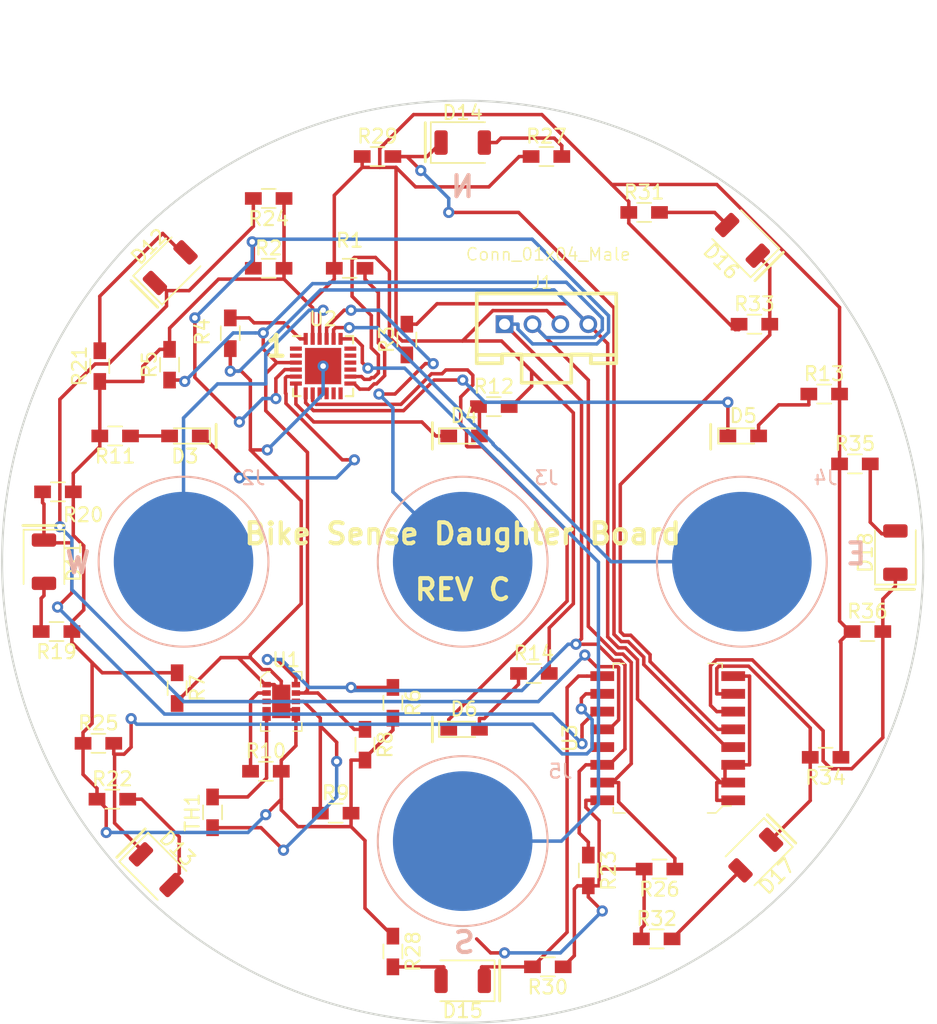
<source format=kicad_pcb>
(kicad_pcb (version 20171130) (host pcbnew "(5.0.2)-1")

  (general
    (thickness 1.6)
    (drawings 21)
    (tracks 587)
    (zones 0)
    (modules 53)
    (nets 51)
  )

  (page A4)
  (title_block
    (title Bikesense)
    (date 2019-01-02)
    (rev "REV B")
    (company "David Dressner")
  )

  (layers
    (0 F.Cu signal)
    (31 B.Cu signal)
    (32 B.Adhes user)
    (33 F.Adhes user)
    (34 B.Paste user)
    (35 F.Paste user)
    (36 B.SilkS user)
    (37 F.SilkS user)
    (38 B.Mask user)
    (39 F.Mask user)
    (40 Dwgs.User user)
    (41 Cmts.User user)
    (42 Eco1.User user)
    (43 Eco2.User user)
    (44 Edge.Cuts user)
    (45 Margin user)
    (46 B.CrtYd user)
    (47 F.CrtYd user)
    (48 B.Fab user)
    (49 F.Fab user)
  )

  (setup
    (last_trace_width 0.25)
    (trace_clearance 0.2)
    (zone_clearance 0.508)
    (zone_45_only no)
    (trace_min 0.2)
    (segment_width 0.2)
    (edge_width 0.15)
    (via_size 0.8)
    (via_drill 0.4)
    (via_min_size 0.4)
    (via_min_drill 0.3)
    (uvia_size 0.3)
    (uvia_drill 0.1)
    (uvias_allowed no)
    (uvia_min_size 0.2)
    (uvia_min_drill 0.1)
    (pcb_text_width 0.3)
    (pcb_text_size 1.5 1.5)
    (mod_edge_width 0.15)
    (mod_text_size 1 1)
    (mod_text_width 0.15)
    (pad_size 2.6 2.6)
    (pad_drill 0)
    (pad_to_mask_clearance 0)
    (solder_mask_min_width 0.25)
    (aux_axis_origin 0 0)
    (visible_elements 7FFFFFFF)
    (pcbplotparams
      (layerselection 0x010fc_ffffffff)
      (usegerberextensions false)
      (usegerberattributes false)
      (usegerberadvancedattributes false)
      (creategerberjobfile false)
      (excludeedgelayer true)
      (linewidth 0.100000)
      (plotframeref false)
      (viasonmask false)
      (mode 1)
      (useauxorigin false)
      (hpglpennumber 1)
      (hpglpenspeed 20)
      (hpglpendiameter 15.000000)
      (psnegative false)
      (psa4output false)
      (plotreference true)
      (plotvalue true)
      (plotinvisibletext false)
      (padsonsilk false)
      (subtractmaskfromsilk false)
      (outputformat 1)
      (mirror false)
      (drillshape 0)
      (scaleselection 1)
      (outputdirectory "Gerbers/"))
  )

  (net 0 "")
  (net 1 "Net-(D3-Pad1)")
  (net 2 "Net-(D3-Pad2)")
  (net 3 "Net-(D4-Pad2)")
  (net 4 "Net-(D4-Pad1)")
  (net 5 "Net-(D5-Pad2)")
  (net 6 "Net-(D5-Pad1)")
  (net 7 "Net-(D6-Pad1)")
  (net 8 "Net-(D6-Pad2)")
  (net 9 "Net-(D11-Pad2)")
  (net 10 /West)
  (net 11 /NorthWest)
  (net 12 "Net-(D12-Pad2)")
  (net 13 "Net-(D13-Pad2)")
  (net 14 /SouthWest)
  (net 15 "Net-(D14-Pad2)")
  (net 16 /North)
  (net 17 /South)
  (net 18 "Net-(D15-Pad2)")
  (net 19 "Net-(D16-Pad2)")
  (net 20 /NorthEast)
  (net 21 /SouthEast)
  (net 22 "Net-(D17-Pad2)")
  (net 23 /East)
  (net 24 "Net-(D18-Pad2)")
  (net 25 /SCL)
  (net 26 /SDA)
  (net 27 +3V3)
  (net 28 GND)
  (net 29 "Net-(J2-Pad1)")
  (net 30 "Net-(J3-Pad1)")
  (net 31 "Net-(J4-Pad1)")
  (net 32 "Net-(J5-Pad1)")
  (net 33 "Net-(R1-Pad1)")
  (net 34 "Net-(R3-Pad1)")
  (net 35 "Net-(R4-Pad2)")
  (net 36 "Net-(U1-Pad3)")
  (net 37 "Net-(U2-Pad2)")
  (net 38 "Net-(U2-Pad1)")
  (net 39 "Net-(U3-Pad13)")
  (net 40 "Net-(U2-Pad18)")
  (net 41 "Net-(U2-Pad17)")
  (net 42 "Net-(U2-Pad16)")
  (net 43 "Net-(U2-Pad15)")
  (net 44 "Net-(U2-Pad12)")
  (net 45 "Net-(U2-Pad11)")
  (net 46 "Net-(U2-Pad10)")
  (net 47 "Net-(U2-Pad9)")
  (net 48 "Net-(R9-Pad1)")
  (net 49 "Net-(R10-Pad1)")
  (net 50 "Net-(TH1-Pad2)")

  (net_class Default "This is the default net class."
    (clearance 0.2)
    (trace_width 0.25)
    (via_dia 0.8)
    (via_drill 0.4)
    (uvia_dia 0.3)
    (uvia_drill 0.1)
    (add_net +3V3)
    (add_net /East)
    (add_net /North)
    (add_net /NorthEast)
    (add_net /NorthWest)
    (add_net /SCL)
    (add_net /SDA)
    (add_net /South)
    (add_net /SouthEast)
    (add_net /SouthWest)
    (add_net /West)
    (add_net GND)
    (add_net "Net-(D11-Pad2)")
    (add_net "Net-(D12-Pad2)")
    (add_net "Net-(D13-Pad2)")
    (add_net "Net-(D14-Pad2)")
    (add_net "Net-(D15-Pad2)")
    (add_net "Net-(D16-Pad2)")
    (add_net "Net-(D17-Pad2)")
    (add_net "Net-(D18-Pad2)")
    (add_net "Net-(D3-Pad1)")
    (add_net "Net-(D3-Pad2)")
    (add_net "Net-(D4-Pad1)")
    (add_net "Net-(D4-Pad2)")
    (add_net "Net-(D5-Pad1)")
    (add_net "Net-(D5-Pad2)")
    (add_net "Net-(D6-Pad1)")
    (add_net "Net-(D6-Pad2)")
    (add_net "Net-(J2-Pad1)")
    (add_net "Net-(J3-Pad1)")
    (add_net "Net-(J4-Pad1)")
    (add_net "Net-(J5-Pad1)")
    (add_net "Net-(R1-Pad1)")
    (add_net "Net-(R10-Pad1)")
    (add_net "Net-(R3-Pad1)")
    (add_net "Net-(R4-Pad2)")
    (add_net "Net-(R9-Pad1)")
    (add_net "Net-(TH1-Pad2)")
    (add_net "Net-(U1-Pad3)")
    (add_net "Net-(U2-Pad1)")
    (add_net "Net-(U2-Pad10)")
    (add_net "Net-(U2-Pad11)")
    (add_net "Net-(U2-Pad12)")
    (add_net "Net-(U2-Pad15)")
    (add_net "Net-(U2-Pad16)")
    (add_net "Net-(U2-Pad17)")
    (add_net "Net-(U2-Pad18)")
    (add_net "Net-(U2-Pad2)")
    (add_net "Net-(U2-Pad9)")
    (add_net "Net-(U3-Pad13)")
  )

  (module capSensingStuff:SensePad (layer B.Cu) (tedit 5BECA459) (tstamp 5BF04CCE)
    (at 150 120)
    (path /5BE361B6)
    (fp_text reference J5 (at 7 -5) (layer B.SilkS)
      (effects (font (size 1 1) (thickness 0.15)) (justify mirror))
    )
    (fp_text value PAD (at 0 -6) (layer B.Fab)
      (effects (font (size 1 1) (thickness 0.15)) (justify mirror))
    )
    (fp_circle (center 0 0) (end 6 1) (layer B.SilkS) (width 0.15))
    (pad 1 smd circle (at 0 0) (size 10 10) (layers B.Cu B.Paste B.Mask)
      (net 32 "Net-(J5-Pad1)"))
  )

  (module LEDs:LED_0603_HandSoldering (layer F.Cu) (tedit 595FC9C0) (tstamp 5BF04B59)
    (at 130.1 91 180)
    (descr "LED SMD 0603, hand soldering")
    (tags "LED 0603")
    (path /5BE39981)
    (attr smd)
    (fp_text reference D3 (at 0 -1.45 180) (layer F.SilkS)
      (effects (font (size 1 1) (thickness 0.15)))
    )
    (fp_text value LED_Small (at 0 1.55 180) (layer F.Fab)
      (effects (font (size 1 1) (thickness 0.15)))
    )
    (fp_line (start -1.8 -0.55) (end -1.8 0.55) (layer F.SilkS) (width 0.12))
    (fp_line (start -0.2 -0.2) (end -0.2 0.2) (layer F.Fab) (width 0.1))
    (fp_line (start -0.15 0) (end 0.15 -0.2) (layer F.Fab) (width 0.1))
    (fp_line (start 0.15 0.2) (end -0.15 0) (layer F.Fab) (width 0.1))
    (fp_line (start 0.15 -0.2) (end 0.15 0.2) (layer F.Fab) (width 0.1))
    (fp_line (start 0.8 0.4) (end -0.8 0.4) (layer F.Fab) (width 0.1))
    (fp_line (start 0.8 -0.4) (end 0.8 0.4) (layer F.Fab) (width 0.1))
    (fp_line (start -0.8 -0.4) (end 0.8 -0.4) (layer F.Fab) (width 0.1))
    (fp_line (start -1.8 0.55) (end 0.8 0.55) (layer F.SilkS) (width 0.12))
    (fp_line (start -1.8 -0.55) (end 0.8 -0.55) (layer F.SilkS) (width 0.12))
    (fp_line (start -1.96 -0.7) (end 1.95 -0.7) (layer F.CrtYd) (width 0.05))
    (fp_line (start -1.96 -0.7) (end -1.96 0.7) (layer F.CrtYd) (width 0.05))
    (fp_line (start 1.95 0.7) (end 1.95 -0.7) (layer F.CrtYd) (width 0.05))
    (fp_line (start 1.95 0.7) (end -1.96 0.7) (layer F.CrtYd) (width 0.05))
    (fp_line (start -0.8 -0.4) (end -0.8 0.4) (layer F.Fab) (width 0.1))
    (pad 1 smd rect (at -1.1 0 180) (size 1.2 0.9) (layers F.Cu F.Paste F.Mask)
      (net 1 "Net-(D3-Pad1)"))
    (pad 2 smd rect (at 1.1 0 180) (size 1.2 0.9) (layers F.Cu F.Paste F.Mask)
      (net 2 "Net-(D3-Pad2)"))
    (model ${KISYS3DMOD}/LEDs.3dshapes/LED_0603.wrl
      (at (xyz 0 0 0))
      (scale (xyz 1 1 1))
      (rotate (xyz 0 0 180))
    )
  )

  (module LEDs:LED_0603_HandSoldering (layer F.Cu) (tedit 595FC9C0) (tstamp 5BF04B6E)
    (at 150.1 91)
    (descr "LED SMD 0603, hand soldering")
    (tags "LED 0603")
    (path /5BE39929)
    (attr smd)
    (fp_text reference D4 (at 0 -1.45) (layer F.SilkS)
      (effects (font (size 1 1) (thickness 0.15)))
    )
    (fp_text value LED_Small (at 0 1.55) (layer F.Fab)
      (effects (font (size 1 1) (thickness 0.15)))
    )
    (fp_line (start -0.8 -0.4) (end -0.8 0.4) (layer F.Fab) (width 0.1))
    (fp_line (start 1.95 0.7) (end -1.96 0.7) (layer F.CrtYd) (width 0.05))
    (fp_line (start 1.95 0.7) (end 1.95 -0.7) (layer F.CrtYd) (width 0.05))
    (fp_line (start -1.96 -0.7) (end -1.96 0.7) (layer F.CrtYd) (width 0.05))
    (fp_line (start -1.96 -0.7) (end 1.95 -0.7) (layer F.CrtYd) (width 0.05))
    (fp_line (start -1.8 -0.55) (end 0.8 -0.55) (layer F.SilkS) (width 0.12))
    (fp_line (start -1.8 0.55) (end 0.8 0.55) (layer F.SilkS) (width 0.12))
    (fp_line (start -0.8 -0.4) (end 0.8 -0.4) (layer F.Fab) (width 0.1))
    (fp_line (start 0.8 -0.4) (end 0.8 0.4) (layer F.Fab) (width 0.1))
    (fp_line (start 0.8 0.4) (end -0.8 0.4) (layer F.Fab) (width 0.1))
    (fp_line (start 0.15 -0.2) (end 0.15 0.2) (layer F.Fab) (width 0.1))
    (fp_line (start 0.15 0.2) (end -0.15 0) (layer F.Fab) (width 0.1))
    (fp_line (start -0.15 0) (end 0.15 -0.2) (layer F.Fab) (width 0.1))
    (fp_line (start -0.2 -0.2) (end -0.2 0.2) (layer F.Fab) (width 0.1))
    (fp_line (start -1.8 -0.55) (end -1.8 0.55) (layer F.SilkS) (width 0.12))
    (pad 2 smd rect (at 1.1 0) (size 1.2 0.9) (layers F.Cu F.Paste F.Mask)
      (net 3 "Net-(D4-Pad2)"))
    (pad 1 smd rect (at -1.1 0) (size 1.2 0.9) (layers F.Cu F.Paste F.Mask)
      (net 4 "Net-(D4-Pad1)"))
    (model ${KISYS3DMOD}/LEDs.3dshapes/LED_0603.wrl
      (at (xyz 0 0 0))
      (scale (xyz 1 1 1))
      (rotate (xyz 0 0 180))
    )
  )

  (module LEDs:LED_0603_HandSoldering (layer F.Cu) (tedit 595FC9C0) (tstamp 5BF04B83)
    (at 170.1 91)
    (descr "LED SMD 0603, hand soldering")
    (tags "LED 0603")
    (path /5BE398DF)
    (attr smd)
    (fp_text reference D5 (at 0 -1.45) (layer F.SilkS)
      (effects (font (size 1 1) (thickness 0.15)))
    )
    (fp_text value LED_Small (at 0 1.55) (layer F.Fab)
      (effects (font (size 1 1) (thickness 0.15)))
    )
    (fp_line (start -0.8 -0.4) (end -0.8 0.4) (layer F.Fab) (width 0.1))
    (fp_line (start 1.95 0.7) (end -1.96 0.7) (layer F.CrtYd) (width 0.05))
    (fp_line (start 1.95 0.7) (end 1.95 -0.7) (layer F.CrtYd) (width 0.05))
    (fp_line (start -1.96 -0.7) (end -1.96 0.7) (layer F.CrtYd) (width 0.05))
    (fp_line (start -1.96 -0.7) (end 1.95 -0.7) (layer F.CrtYd) (width 0.05))
    (fp_line (start -1.8 -0.55) (end 0.8 -0.55) (layer F.SilkS) (width 0.12))
    (fp_line (start -1.8 0.55) (end 0.8 0.55) (layer F.SilkS) (width 0.12))
    (fp_line (start -0.8 -0.4) (end 0.8 -0.4) (layer F.Fab) (width 0.1))
    (fp_line (start 0.8 -0.4) (end 0.8 0.4) (layer F.Fab) (width 0.1))
    (fp_line (start 0.8 0.4) (end -0.8 0.4) (layer F.Fab) (width 0.1))
    (fp_line (start 0.15 -0.2) (end 0.15 0.2) (layer F.Fab) (width 0.1))
    (fp_line (start 0.15 0.2) (end -0.15 0) (layer F.Fab) (width 0.1))
    (fp_line (start -0.15 0) (end 0.15 -0.2) (layer F.Fab) (width 0.1))
    (fp_line (start -0.2 -0.2) (end -0.2 0.2) (layer F.Fab) (width 0.1))
    (fp_line (start -1.8 -0.55) (end -1.8 0.55) (layer F.SilkS) (width 0.12))
    (pad 2 smd rect (at 1.1 0) (size 1.2 0.9) (layers F.Cu F.Paste F.Mask)
      (net 5 "Net-(D5-Pad2)"))
    (pad 1 smd rect (at -1.1 0) (size 1.2 0.9) (layers F.Cu F.Paste F.Mask)
      (net 6 "Net-(D5-Pad1)"))
    (model ${KISYS3DMOD}/LEDs.3dshapes/LED_0603.wrl
      (at (xyz 0 0 0))
      (scale (xyz 1 1 1))
      (rotate (xyz 0 0 180))
    )
  )

  (module LEDs:LED_0603_HandSoldering (layer F.Cu) (tedit 595FC9C0) (tstamp 5BF04B98)
    (at 150.1 112)
    (descr "LED SMD 0603, hand soldering")
    (tags "LED 0603")
    (path /5BE39893)
    (attr smd)
    (fp_text reference D6 (at 0 -1.45) (layer F.SilkS)
      (effects (font (size 1 1) (thickness 0.15)))
    )
    (fp_text value LED_Small (at 0 1.55) (layer F.Fab)
      (effects (font (size 1 1) (thickness 0.15)))
    )
    (fp_line (start -1.8 -0.55) (end -1.8 0.55) (layer F.SilkS) (width 0.12))
    (fp_line (start -0.2 -0.2) (end -0.2 0.2) (layer F.Fab) (width 0.1))
    (fp_line (start -0.15 0) (end 0.15 -0.2) (layer F.Fab) (width 0.1))
    (fp_line (start 0.15 0.2) (end -0.15 0) (layer F.Fab) (width 0.1))
    (fp_line (start 0.15 -0.2) (end 0.15 0.2) (layer F.Fab) (width 0.1))
    (fp_line (start 0.8 0.4) (end -0.8 0.4) (layer F.Fab) (width 0.1))
    (fp_line (start 0.8 -0.4) (end 0.8 0.4) (layer F.Fab) (width 0.1))
    (fp_line (start -0.8 -0.4) (end 0.8 -0.4) (layer F.Fab) (width 0.1))
    (fp_line (start -1.8 0.55) (end 0.8 0.55) (layer F.SilkS) (width 0.12))
    (fp_line (start -1.8 -0.55) (end 0.8 -0.55) (layer F.SilkS) (width 0.12))
    (fp_line (start -1.96 -0.7) (end 1.95 -0.7) (layer F.CrtYd) (width 0.05))
    (fp_line (start -1.96 -0.7) (end -1.96 0.7) (layer F.CrtYd) (width 0.05))
    (fp_line (start 1.95 0.7) (end 1.95 -0.7) (layer F.CrtYd) (width 0.05))
    (fp_line (start 1.95 0.7) (end -1.96 0.7) (layer F.CrtYd) (width 0.05))
    (fp_line (start -0.8 -0.4) (end -0.8 0.4) (layer F.Fab) (width 0.1))
    (pad 1 smd rect (at -1.1 0) (size 1.2 0.9) (layers F.Cu F.Paste F.Mask)
      (net 7 "Net-(D6-Pad1)"))
    (pad 2 smd rect (at 1.1 0) (size 1.2 0.9) (layers F.Cu F.Paste F.Mask)
      (net 8 "Net-(D6-Pad2)"))
    (model ${KISYS3DMOD}/LEDs.3dshapes/LED_0603.wrl
      (at (xyz 0 0 0))
      (scale (xyz 1 1 1))
      (rotate (xyz 0 0 180))
    )
  )

  (module SeeedOPL-Connector-2016:HW4-2.0 (layer F.Cu) (tedit 5BECAB9A) (tstamp 5BF04CB6)
    (at 156 83)
    (path /5BE338ED)
    (attr virtual)
    (fp_text reference J1 (at -0.3175 -2.9845) (layer F.SilkS)
      (effects (font (size 0.889 0.889) (thickness 0.1016)))
    )
    (fp_text value Conn_01x04_Male (at 0.127 -5) (layer F.SilkS)
      (effects (font (size 0.889 0.889) (thickness 0.1016)))
    )
    (fp_line (start -4.99872 -0.99822) (end -4.99872 0.99822) (layer F.SilkS) (width 0.127))
    (fp_line (start 4.99872 -1.4986) (end 4.99872 1.4986) (layer F.SilkS) (width 0.254))
    (fp_line (start -4.99872 -2.19964) (end -4.99872 2.19964) (layer F.SilkS) (width 0.254))
    (fp_line (start -4.99872 2.19964) (end -3.19786 2.19964) (layer F.SilkS) (width 0.254))
    (fp_line (start 3.19786 2.19964) (end 4.99872 2.19964) (layer F.SilkS) (width 0.254))
    (fp_line (start 4.99872 2.19964) (end 4.99872 -2.19964) (layer F.SilkS) (width 0.254))
    (fp_line (start -4.99872 -2.19964) (end 4.99872 -2.19964) (layer F.SilkS) (width 0.254))
    (fp_line (start -4.99872 2.19964) (end -4.99872 2.79908) (layer F.SilkS) (width 0.254))
    (fp_line (start -4.99872 2.79908) (end -3.19786 2.79908) (layer F.SilkS) (width 0.254))
    (fp_line (start -3.19786 2.79908) (end -3.19786 2.19964) (layer F.SilkS) (width 0.254))
    (fp_line (start -3.19786 2.19964) (end 3.19786 2.19964) (layer F.SilkS) (width 0.254))
    (fp_line (start 3.19786 2.19964) (end 3.19786 2.79908) (layer F.SilkS) (width 0.254))
    (fp_line (start 3.19786 2.79908) (end 4.99872 2.79908) (layer F.SilkS) (width 0.254))
    (fp_line (start 4.99872 2.79908) (end 4.99872 2.19964) (layer F.SilkS) (width 0.254))
    (fp_line (start -4.99872 -2.19964) (end 4.99872 -2.19964) (layer F.SilkS) (width 0.254))
    (fp_line (start 4.99872 -2.19964) (end 4.99872 2.79908) (layer F.SilkS) (width 0.254))
    (fp_line (start -4.99872 2.79908) (end -4.99872 -2.19964) (layer F.SilkS) (width 0.254))
    (fp_line (start -4.953 2.794) (end -3.175 2.794) (layer F.SilkS) (width 0.254))
    (fp_line (start -3.175 2.794) (end -3.175 2.159) (layer F.SilkS) (width 0.254))
    (fp_line (start -3.175 2.159) (end -1.778 2.159) (layer F.SilkS) (width 0.254))
    (fp_line (start -1.778 2.159) (end -1.778 4.191) (layer F.SilkS) (width 0.254))
    (fp_line (start -1.778 4.191) (end 1.778 4.191) (layer F.SilkS) (width 0.254))
    (fp_line (start 1.778 4.191) (end 1.778 2.159) (layer F.SilkS) (width 0.254))
    (fp_line (start 1.778 2.159) (end 3.175 2.159) (layer F.SilkS) (width 0.254))
    (fp_line (start 3.175 2.159) (end 3.175 2.794) (layer F.SilkS) (width 0.254))
    (fp_line (start 3.175 2.794) (end 4.953 2.794) (layer F.SilkS) (width 0.254))
    (pad 1 thru_hole rect (at -2.99974 0) (size 1.27 1.27) (drill 0.79756) (layers *.Cu *.Paste *.Mask)
      (net 25 /SCL))
    (pad 2 thru_hole circle (at -0.99822 0) (size 1.27 1.27) (drill 0.79756) (layers *.Cu *.Paste *.Mask)
      (net 26 /SDA))
    (pad 3 thru_hole circle (at 0.99822 0) (size 1.27 1.27) (drill 0.79756) (layers *.Cu *.Paste *.Mask)
      (net 27 +3V3))
    (pad 4 thru_hole circle (at 2.99974 0) (size 1.27 1.27) (drill 0.79756) (layers *.Cu *.Paste *.Mask)
      (net 28 GND))
  )

  (module capSensingStuff:SensePad (layer B.Cu) (tedit 5BECA459) (tstamp 5BF04CBC)
    (at 130 100)
    (path /5BE35CD2)
    (fp_text reference J2 (at 5 -6) (layer B.SilkS)
      (effects (font (size 1 1) (thickness 0.15)) (justify mirror))
    )
    (fp_text value PAD (at 0 -6) (layer B.Fab)
      (effects (font (size 1 1) (thickness 0.15)) (justify mirror))
    )
    (fp_circle (center 0 0) (end 6 1) (layer B.SilkS) (width 0.15))
    (pad 1 smd circle (at 0 0) (size 10 10) (layers B.Cu B.Paste B.Mask)
      (net 29 "Net-(J2-Pad1)"))
  )

  (module capSensingStuff:SensePad (layer B.Cu) (tedit 5BECA459) (tstamp 5BF04CC2)
    (at 150 100)
    (path /5BE36156)
    (fp_text reference J3 (at 6 -6) (layer B.SilkS)
      (effects (font (size 1 1) (thickness 0.15)) (justify mirror))
    )
    (fp_text value PAD (at 0 -6) (layer B.Fab)
      (effects (font (size 1 1) (thickness 0.15)) (justify mirror))
    )
    (fp_circle (center 0 0) (end 6 1) (layer B.SilkS) (width 0.15))
    (pad 1 smd circle (at 0 0) (size 10 10) (layers B.Cu B.Paste B.Mask)
      (net 30 "Net-(J3-Pad1)"))
  )

  (module capSensingStuff:SensePad (layer B.Cu) (tedit 5BECA459) (tstamp 5BF04CC8)
    (at 170 100)
    (path /5BE36186)
    (fp_text reference J4 (at 6 -6) (layer B.SilkS)
      (effects (font (size 1 1) (thickness 0.15)) (justify mirror))
    )
    (fp_text value PAD (at 0 -6) (layer B.Fab)
      (effects (font (size 1 1) (thickness 0.15)) (justify mirror))
    )
    (fp_circle (center 0 0) (end 6 1) (layer B.SilkS) (width 0.15))
    (pad 1 smd circle (at 0 0) (size 10 10) (layers B.Cu B.Paste B.Mask)
      (net 31 "Net-(J4-Pad1)"))
  )

  (module Resistors_SMD:R_0603_HandSoldering (layer F.Cu) (tedit 58E0A804) (tstamp 5BF04D1F)
    (at 141.9 79 180)
    (descr "Resistor SMD 0603, hand soldering")
    (tags "resistor 0603")
    (path /5BE348F8)
    (attr smd)
    (fp_text reference R1 (at 0 2 180) (layer F.SilkS)
      (effects (font (size 1 1) (thickness 0.15)))
    )
    (fp_text value 10K (at 0 1.55 180) (layer F.Fab)
      (effects (font (size 1 1) (thickness 0.15)))
    )
    (fp_text user %R (at 0 0 180) (layer F.Fab)
      (effects (font (size 0.4 0.4) (thickness 0.075)))
    )
    (fp_line (start -0.8 0.4) (end -0.8 -0.4) (layer F.Fab) (width 0.1))
    (fp_line (start 0.8 0.4) (end -0.8 0.4) (layer F.Fab) (width 0.1))
    (fp_line (start 0.8 -0.4) (end 0.8 0.4) (layer F.Fab) (width 0.1))
    (fp_line (start -0.8 -0.4) (end 0.8 -0.4) (layer F.Fab) (width 0.1))
    (fp_line (start 0.5 0.68) (end -0.5 0.68) (layer F.SilkS) (width 0.12))
    (fp_line (start -0.5 -0.68) (end 0.5 -0.68) (layer F.SilkS) (width 0.12))
    (fp_line (start -1.96 -0.7) (end 1.95 -0.7) (layer F.CrtYd) (width 0.05))
    (fp_line (start -1.96 -0.7) (end -1.96 0.7) (layer F.CrtYd) (width 0.05))
    (fp_line (start 1.95 0.7) (end 1.95 -0.7) (layer F.CrtYd) (width 0.05))
    (fp_line (start 1.95 0.7) (end -1.96 0.7) (layer F.CrtYd) (width 0.05))
    (pad 1 smd rect (at -1.1 0 180) (size 1.2 0.9) (layers F.Cu F.Paste F.Mask)
      (net 33 "Net-(R1-Pad1)"))
    (pad 2 smd rect (at 1.1 0 180) (size 1.2 0.9) (layers F.Cu F.Paste F.Mask)
      (net 27 +3V3))
    (model ${KISYS3DMOD}/Resistors_SMD.3dshapes/R_0603.wrl
      (at (xyz 0 0 0))
      (scale (xyz 1 1 1))
      (rotate (xyz 0 0 0))
    )
  )

  (module Resistors_SMD:R_0603_HandSoldering (layer F.Cu) (tedit 58E0A804) (tstamp 5BF04D30)
    (at 136.1 79)
    (descr "Resistor SMD 0603, hand soldering")
    (tags "resistor 0603")
    (path /5BE347D7)
    (attr smd)
    (fp_text reference R2 (at 0 -1.45) (layer F.SilkS)
      (effects (font (size 1 1) (thickness 0.15)))
    )
    (fp_text value 10K (at 0 1.55) (layer F.Fab)
      (effects (font (size 1 1) (thickness 0.15)))
    )
    (fp_text user %R (at 0 0) (layer F.Fab)
      (effects (font (size 0.4 0.4) (thickness 0.075)))
    )
    (fp_line (start -0.8 0.4) (end -0.8 -0.4) (layer F.Fab) (width 0.1))
    (fp_line (start 0.8 0.4) (end -0.8 0.4) (layer F.Fab) (width 0.1))
    (fp_line (start 0.8 -0.4) (end 0.8 0.4) (layer F.Fab) (width 0.1))
    (fp_line (start -0.8 -0.4) (end 0.8 -0.4) (layer F.Fab) (width 0.1))
    (fp_line (start 0.5 0.68) (end -0.5 0.68) (layer F.SilkS) (width 0.12))
    (fp_line (start -0.5 -0.68) (end 0.5 -0.68) (layer F.SilkS) (width 0.12))
    (fp_line (start -1.96 -0.7) (end 1.95 -0.7) (layer F.CrtYd) (width 0.05))
    (fp_line (start -1.96 -0.7) (end -1.96 0.7) (layer F.CrtYd) (width 0.05))
    (fp_line (start 1.95 0.7) (end 1.95 -0.7) (layer F.CrtYd) (width 0.05))
    (fp_line (start 1.95 0.7) (end -1.96 0.7) (layer F.CrtYd) (width 0.05))
    (pad 1 smd rect (at -1.1 0) (size 1.2 0.9) (layers F.Cu F.Paste F.Mask)
      (net 25 /SCL))
    (pad 2 smd rect (at 1.1 0) (size 1.2 0.9) (layers F.Cu F.Paste F.Mask)
      (net 27 +3V3))
    (model ${KISYS3DMOD}/Resistors_SMD.3dshapes/R_0603.wrl
      (at (xyz 0 0 0))
      (scale (xyz 1 1 1))
      (rotate (xyz 0 0 0))
    )
  )

  (module Resistors_SMD:R_0603_HandSoldering (layer F.Cu) (tedit 58E0A804) (tstamp 5BF04D41)
    (at 146 84.1 90)
    (descr "Resistor SMD 0603, hand soldering")
    (tags "resistor 0603")
    (path /5BE34CAD)
    (attr smd)
    (fp_text reference R3 (at 0 -1.45 270) (layer F.SilkS)
      (effects (font (size 1 1) (thickness 0.15)))
    )
    (fp_text value 150K (at 0 1.55 90) (layer F.Fab)
      (effects (font (size 1 1) (thickness 0.15)))
    )
    (fp_line (start 1.95 0.7) (end -1.96 0.7) (layer F.CrtYd) (width 0.05))
    (fp_line (start 1.95 0.7) (end 1.95 -0.7) (layer F.CrtYd) (width 0.05))
    (fp_line (start -1.96 -0.7) (end -1.96 0.7) (layer F.CrtYd) (width 0.05))
    (fp_line (start -1.96 -0.7) (end 1.95 -0.7) (layer F.CrtYd) (width 0.05))
    (fp_line (start -0.5 -0.68) (end 0.5 -0.68) (layer F.SilkS) (width 0.12))
    (fp_line (start 0.5 0.68) (end -0.5 0.68) (layer F.SilkS) (width 0.12))
    (fp_line (start -0.8 -0.4) (end 0.8 -0.4) (layer F.Fab) (width 0.1))
    (fp_line (start 0.8 -0.4) (end 0.8 0.4) (layer F.Fab) (width 0.1))
    (fp_line (start 0.8 0.4) (end -0.8 0.4) (layer F.Fab) (width 0.1))
    (fp_line (start -0.8 0.4) (end -0.8 -0.4) (layer F.Fab) (width 0.1))
    (fp_text user %R (at 0 0 90) (layer F.Fab)
      (effects (font (size 0.4 0.4) (thickness 0.075)))
    )
    (pad 2 smd rect (at 1.1 0 90) (size 1.2 0.9) (layers F.Cu F.Paste F.Mask)
      (net 28 GND))
    (pad 1 smd rect (at -1.1 0 90) (size 1.2 0.9) (layers F.Cu F.Paste F.Mask)
      (net 34 "Net-(R3-Pad1)"))
    (model ${KISYS3DMOD}/Resistors_SMD.3dshapes/R_0603.wrl
      (at (xyz 0 0 0))
      (scale (xyz 1 1 1))
      (rotate (xyz 0 0 0))
    )
  )

  (module Resistors_SMD:R_0603_HandSoldering (layer F.Cu) (tedit 58E0A804) (tstamp 5BF04D52)
    (at 133.35 83.65 90)
    (descr "Resistor SMD 0603, hand soldering")
    (tags "resistor 0603")
    (path /5BE35313)
    (attr smd)
    (fp_text reference R4 (at 0.1 -2 270) (layer F.SilkS)
      (effects (font (size 1 1) (thickness 0.15)))
    )
    (fp_text value 10K (at 0 1.55 90) (layer F.Fab)
      (effects (font (size 1 1) (thickness 0.15)))
    )
    (fp_text user %R (at 0 0 90) (layer F.Fab)
      (effects (font (size 0.4 0.4) (thickness 0.075)))
    )
    (fp_line (start -0.8 0.4) (end -0.8 -0.4) (layer F.Fab) (width 0.1))
    (fp_line (start 0.8 0.4) (end -0.8 0.4) (layer F.Fab) (width 0.1))
    (fp_line (start 0.8 -0.4) (end 0.8 0.4) (layer F.Fab) (width 0.1))
    (fp_line (start -0.8 -0.4) (end 0.8 -0.4) (layer F.Fab) (width 0.1))
    (fp_line (start 0.5 0.68) (end -0.5 0.68) (layer F.SilkS) (width 0.12))
    (fp_line (start -0.5 -0.68) (end 0.5 -0.68) (layer F.SilkS) (width 0.12))
    (fp_line (start -1.96 -0.7) (end 1.95 -0.7) (layer F.CrtYd) (width 0.05))
    (fp_line (start -1.96 -0.7) (end -1.96 0.7) (layer F.CrtYd) (width 0.05))
    (fp_line (start 1.95 0.7) (end 1.95 -0.7) (layer F.CrtYd) (width 0.05))
    (fp_line (start 1.95 0.7) (end -1.96 0.7) (layer F.CrtYd) (width 0.05))
    (pad 1 smd rect (at -1.1 0 90) (size 1.2 0.9) (layers F.Cu F.Paste F.Mask)
      (net 28 GND))
    (pad 2 smd rect (at 1.1 0 90) (size 1.2 0.9) (layers F.Cu F.Paste F.Mask)
      (net 35 "Net-(R4-Pad2)"))
    (model ${KISYS3DMOD}/Resistors_SMD.3dshapes/R_0603.wrl
      (at (xyz 0 0 0))
      (scale (xyz 1 1 1))
      (rotate (xyz 0 0 0))
    )
  )

  (module Resistors_SMD:R_0603_HandSoldering (layer F.Cu) (tedit 58E0A804) (tstamp 5BF04D63)
    (at 129 85.9 90)
    (descr "Resistor SMD 0603, hand soldering")
    (tags "resistor 0603")
    (path /5BE348D4)
    (attr smd)
    (fp_text reference R5 (at 0 -1.45 90) (layer F.SilkS)
      (effects (font (size 1 1) (thickness 0.15)))
    )
    (fp_text value 10K (at 0 1.55 90) (layer F.Fab)
      (effects (font (size 1 1) (thickness 0.15)))
    )
    (fp_line (start 1.95 0.7) (end -1.96 0.7) (layer F.CrtYd) (width 0.05))
    (fp_line (start 1.95 0.7) (end 1.95 -0.7) (layer F.CrtYd) (width 0.05))
    (fp_line (start -1.96 -0.7) (end -1.96 0.7) (layer F.CrtYd) (width 0.05))
    (fp_line (start -1.96 -0.7) (end 1.95 -0.7) (layer F.CrtYd) (width 0.05))
    (fp_line (start -0.5 -0.68) (end 0.5 -0.68) (layer F.SilkS) (width 0.12))
    (fp_line (start 0.5 0.68) (end -0.5 0.68) (layer F.SilkS) (width 0.12))
    (fp_line (start -0.8 -0.4) (end 0.8 -0.4) (layer F.Fab) (width 0.1))
    (fp_line (start 0.8 -0.4) (end 0.8 0.4) (layer F.Fab) (width 0.1))
    (fp_line (start 0.8 0.4) (end -0.8 0.4) (layer F.Fab) (width 0.1))
    (fp_line (start -0.8 0.4) (end -0.8 -0.4) (layer F.Fab) (width 0.1))
    (fp_text user %R (at 0 0 90) (layer F.Fab)
      (effects (font (size 0.4 0.4) (thickness 0.075)))
    )
    (pad 2 smd rect (at 1.1 0 90) (size 1.2 0.9) (layers F.Cu F.Paste F.Mask)
      (net 27 +3V3))
    (pad 1 smd rect (at -1.1 0 90) (size 1.2 0.9) (layers F.Cu F.Paste F.Mask)
      (net 26 /SDA))
    (model ${KISYS3DMOD}/Resistors_SMD.3dshapes/R_0603.wrl
      (at (xyz 0 0 0))
      (scale (xyz 1 1 1))
      (rotate (xyz 0 0 0))
    )
  )

  (module Resistors_SMD:R_0603_HandSoldering (layer F.Cu) (tedit 58E0A804) (tstamp 5BF04D74)
    (at 145 110.1 270)
    (descr "Resistor SMD 0603, hand soldering")
    (tags "resistor 0603")
    (path /5BE58D3E)
    (attr smd)
    (fp_text reference R6 (at 0 -1.45 270) (layer F.SilkS)
      (effects (font (size 1 1) (thickness 0.15)))
    )
    (fp_text value 10K (at 0 1.55 270) (layer F.Fab)
      (effects (font (size 1 1) (thickness 0.15)))
    )
    (fp_text user %R (at 0 0 270) (layer F.Fab)
      (effects (font (size 0.4 0.4) (thickness 0.075)))
    )
    (fp_line (start -0.8 0.4) (end -0.8 -0.4) (layer F.Fab) (width 0.1))
    (fp_line (start 0.8 0.4) (end -0.8 0.4) (layer F.Fab) (width 0.1))
    (fp_line (start 0.8 -0.4) (end 0.8 0.4) (layer F.Fab) (width 0.1))
    (fp_line (start -0.8 -0.4) (end 0.8 -0.4) (layer F.Fab) (width 0.1))
    (fp_line (start 0.5 0.68) (end -0.5 0.68) (layer F.SilkS) (width 0.12))
    (fp_line (start -0.5 -0.68) (end 0.5 -0.68) (layer F.SilkS) (width 0.12))
    (fp_line (start -1.96 -0.7) (end 1.95 -0.7) (layer F.CrtYd) (width 0.05))
    (fp_line (start -1.96 -0.7) (end -1.96 0.7) (layer F.CrtYd) (width 0.05))
    (fp_line (start 1.95 0.7) (end 1.95 -0.7) (layer F.CrtYd) (width 0.05))
    (fp_line (start 1.95 0.7) (end -1.96 0.7) (layer F.CrtYd) (width 0.05))
    (pad 1 smd rect (at -1.1 0 270) (size 1.2 0.9) (layers F.Cu F.Paste F.Mask)
      (net 25 /SCL))
    (pad 2 smd rect (at 1.1 0 270) (size 1.2 0.9) (layers F.Cu F.Paste F.Mask)
      (net 27 +3V3))
    (model ${KISYS3DMOD}/Resistors_SMD.3dshapes/R_0603.wrl
      (at (xyz 0 0 0))
      (scale (xyz 1 1 1))
      (rotate (xyz 0 0 0))
    )
  )

  (module Resistors_SMD:R_0603_HandSoldering (layer F.Cu) (tedit 58E0A804) (tstamp 5BF04D85)
    (at 129.54 109.05 270)
    (descr "Resistor SMD 0603, hand soldering")
    (tags "resistor 0603")
    (path /5BE622A4)
    (attr smd)
    (fp_text reference R7 (at 0 -1.45 270) (layer F.SilkS)
      (effects (font (size 1 1) (thickness 0.15)))
    )
    (fp_text value 100K (at 0 1.55 270) (layer F.Fab)
      (effects (font (size 1 1) (thickness 0.15)))
    )
    (fp_line (start 1.95 0.7) (end -1.96 0.7) (layer F.CrtYd) (width 0.05))
    (fp_line (start 1.95 0.7) (end 1.95 -0.7) (layer F.CrtYd) (width 0.05))
    (fp_line (start -1.96 -0.7) (end -1.96 0.7) (layer F.CrtYd) (width 0.05))
    (fp_line (start -1.96 -0.7) (end 1.95 -0.7) (layer F.CrtYd) (width 0.05))
    (fp_line (start -0.5 -0.68) (end 0.5 -0.68) (layer F.SilkS) (width 0.12))
    (fp_line (start 0.5 0.68) (end -0.5 0.68) (layer F.SilkS) (width 0.12))
    (fp_line (start -0.8 -0.4) (end 0.8 -0.4) (layer F.Fab) (width 0.1))
    (fp_line (start 0.8 -0.4) (end 0.8 0.4) (layer F.Fab) (width 0.1))
    (fp_line (start 0.8 0.4) (end -0.8 0.4) (layer F.Fab) (width 0.1))
    (fp_line (start -0.8 0.4) (end -0.8 -0.4) (layer F.Fab) (width 0.1))
    (fp_text user %R (at 0 0 270) (layer F.Fab)
      (effects (font (size 0.4 0.4) (thickness 0.075)))
    )
    (pad 2 smd rect (at 1.1 0 270) (size 1.2 0.9) (layers F.Cu F.Paste F.Mask)
      (net 28 GND))
    (pad 1 smd rect (at -1.1 0 270) (size 1.2 0.9) (layers F.Cu F.Paste F.Mask)
      (net 27 +3V3))
    (model ${KISYS3DMOD}/Resistors_SMD.3dshapes/R_0603.wrl
      (at (xyz 0 0 0))
      (scale (xyz 1 1 1))
      (rotate (xyz 0 0 0))
    )
  )

  (module Resistors_SMD:R_0603_HandSoldering (layer F.Cu) (tedit 58E0A804) (tstamp 5BF04D96)
    (at 143 113.1 270)
    (descr "Resistor SMD 0603, hand soldering")
    (tags "resistor 0603")
    (path /5BE58EC6)
    (attr smd)
    (fp_text reference R8 (at 0 -1.45 270) (layer F.SilkS)
      (effects (font (size 1 1) (thickness 0.15)))
    )
    (fp_text value 10K (at 0 1.55 270) (layer F.Fab)
      (effects (font (size 1 1) (thickness 0.15)))
    )
    (fp_text user %R (at 0 0 270) (layer F.Fab)
      (effects (font (size 0.4 0.4) (thickness 0.075)))
    )
    (fp_line (start -0.8 0.4) (end -0.8 -0.4) (layer F.Fab) (width 0.1))
    (fp_line (start 0.8 0.4) (end -0.8 0.4) (layer F.Fab) (width 0.1))
    (fp_line (start 0.8 -0.4) (end 0.8 0.4) (layer F.Fab) (width 0.1))
    (fp_line (start -0.8 -0.4) (end 0.8 -0.4) (layer F.Fab) (width 0.1))
    (fp_line (start 0.5 0.68) (end -0.5 0.68) (layer F.SilkS) (width 0.12))
    (fp_line (start -0.5 -0.68) (end 0.5 -0.68) (layer F.SilkS) (width 0.12))
    (fp_line (start -1.96 -0.7) (end 1.95 -0.7) (layer F.CrtYd) (width 0.05))
    (fp_line (start -1.96 -0.7) (end -1.96 0.7) (layer F.CrtYd) (width 0.05))
    (fp_line (start 1.95 0.7) (end 1.95 -0.7) (layer F.CrtYd) (width 0.05))
    (fp_line (start 1.95 0.7) (end -1.96 0.7) (layer F.CrtYd) (width 0.05))
    (pad 1 smd rect (at -1.1 0 270) (size 1.2 0.9) (layers F.Cu F.Paste F.Mask)
      (net 26 /SDA))
    (pad 2 smd rect (at 1.1 0 270) (size 1.2 0.9) (layers F.Cu F.Paste F.Mask)
      (net 27 +3V3))
    (model ${KISYS3DMOD}/Resistors_SMD.3dshapes/R_0603.wrl
      (at (xyz 0 0 0))
      (scale (xyz 1 1 1))
      (rotate (xyz 0 0 0))
    )
    (model ${KISYS3DMOD}/Resistor_SMD.3dshapes/R_0603_1608Metric.wrl
      (at (xyz 0 0 0))
      (scale (xyz 1 1 1))
      (rotate (xyz 0 0 0))
    )
  )

  (module Resistors_SMD:R_0603_HandSoldering (layer F.Cu) (tedit 58E0A804) (tstamp 5BF04DA7)
    (at 140.9 118)
    (descr "Resistor SMD 0603, hand soldering")
    (tags "resistor 0603")
    (path /5C6D836F)
    (attr smd)
    (fp_text reference R9 (at 0 -1.45) (layer F.SilkS)
      (effects (font (size 1 1) (thickness 0.15)))
    )
    (fp_text value 10K (at 0 1.55) (layer F.Fab)
      (effects (font (size 1 1) (thickness 0.15)))
    )
    (fp_line (start 1.95 0.7) (end -1.96 0.7) (layer F.CrtYd) (width 0.05))
    (fp_line (start 1.95 0.7) (end 1.95 -0.7) (layer F.CrtYd) (width 0.05))
    (fp_line (start -1.96 -0.7) (end -1.96 0.7) (layer F.CrtYd) (width 0.05))
    (fp_line (start -1.96 -0.7) (end 1.95 -0.7) (layer F.CrtYd) (width 0.05))
    (fp_line (start -0.5 -0.68) (end 0.5 -0.68) (layer F.SilkS) (width 0.12))
    (fp_line (start 0.5 0.68) (end -0.5 0.68) (layer F.SilkS) (width 0.12))
    (fp_line (start -0.8 -0.4) (end 0.8 -0.4) (layer F.Fab) (width 0.1))
    (fp_line (start 0.8 -0.4) (end 0.8 0.4) (layer F.Fab) (width 0.1))
    (fp_line (start 0.8 0.4) (end -0.8 0.4) (layer F.Fab) (width 0.1))
    (fp_line (start -0.8 0.4) (end -0.8 -0.4) (layer F.Fab) (width 0.1))
    (fp_text user %R (at 0 0) (layer F.Fab)
      (effects (font (size 0.4 0.4) (thickness 0.075)))
    )
    (pad 2 smd rect (at 1.1 0) (size 1.2 0.9) (layers F.Cu F.Paste F.Mask)
      (net 27 +3V3))
    (pad 1 smd rect (at -1.1 0) (size 1.2 0.9) (layers F.Cu F.Paste F.Mask)
      (net 48 "Net-(R9-Pad1)"))
    (model ${KISYS3DMOD}/Resistors_SMD.3dshapes/R_0603.wrl
      (at (xyz 0 0 0))
      (scale (xyz 1 1 1))
      (rotate (xyz 0 0 0))
    )
  )

  (module Resistors_SMD:R_0603_HandSoldering (layer F.Cu) (tedit 58E0A804) (tstamp 5BF04DB8)
    (at 135.9 115)
    (descr "Resistor SMD 0603, hand soldering")
    (tags "resistor 0603")
    (path /5BE8A321)
    (attr smd)
    (fp_text reference R10 (at 0 -1.45) (layer F.SilkS)
      (effects (font (size 1 1) (thickness 0.15)))
    )
    (fp_text value 100K (at 0 1.55) (layer F.Fab)
      (effects (font (size 1 1) (thickness 0.15)))
    )
    (fp_text user %R (at 0 0) (layer F.Fab)
      (effects (font (size 0.4 0.4) (thickness 0.075)))
    )
    (fp_line (start -0.8 0.4) (end -0.8 -0.4) (layer F.Fab) (width 0.1))
    (fp_line (start 0.8 0.4) (end -0.8 0.4) (layer F.Fab) (width 0.1))
    (fp_line (start 0.8 -0.4) (end 0.8 0.4) (layer F.Fab) (width 0.1))
    (fp_line (start -0.8 -0.4) (end 0.8 -0.4) (layer F.Fab) (width 0.1))
    (fp_line (start 0.5 0.68) (end -0.5 0.68) (layer F.SilkS) (width 0.12))
    (fp_line (start -0.5 -0.68) (end 0.5 -0.68) (layer F.SilkS) (width 0.12))
    (fp_line (start -1.96 -0.7) (end 1.95 -0.7) (layer F.CrtYd) (width 0.05))
    (fp_line (start -1.96 -0.7) (end -1.96 0.7) (layer F.CrtYd) (width 0.05))
    (fp_line (start 1.95 0.7) (end 1.95 -0.7) (layer F.CrtYd) (width 0.05))
    (fp_line (start 1.95 0.7) (end -1.96 0.7) (layer F.CrtYd) (width 0.05))
    (pad 1 smd rect (at -1.1 0) (size 1.2 0.9) (layers F.Cu F.Paste F.Mask)
      (net 49 "Net-(R10-Pad1)"))
    (pad 2 smd rect (at 1.1 0) (size 1.2 0.9) (layers F.Cu F.Paste F.Mask)
      (net 27 +3V3))
    (model ${KISYS3DMOD}/Resistors_SMD.3dshapes/R_0603.wrl
      (at (xyz 0 0 0))
      (scale (xyz 1 1 1))
      (rotate (xyz 0 0 0))
    )
  )

  (module Resistors_SMD:R_0603_HandSoldering (layer F.Cu) (tedit 58E0A804) (tstamp 5BF04DC9)
    (at 125.1 91 180)
    (descr "Resistor SMD 0603, hand soldering")
    (tags "resistor 0603")
    (path /5BE3C213)
    (attr smd)
    (fp_text reference R11 (at 0 -1.45 180) (layer F.SilkS)
      (effects (font (size 1 1) (thickness 0.15)))
    )
    (fp_text value 470 (at 0 1.55 180) (layer F.Fab)
      (effects (font (size 1 1) (thickness 0.15)))
    )
    (fp_text user %R (at 0 0 180) (layer F.Fab)
      (effects (font (size 0.4 0.4) (thickness 0.075)))
    )
    (fp_line (start -0.8 0.4) (end -0.8 -0.4) (layer F.Fab) (width 0.1))
    (fp_line (start 0.8 0.4) (end -0.8 0.4) (layer F.Fab) (width 0.1))
    (fp_line (start 0.8 -0.4) (end 0.8 0.4) (layer F.Fab) (width 0.1))
    (fp_line (start -0.8 -0.4) (end 0.8 -0.4) (layer F.Fab) (width 0.1))
    (fp_line (start 0.5 0.68) (end -0.5 0.68) (layer F.SilkS) (width 0.12))
    (fp_line (start -0.5 -0.68) (end 0.5 -0.68) (layer F.SilkS) (width 0.12))
    (fp_line (start -1.96 -0.7) (end 1.95 -0.7) (layer F.CrtYd) (width 0.05))
    (fp_line (start -1.96 -0.7) (end -1.96 0.7) (layer F.CrtYd) (width 0.05))
    (fp_line (start 1.95 0.7) (end 1.95 -0.7) (layer F.CrtYd) (width 0.05))
    (fp_line (start 1.95 0.7) (end -1.96 0.7) (layer F.CrtYd) (width 0.05))
    (pad 1 smd rect (at -1.1 0 180) (size 1.2 0.9) (layers F.Cu F.Paste F.Mask)
      (net 2 "Net-(D3-Pad2)"))
    (pad 2 smd rect (at 1.1 0 180) (size 1.2 0.9) (layers F.Cu F.Paste F.Mask)
      (net 27 +3V3))
    (model ${KISYS3DMOD}/Resistors_SMD.3dshapes/R_0603.wrl
      (at (xyz 0 0 0))
      (scale (xyz 1 1 1))
      (rotate (xyz 0 0 0))
    )
  )

  (module Resistors_SMD:R_0603_HandSoldering (layer F.Cu) (tedit 58E0A804) (tstamp 5BF04DDA)
    (at 152.23 88.9)
    (descr "Resistor SMD 0603, hand soldering")
    (tags "resistor 0603")
    (path /5BE3C437)
    (attr smd)
    (fp_text reference R12 (at 0 -1.45) (layer F.SilkS)
      (effects (font (size 1 1) (thickness 0.15)))
    )
    (fp_text value 470 (at 0 1.55) (layer F.Fab)
      (effects (font (size 1 1) (thickness 0.15)))
    )
    (fp_line (start 1.95 0.7) (end -1.96 0.7) (layer F.CrtYd) (width 0.05))
    (fp_line (start 1.95 0.7) (end 1.95 -0.7) (layer F.CrtYd) (width 0.05))
    (fp_line (start -1.96 -0.7) (end -1.96 0.7) (layer F.CrtYd) (width 0.05))
    (fp_line (start -1.96 -0.7) (end 1.95 -0.7) (layer F.CrtYd) (width 0.05))
    (fp_line (start -0.5 -0.68) (end 0.5 -0.68) (layer F.SilkS) (width 0.12))
    (fp_line (start 0.5 0.68) (end -0.5 0.68) (layer F.SilkS) (width 0.12))
    (fp_line (start -0.8 -0.4) (end 0.8 -0.4) (layer F.Fab) (width 0.1))
    (fp_line (start 0.8 -0.4) (end 0.8 0.4) (layer F.Fab) (width 0.1))
    (fp_line (start 0.8 0.4) (end -0.8 0.4) (layer F.Fab) (width 0.1))
    (fp_line (start -0.8 0.4) (end -0.8 -0.4) (layer F.Fab) (width 0.1))
    (fp_text user %R (at 0 0) (layer F.Fab)
      (effects (font (size 0.4 0.4) (thickness 0.075)))
    )
    (pad 2 smd rect (at 1.1 0) (size 1.2 0.9) (layers F.Cu F.Paste F.Mask)
      (net 27 +3V3))
    (pad 1 smd rect (at -1.1 0) (size 1.2 0.9) (layers F.Cu F.Paste F.Mask)
      (net 3 "Net-(D4-Pad2)"))
    (model ${KISYS3DMOD}/Resistors_SMD.3dshapes/R_0603.wrl
      (at (xyz 0 0 0))
      (scale (xyz 1 1 1))
      (rotate (xyz 0 0 0))
    )
  )

  (module Resistors_SMD:R_0603_HandSoldering (layer F.Cu) (tedit 58E0A804) (tstamp 5BF04DEB)
    (at 175.9 88)
    (descr "Resistor SMD 0603, hand soldering")
    (tags "resistor 0603")
    (path /5BE3C48B)
    (attr smd)
    (fp_text reference R13 (at 0 -1.45) (layer F.SilkS)
      (effects (font (size 1 1) (thickness 0.15)))
    )
    (fp_text value 470 (at 0 1.55) (layer F.Fab)
      (effects (font (size 1 1) (thickness 0.15)))
    )
    (fp_line (start 1.95 0.7) (end -1.96 0.7) (layer F.CrtYd) (width 0.05))
    (fp_line (start 1.95 0.7) (end 1.95 -0.7) (layer F.CrtYd) (width 0.05))
    (fp_line (start -1.96 -0.7) (end -1.96 0.7) (layer F.CrtYd) (width 0.05))
    (fp_line (start -1.96 -0.7) (end 1.95 -0.7) (layer F.CrtYd) (width 0.05))
    (fp_line (start -0.5 -0.68) (end 0.5 -0.68) (layer F.SilkS) (width 0.12))
    (fp_line (start 0.5 0.68) (end -0.5 0.68) (layer F.SilkS) (width 0.12))
    (fp_line (start -0.8 -0.4) (end 0.8 -0.4) (layer F.Fab) (width 0.1))
    (fp_line (start 0.8 -0.4) (end 0.8 0.4) (layer F.Fab) (width 0.1))
    (fp_line (start 0.8 0.4) (end -0.8 0.4) (layer F.Fab) (width 0.1))
    (fp_line (start -0.8 0.4) (end -0.8 -0.4) (layer F.Fab) (width 0.1))
    (fp_text user %R (at 0 0) (layer F.Fab)
      (effects (font (size 0.4 0.4) (thickness 0.075)))
    )
    (pad 2 smd rect (at 1.1 0) (size 1.2 0.9) (layers F.Cu F.Paste F.Mask)
      (net 27 +3V3))
    (pad 1 smd rect (at -1.1 0) (size 1.2 0.9) (layers F.Cu F.Paste F.Mask)
      (net 5 "Net-(D5-Pad2)"))
    (model ${KISYS3DMOD}/Resistors_SMD.3dshapes/R_0603.wrl
      (at (xyz 0 0 0))
      (scale (xyz 1 1 1))
      (rotate (xyz 0 0 0))
    )
  )

  (module Resistors_SMD:R_0603_HandSoldering (layer F.Cu) (tedit 58E0A804) (tstamp 5BF04DFC)
    (at 155.1 108)
    (descr "Resistor SMD 0603, hand soldering")
    (tags "resistor 0603")
    (path /5BE3C4DD)
    (attr smd)
    (fp_text reference R14 (at 0 -1.45) (layer F.SilkS)
      (effects (font (size 1 1) (thickness 0.15)))
    )
    (fp_text value 470 (at 0 1.55) (layer F.Fab)
      (effects (font (size 1 1) (thickness 0.15)))
    )
    (fp_text user %R (at 0 0) (layer F.Fab)
      (effects (font (size 0.4 0.4) (thickness 0.075)))
    )
    (fp_line (start -0.8 0.4) (end -0.8 -0.4) (layer F.Fab) (width 0.1))
    (fp_line (start 0.8 0.4) (end -0.8 0.4) (layer F.Fab) (width 0.1))
    (fp_line (start 0.8 -0.4) (end 0.8 0.4) (layer F.Fab) (width 0.1))
    (fp_line (start -0.8 -0.4) (end 0.8 -0.4) (layer F.Fab) (width 0.1))
    (fp_line (start 0.5 0.68) (end -0.5 0.68) (layer F.SilkS) (width 0.12))
    (fp_line (start -0.5 -0.68) (end 0.5 -0.68) (layer F.SilkS) (width 0.12))
    (fp_line (start -1.96 -0.7) (end 1.95 -0.7) (layer F.CrtYd) (width 0.05))
    (fp_line (start -1.96 -0.7) (end -1.96 0.7) (layer F.CrtYd) (width 0.05))
    (fp_line (start 1.95 0.7) (end 1.95 -0.7) (layer F.CrtYd) (width 0.05))
    (fp_line (start 1.95 0.7) (end -1.96 0.7) (layer F.CrtYd) (width 0.05))
    (pad 1 smd rect (at -1.1 0) (size 1.2 0.9) (layers F.Cu F.Paste F.Mask)
      (net 8 "Net-(D6-Pad2)"))
    (pad 2 smd rect (at 1.1 0) (size 1.2 0.9) (layers F.Cu F.Paste F.Mask)
      (net 27 +3V3))
    (model ${KISYS3DMOD}/Resistors_SMD.3dshapes/R_0603.wrl
      (at (xyz 0 0 0))
      (scale (xyz 1 1 1))
      (rotate (xyz 0 0 0))
    )
  )

  (module Resistors_SMD:R_0603_HandSoldering (layer F.Cu) (tedit 58E0A804) (tstamp 5BF04E51)
    (at 120.9 105 180)
    (descr "Resistor SMD 0603, hand soldering")
    (tags "resistor 0603")
    (path /5BF453AE)
    (attr smd)
    (fp_text reference R19 (at 0 -1.45 180) (layer F.SilkS)
      (effects (font (size 1 1) (thickness 0.15)))
    )
    (fp_text value 66 (at 0 1.55 180) (layer F.Fab)
      (effects (font (size 1 1) (thickness 0.15)))
    )
    (fp_line (start 1.95 0.7) (end -1.96 0.7) (layer F.CrtYd) (width 0.05))
    (fp_line (start 1.95 0.7) (end 1.95 -0.7) (layer F.CrtYd) (width 0.05))
    (fp_line (start -1.96 -0.7) (end -1.96 0.7) (layer F.CrtYd) (width 0.05))
    (fp_line (start -1.96 -0.7) (end 1.95 -0.7) (layer F.CrtYd) (width 0.05))
    (fp_line (start -0.5 -0.68) (end 0.5 -0.68) (layer F.SilkS) (width 0.12))
    (fp_line (start 0.5 0.68) (end -0.5 0.68) (layer F.SilkS) (width 0.12))
    (fp_line (start -0.8 -0.4) (end 0.8 -0.4) (layer F.Fab) (width 0.1))
    (fp_line (start 0.8 -0.4) (end 0.8 0.4) (layer F.Fab) (width 0.1))
    (fp_line (start 0.8 0.4) (end -0.8 0.4) (layer F.Fab) (width 0.1))
    (fp_line (start -0.8 0.4) (end -0.8 -0.4) (layer F.Fab) (width 0.1))
    (fp_text user %R (at 0 0) (layer F.Fab)
      (effects (font (size 0.4 0.4) (thickness 0.075)))
    )
    (pad 2 smd rect (at 1.1 0 180) (size 1.2 0.9) (layers F.Cu F.Paste F.Mask)
      (net 9 "Net-(D11-Pad2)"))
    (pad 1 smd rect (at -1.1 0 180) (size 1.2 0.9) (layers F.Cu F.Paste F.Mask)
      (net 27 +3V3))
    (model ${KISYS3DMOD}/Resistors_SMD.3dshapes/R_0603.wrl
      (at (xyz 0 0 0))
      (scale (xyz 1 1 1))
      (rotate (xyz 0 0 0))
    )
  )

  (module Resistors_SMD:R_0603_HandSoldering (layer F.Cu) (tedit 58E0A804) (tstamp 5BF04E62)
    (at 121 95 180)
    (descr "Resistor SMD 0603, hand soldering")
    (tags "resistor 0603")
    (path /5BF453B5)
    (attr smd)
    (fp_text reference R20 (at -1.809 -1.647 180) (layer F.SilkS)
      (effects (font (size 1 1) (thickness 0.15)))
    )
    (fp_text value 100k (at 0 1.55 180) (layer F.Fab)
      (effects (font (size 1 1) (thickness 0.15)))
    )
    (fp_text user %R (at 0 0 180) (layer F.Fab)
      (effects (font (size 0.4 0.4) (thickness 0.075)))
    )
    (fp_line (start -0.8 0.4) (end -0.8 -0.4) (layer F.Fab) (width 0.1))
    (fp_line (start 0.8 0.4) (end -0.8 0.4) (layer F.Fab) (width 0.1))
    (fp_line (start 0.8 -0.4) (end 0.8 0.4) (layer F.Fab) (width 0.1))
    (fp_line (start -0.8 -0.4) (end 0.8 -0.4) (layer F.Fab) (width 0.1))
    (fp_line (start 0.5 0.68) (end -0.5 0.68) (layer F.SilkS) (width 0.12))
    (fp_line (start -0.5 -0.68) (end 0.5 -0.68) (layer F.SilkS) (width 0.12))
    (fp_line (start -1.96 -0.7) (end 1.95 -0.7) (layer F.CrtYd) (width 0.05))
    (fp_line (start -1.96 -0.7) (end -1.96 0.7) (layer F.CrtYd) (width 0.05))
    (fp_line (start 1.95 0.7) (end 1.95 -0.7) (layer F.CrtYd) (width 0.05))
    (fp_line (start 1.95 0.7) (end -1.96 0.7) (layer F.CrtYd) (width 0.05))
    (pad 1 smd rect (at -1.1 0 180) (size 1.2 0.9) (layers F.Cu F.Paste F.Mask)
      (net 27 +3V3))
    (pad 2 smd rect (at 1.1 0 180) (size 1.2 0.9) (layers F.Cu F.Paste F.Mask)
      (net 10 /West))
    (model ${KISYS3DMOD}/Resistors_SMD.3dshapes/R_0603.wrl
      (at (xyz 0 0 0))
      (scale (xyz 1 1 1))
      (rotate (xyz 0 0 0))
    )
  )

  (module Resistors_SMD:R_0603_HandSoldering (layer F.Cu) (tedit 58E0A804) (tstamp 5BF04E73)
    (at 124 86 90)
    (descr "Resistor SMD 0603, hand soldering")
    (tags "resistor 0603")
    (path /5BF4B862)
    (attr smd)
    (fp_text reference R21 (at 0 -1.45 90) (layer F.SilkS)
      (effects (font (size 1 1) (thickness 0.15)))
    )
    (fp_text value 66 (at 0 1.55 90) (layer F.Fab)
      (effects (font (size 1 1) (thickness 0.15)))
    )
    (fp_line (start 1.95 0.7) (end -1.96 0.7) (layer F.CrtYd) (width 0.05))
    (fp_line (start 1.95 0.7) (end 1.95 -0.7) (layer F.CrtYd) (width 0.05))
    (fp_line (start -1.96 -0.7) (end -1.96 0.7) (layer F.CrtYd) (width 0.05))
    (fp_line (start -1.96 -0.7) (end 1.95 -0.7) (layer F.CrtYd) (width 0.05))
    (fp_line (start -0.5 -0.68) (end 0.5 -0.68) (layer F.SilkS) (width 0.12))
    (fp_line (start 0.5 0.68) (end -0.5 0.68) (layer F.SilkS) (width 0.12))
    (fp_line (start -0.8 -0.4) (end 0.8 -0.4) (layer F.Fab) (width 0.1))
    (fp_line (start 0.8 -0.4) (end 0.8 0.4) (layer F.Fab) (width 0.1))
    (fp_line (start 0.8 0.4) (end -0.8 0.4) (layer F.Fab) (width 0.1))
    (fp_line (start -0.8 0.4) (end -0.8 -0.4) (layer F.Fab) (width 0.1))
    (fp_text user %R (at 0 0 90) (layer F.Fab)
      (effects (font (size 0.4 0.4) (thickness 0.075)))
    )
    (pad 2 smd rect (at 1.1 0 90) (size 1.2 0.9) (layers F.Cu F.Paste F.Mask)
      (net 12 "Net-(D12-Pad2)"))
    (pad 1 smd rect (at -1.1 0 90) (size 1.2 0.9) (layers F.Cu F.Paste F.Mask)
      (net 27 +3V3))
    (model ${KISYS3DMOD}/Resistors_SMD.3dshapes/R_0603.wrl
      (at (xyz 0 0 0))
      (scale (xyz 1 1 1))
      (rotate (xyz 0 0 0))
    )
  )

  (module Resistors_SMD:R_0603_HandSoldering (layer F.Cu) (tedit 58E0A804) (tstamp 5BF04E84)
    (at 124.9 117)
    (descr "Resistor SMD 0603, hand soldering")
    (tags "resistor 0603")
    (path /5BF3F6B6)
    (attr smd)
    (fp_text reference R22 (at 0 -1.45) (layer F.SilkS)
      (effects (font (size 1 1) (thickness 0.15)))
    )
    (fp_text value 66 (at 0 1.55) (layer F.Fab)
      (effects (font (size 1 1) (thickness 0.15)))
    )
    (fp_line (start 1.95 0.7) (end -1.96 0.7) (layer F.CrtYd) (width 0.05))
    (fp_line (start 1.95 0.7) (end 1.95 -0.7) (layer F.CrtYd) (width 0.05))
    (fp_line (start -1.96 -0.7) (end -1.96 0.7) (layer F.CrtYd) (width 0.05))
    (fp_line (start -1.96 -0.7) (end 1.95 -0.7) (layer F.CrtYd) (width 0.05))
    (fp_line (start -0.5 -0.68) (end 0.5 -0.68) (layer F.SilkS) (width 0.12))
    (fp_line (start 0.5 0.68) (end -0.5 0.68) (layer F.SilkS) (width 0.12))
    (fp_line (start -0.8 -0.4) (end 0.8 -0.4) (layer F.Fab) (width 0.1))
    (fp_line (start 0.8 -0.4) (end 0.8 0.4) (layer F.Fab) (width 0.1))
    (fp_line (start 0.8 0.4) (end -0.8 0.4) (layer F.Fab) (width 0.1))
    (fp_line (start -0.8 0.4) (end -0.8 -0.4) (layer F.Fab) (width 0.1))
    (fp_text user %R (at 0 0) (layer F.Fab)
      (effects (font (size 0.4 0.4) (thickness 0.075)))
    )
    (pad 2 smd rect (at 1.1 0) (size 1.2 0.9) (layers F.Cu F.Paste F.Mask)
      (net 13 "Net-(D13-Pad2)"))
    (pad 1 smd rect (at -1.1 0) (size 1.2 0.9) (layers F.Cu F.Paste F.Mask)
      (net 27 +3V3))
    (model ${KISYS3DMOD}/Resistors_SMD.3dshapes/R_0603.wrl
      (at (xyz 0 0 0))
      (scale (xyz 1 1 1))
      (rotate (xyz 0 0 0))
    )
  )

  (module Resistors_SMD:R_0603_HandSoldering (layer F.Cu) (tedit 58E0A804) (tstamp 5BF04E95)
    (at 159 122.1 270)
    (descr "Resistor SMD 0603, hand soldering")
    (tags "resistor 0603")
    (path /5BEDF90A)
    (attr smd)
    (fp_text reference R23 (at 0 -1.45 270) (layer F.SilkS)
      (effects (font (size 1 1) (thickness 0.15)))
    )
    (fp_text value 10K (at 0 1.55 270) (layer F.Fab)
      (effects (font (size 1 1) (thickness 0.15)))
    )
    (fp_line (start 1.95 0.7) (end -1.96 0.7) (layer F.CrtYd) (width 0.05))
    (fp_line (start 1.95 0.7) (end 1.95 -0.7) (layer F.CrtYd) (width 0.05))
    (fp_line (start -1.96 -0.7) (end -1.96 0.7) (layer F.CrtYd) (width 0.05))
    (fp_line (start -1.96 -0.7) (end 1.95 -0.7) (layer F.CrtYd) (width 0.05))
    (fp_line (start -0.5 -0.68) (end 0.5 -0.68) (layer F.SilkS) (width 0.12))
    (fp_line (start 0.5 0.68) (end -0.5 0.68) (layer F.SilkS) (width 0.12))
    (fp_line (start -0.8 -0.4) (end 0.8 -0.4) (layer F.Fab) (width 0.1))
    (fp_line (start 0.8 -0.4) (end 0.8 0.4) (layer F.Fab) (width 0.1))
    (fp_line (start 0.8 0.4) (end -0.8 0.4) (layer F.Fab) (width 0.1))
    (fp_line (start -0.8 0.4) (end -0.8 -0.4) (layer F.Fab) (width 0.1))
    (fp_text user %R (at 0 0 270) (layer F.Fab)
      (effects (font (size 0.4 0.4) (thickness 0.075)))
    )
    (pad 2 smd rect (at 1.1 0 270) (size 1.2 0.9) (layers F.Cu F.Paste F.Mask)
      (net 27 +3V3))
    (pad 1 smd rect (at -1.1 0 270) (size 1.2 0.9) (layers F.Cu F.Paste F.Mask)
      (net 25 /SCL))
    (model ${KISYS3DMOD}/Resistors_SMD.3dshapes/R_0603.wrl
      (at (xyz 0 0 0))
      (scale (xyz 1 1 1))
      (rotate (xyz 0 0 0))
    )
  )

  (module Resistors_SMD:R_0603_HandSoldering (layer F.Cu) (tedit 58E0A804) (tstamp 5BF04EA6)
    (at 136.1 74 180)
    (descr "Resistor SMD 0603, hand soldering")
    (tags "resistor 0603")
    (path /5BF4B869)
    (attr smd)
    (fp_text reference R24 (at 0 -1.45 180) (layer F.SilkS)
      (effects (font (size 1 1) (thickness 0.15)))
    )
    (fp_text value 100k (at 0 1.55 180) (layer F.Fab)
      (effects (font (size 1 1) (thickness 0.15)))
    )
    (fp_text user %R (at 0 0 180) (layer F.Fab)
      (effects (font (size 0.4 0.4) (thickness 0.075)))
    )
    (fp_line (start -0.8 0.4) (end -0.8 -0.4) (layer F.Fab) (width 0.1))
    (fp_line (start 0.8 0.4) (end -0.8 0.4) (layer F.Fab) (width 0.1))
    (fp_line (start 0.8 -0.4) (end 0.8 0.4) (layer F.Fab) (width 0.1))
    (fp_line (start -0.8 -0.4) (end 0.8 -0.4) (layer F.Fab) (width 0.1))
    (fp_line (start 0.5 0.68) (end -0.5 0.68) (layer F.SilkS) (width 0.12))
    (fp_line (start -0.5 -0.68) (end 0.5 -0.68) (layer F.SilkS) (width 0.12))
    (fp_line (start -1.96 -0.7) (end 1.95 -0.7) (layer F.CrtYd) (width 0.05))
    (fp_line (start -1.96 -0.7) (end -1.96 0.7) (layer F.CrtYd) (width 0.05))
    (fp_line (start 1.95 0.7) (end 1.95 -0.7) (layer F.CrtYd) (width 0.05))
    (fp_line (start 1.95 0.7) (end -1.96 0.7) (layer F.CrtYd) (width 0.05))
    (pad 1 smd rect (at -1.1 0 180) (size 1.2 0.9) (layers F.Cu F.Paste F.Mask)
      (net 27 +3V3))
    (pad 2 smd rect (at 1.1 0 180) (size 1.2 0.9) (layers F.Cu F.Paste F.Mask)
      (net 11 /NorthWest))
    (model ${KISYS3DMOD}/Resistors_SMD.3dshapes/R_0603.wrl
      (at (xyz 0 0 0))
      (scale (xyz 1 1 1))
      (rotate (xyz 0 0 0))
    )
  )

  (module Resistors_SMD:R_0603_HandSoldering (layer F.Cu) (tedit 58E0A804) (tstamp 5BF04EB7)
    (at 123.9 113)
    (descr "Resistor SMD 0603, hand soldering")
    (tags "resistor 0603")
    (path /5BF3F6BD)
    (attr smd)
    (fp_text reference R25 (at 0 -1.45) (layer F.SilkS)
      (effects (font (size 1 1) (thickness 0.15)))
    )
    (fp_text value 100k (at 0 1.55) (layer F.Fab)
      (effects (font (size 1 1) (thickness 0.15)))
    )
    (fp_text user %R (at 0 0) (layer F.Fab)
      (effects (font (size 0.4 0.4) (thickness 0.075)))
    )
    (fp_line (start -0.8 0.4) (end -0.8 -0.4) (layer F.Fab) (width 0.1))
    (fp_line (start 0.8 0.4) (end -0.8 0.4) (layer F.Fab) (width 0.1))
    (fp_line (start 0.8 -0.4) (end 0.8 0.4) (layer F.Fab) (width 0.1))
    (fp_line (start -0.8 -0.4) (end 0.8 -0.4) (layer F.Fab) (width 0.1))
    (fp_line (start 0.5 0.68) (end -0.5 0.68) (layer F.SilkS) (width 0.12))
    (fp_line (start -0.5 -0.68) (end 0.5 -0.68) (layer F.SilkS) (width 0.12))
    (fp_line (start -1.96 -0.7) (end 1.95 -0.7) (layer F.CrtYd) (width 0.05))
    (fp_line (start -1.96 -0.7) (end -1.96 0.7) (layer F.CrtYd) (width 0.05))
    (fp_line (start 1.95 0.7) (end 1.95 -0.7) (layer F.CrtYd) (width 0.05))
    (fp_line (start 1.95 0.7) (end -1.96 0.7) (layer F.CrtYd) (width 0.05))
    (pad 1 smd rect (at -1.1 0) (size 1.2 0.9) (layers F.Cu F.Paste F.Mask)
      (net 27 +3V3))
    (pad 2 smd rect (at 1.1 0) (size 1.2 0.9) (layers F.Cu F.Paste F.Mask)
      (net 14 /SouthWest))
    (model ${KISYS3DMOD}/Resistors_SMD.3dshapes/R_0603.wrl
      (at (xyz 0 0 0))
      (scale (xyz 1 1 1))
      (rotate (xyz 0 0 0))
    )
  )

  (module Resistors_SMD:R_0603_HandSoldering (layer F.Cu) (tedit 58E0A804) (tstamp 5BF04EC8)
    (at 164.1 122 180)
    (descr "Resistor SMD 0603, hand soldering")
    (tags "resistor 0603")
    (path /5BEDF984)
    (attr smd)
    (fp_text reference R26 (at 0 -1.45 180) (layer F.SilkS)
      (effects (font (size 1 1) (thickness 0.15)))
    )
    (fp_text value 10K (at 0 1.55 180) (layer F.Fab)
      (effects (font (size 1 1) (thickness 0.15)))
    )
    (fp_text user %R (at 0 0 180) (layer F.Fab)
      (effects (font (size 0.4 0.4) (thickness 0.075)))
    )
    (fp_line (start -0.8 0.4) (end -0.8 -0.4) (layer F.Fab) (width 0.1))
    (fp_line (start 0.8 0.4) (end -0.8 0.4) (layer F.Fab) (width 0.1))
    (fp_line (start 0.8 -0.4) (end 0.8 0.4) (layer F.Fab) (width 0.1))
    (fp_line (start -0.8 -0.4) (end 0.8 -0.4) (layer F.Fab) (width 0.1))
    (fp_line (start 0.5 0.68) (end -0.5 0.68) (layer F.SilkS) (width 0.12))
    (fp_line (start -0.5 -0.68) (end 0.5 -0.68) (layer F.SilkS) (width 0.12))
    (fp_line (start -1.96 -0.7) (end 1.95 -0.7) (layer F.CrtYd) (width 0.05))
    (fp_line (start -1.96 -0.7) (end -1.96 0.7) (layer F.CrtYd) (width 0.05))
    (fp_line (start 1.95 0.7) (end 1.95 -0.7) (layer F.CrtYd) (width 0.05))
    (fp_line (start 1.95 0.7) (end -1.96 0.7) (layer F.CrtYd) (width 0.05))
    (pad 1 smd rect (at -1.1 0 180) (size 1.2 0.9) (layers F.Cu F.Paste F.Mask)
      (net 26 /SDA))
    (pad 2 smd rect (at 1.1 0 180) (size 1.2 0.9) (layers F.Cu F.Paste F.Mask)
      (net 27 +3V3))
    (model ${KISYS3DMOD}/Resistors_SMD.3dshapes/R_0603.wrl
      (at (xyz 0 0 0))
      (scale (xyz 1 1 1))
      (rotate (xyz 0 0 0))
    )
  )

  (module Resistors_SMD:R_0603_HandSoldering (layer F.Cu) (tedit 58E0A804) (tstamp 5BF04ED9)
    (at 156 71)
    (descr "Resistor SMD 0603, hand soldering")
    (tags "resistor 0603")
    (path /5BF12C12)
    (attr smd)
    (fp_text reference R27 (at 0 -1.45) (layer F.SilkS)
      (effects (font (size 1 1) (thickness 0.15)))
    )
    (fp_text value 66 (at 0 1.55) (layer F.Fab)
      (effects (font (size 1 1) (thickness 0.15)))
    )
    (fp_line (start 1.95 0.7) (end -1.96 0.7) (layer F.CrtYd) (width 0.05))
    (fp_line (start 1.95 0.7) (end 1.95 -0.7) (layer F.CrtYd) (width 0.05))
    (fp_line (start -1.96 -0.7) (end -1.96 0.7) (layer F.CrtYd) (width 0.05))
    (fp_line (start -1.96 -0.7) (end 1.95 -0.7) (layer F.CrtYd) (width 0.05))
    (fp_line (start -0.5 -0.68) (end 0.5 -0.68) (layer F.SilkS) (width 0.12))
    (fp_line (start 0.5 0.68) (end -0.5 0.68) (layer F.SilkS) (width 0.12))
    (fp_line (start -0.8 -0.4) (end 0.8 -0.4) (layer F.Fab) (width 0.1))
    (fp_line (start 0.8 -0.4) (end 0.8 0.4) (layer F.Fab) (width 0.1))
    (fp_line (start 0.8 0.4) (end -0.8 0.4) (layer F.Fab) (width 0.1))
    (fp_line (start -0.8 0.4) (end -0.8 -0.4) (layer F.Fab) (width 0.1))
    (fp_text user %R (at 0 0) (layer F.Fab)
      (effects (font (size 0.4 0.4) (thickness 0.075)))
    )
    (pad 2 smd rect (at 1.1 0) (size 1.2 0.9) (layers F.Cu F.Paste F.Mask)
      (net 15 "Net-(D14-Pad2)"))
    (pad 1 smd rect (at -1.1 0) (size 1.2 0.9) (layers F.Cu F.Paste F.Mask)
      (net 27 +3V3))
    (model ${KISYS3DMOD}/Resistors_SMD.3dshapes/R_0603.wrl
      (at (xyz 0 0 0))
      (scale (xyz 1 1 1))
      (rotate (xyz 0 0 0))
    )
  )

  (module Resistors_SMD:R_0603_HandSoldering (layer F.Cu) (tedit 58E0A804) (tstamp 5BF04EEA)
    (at 145 127.9 270)
    (descr "Resistor SMD 0603, hand soldering")
    (tags "resistor 0603")
    (path /5BF3A132)
    (attr smd)
    (fp_text reference R28 (at 0 -1.45 270) (layer F.SilkS)
      (effects (font (size 1 1) (thickness 0.15)))
    )
    (fp_text value 66 (at 0 1.55 270) (layer F.Fab)
      (effects (font (size 1 1) (thickness 0.15)))
    )
    (fp_text user %R (at 0 0 270) (layer F.Fab)
      (effects (font (size 0.4 0.4) (thickness 0.075)))
    )
    (fp_line (start -0.8 0.4) (end -0.8 -0.4) (layer F.Fab) (width 0.1))
    (fp_line (start 0.8 0.4) (end -0.8 0.4) (layer F.Fab) (width 0.1))
    (fp_line (start 0.8 -0.4) (end 0.8 0.4) (layer F.Fab) (width 0.1))
    (fp_line (start -0.8 -0.4) (end 0.8 -0.4) (layer F.Fab) (width 0.1))
    (fp_line (start 0.5 0.68) (end -0.5 0.68) (layer F.SilkS) (width 0.12))
    (fp_line (start -0.5 -0.68) (end 0.5 -0.68) (layer F.SilkS) (width 0.12))
    (fp_line (start -1.96 -0.7) (end 1.95 -0.7) (layer F.CrtYd) (width 0.05))
    (fp_line (start -1.96 -0.7) (end -1.96 0.7) (layer F.CrtYd) (width 0.05))
    (fp_line (start 1.95 0.7) (end 1.95 -0.7) (layer F.CrtYd) (width 0.05))
    (fp_line (start 1.95 0.7) (end -1.96 0.7) (layer F.CrtYd) (width 0.05))
    (pad 1 smd rect (at -1.1 0 270) (size 1.2 0.9) (layers F.Cu F.Paste F.Mask)
      (net 27 +3V3))
    (pad 2 smd rect (at 1.1 0 270) (size 1.2 0.9) (layers F.Cu F.Paste F.Mask)
      (net 18 "Net-(D15-Pad2)"))
    (model ${KISYS3DMOD}/Resistors_SMD.3dshapes/R_0603.wrl
      (at (xyz 0 0 0))
      (scale (xyz 1 1 1))
      (rotate (xyz 0 0 0))
    )
  )

  (module Resistors_SMD:R_0603_HandSoldering (layer F.Cu) (tedit 58E0A804) (tstamp 5BF04EFB)
    (at 143.9 71)
    (descr "Resistor SMD 0603, hand soldering")
    (tags "resistor 0603")
    (path /5BF12C19)
    (attr smd)
    (fp_text reference R29 (at 0 -1.45) (layer F.SilkS)
      (effects (font (size 1 1) (thickness 0.15)))
    )
    (fp_text value 100k (at 0 1.55) (layer F.Fab)
      (effects (font (size 1 1) (thickness 0.15)))
    )
    (fp_line (start 1.95 0.7) (end -1.96 0.7) (layer F.CrtYd) (width 0.05))
    (fp_line (start 1.95 0.7) (end 1.95 -0.7) (layer F.CrtYd) (width 0.05))
    (fp_line (start -1.96 -0.7) (end -1.96 0.7) (layer F.CrtYd) (width 0.05))
    (fp_line (start -1.96 -0.7) (end 1.95 -0.7) (layer F.CrtYd) (width 0.05))
    (fp_line (start -0.5 -0.68) (end 0.5 -0.68) (layer F.SilkS) (width 0.12))
    (fp_line (start 0.5 0.68) (end -0.5 0.68) (layer F.SilkS) (width 0.12))
    (fp_line (start -0.8 -0.4) (end 0.8 -0.4) (layer F.Fab) (width 0.1))
    (fp_line (start 0.8 -0.4) (end 0.8 0.4) (layer F.Fab) (width 0.1))
    (fp_line (start 0.8 0.4) (end -0.8 0.4) (layer F.Fab) (width 0.1))
    (fp_line (start -0.8 0.4) (end -0.8 -0.4) (layer F.Fab) (width 0.1))
    (fp_text user %R (at 0 0) (layer F.Fab)
      (effects (font (size 0.4 0.4) (thickness 0.075)))
    )
    (pad 2 smd rect (at 1.1 0) (size 1.2 0.9) (layers F.Cu F.Paste F.Mask)
      (net 16 /North))
    (pad 1 smd rect (at -1.1 0) (size 1.2 0.9) (layers F.Cu F.Paste F.Mask)
      (net 27 +3V3))
    (model ${KISYS3DMOD}/Resistors_SMD.3dshapes/R_0603.wrl
      (at (xyz 0 0 0))
      (scale (xyz 1 1 1))
      (rotate (xyz 0 0 0))
    )
  )

  (module Resistors_SMD:R_0603_HandSoldering (layer F.Cu) (tedit 58E0A804) (tstamp 5BF04F0C)
    (at 156.1 129 180)
    (descr "Resistor SMD 0603, hand soldering")
    (tags "resistor 0603")
    (path /5BF3A139)
    (attr smd)
    (fp_text reference R30 (at 0 -1.45 180) (layer F.SilkS)
      (effects (font (size 1 1) (thickness 0.15)))
    )
    (fp_text value 100k (at 0 1.55 180) (layer F.Fab)
      (effects (font (size 1 1) (thickness 0.15)))
    )
    (fp_text user %R (at 0 0 180) (layer F.Fab)
      (effects (font (size 0.4 0.4) (thickness 0.075)))
    )
    (fp_line (start -0.8 0.4) (end -0.8 -0.4) (layer F.Fab) (width 0.1))
    (fp_line (start 0.8 0.4) (end -0.8 0.4) (layer F.Fab) (width 0.1))
    (fp_line (start 0.8 -0.4) (end 0.8 0.4) (layer F.Fab) (width 0.1))
    (fp_line (start -0.8 -0.4) (end 0.8 -0.4) (layer F.Fab) (width 0.1))
    (fp_line (start 0.5 0.68) (end -0.5 0.68) (layer F.SilkS) (width 0.12))
    (fp_line (start -0.5 -0.68) (end 0.5 -0.68) (layer F.SilkS) (width 0.12))
    (fp_line (start -1.96 -0.7) (end 1.95 -0.7) (layer F.CrtYd) (width 0.05))
    (fp_line (start -1.96 -0.7) (end -1.96 0.7) (layer F.CrtYd) (width 0.05))
    (fp_line (start 1.95 0.7) (end 1.95 -0.7) (layer F.CrtYd) (width 0.05))
    (fp_line (start 1.95 0.7) (end -1.96 0.7) (layer F.CrtYd) (width 0.05))
    (pad 1 smd rect (at -1.1 0 180) (size 1.2 0.9) (layers F.Cu F.Paste F.Mask)
      (net 27 +3V3))
    (pad 2 smd rect (at 1.1 0 180) (size 1.2 0.9) (layers F.Cu F.Paste F.Mask)
      (net 17 /South))
    (model ${KISYS3DMOD}/Resistors_SMD.3dshapes/R_0603.wrl
      (at (xyz 0 0 0))
      (scale (xyz 1 1 1))
      (rotate (xyz 0 0 0))
    )
  )

  (module Resistors_SMD:R_0603_HandSoldering (layer F.Cu) (tedit 58E0A804) (tstamp 5BF04F1D)
    (at 163 75)
    (descr "Resistor SMD 0603, hand soldering")
    (tags "resistor 0603")
    (path /5BF30917)
    (attr smd)
    (fp_text reference R31 (at 0 -1.45) (layer F.SilkS)
      (effects (font (size 1 1) (thickness 0.15)))
    )
    (fp_text value 66 (at 0 1.55) (layer F.Fab)
      (effects (font (size 1 1) (thickness 0.15)))
    )
    (fp_line (start 1.95 0.7) (end -1.96 0.7) (layer F.CrtYd) (width 0.05))
    (fp_line (start 1.95 0.7) (end 1.95 -0.7) (layer F.CrtYd) (width 0.05))
    (fp_line (start -1.96 -0.7) (end -1.96 0.7) (layer F.CrtYd) (width 0.05))
    (fp_line (start -1.96 -0.7) (end 1.95 -0.7) (layer F.CrtYd) (width 0.05))
    (fp_line (start -0.5 -0.68) (end 0.5 -0.68) (layer F.SilkS) (width 0.12))
    (fp_line (start 0.5 0.68) (end -0.5 0.68) (layer F.SilkS) (width 0.12))
    (fp_line (start -0.8 -0.4) (end 0.8 -0.4) (layer F.Fab) (width 0.1))
    (fp_line (start 0.8 -0.4) (end 0.8 0.4) (layer F.Fab) (width 0.1))
    (fp_line (start 0.8 0.4) (end -0.8 0.4) (layer F.Fab) (width 0.1))
    (fp_line (start -0.8 0.4) (end -0.8 -0.4) (layer F.Fab) (width 0.1))
    (fp_text user %R (at 0 0) (layer F.Fab)
      (effects (font (size 0.4 0.4) (thickness 0.075)))
    )
    (pad 2 smd rect (at 1.1 0) (size 1.2 0.9) (layers F.Cu F.Paste F.Mask)
      (net 19 "Net-(D16-Pad2)"))
    (pad 1 smd rect (at -1.1 0) (size 1.2 0.9) (layers F.Cu F.Paste F.Mask)
      (net 27 +3V3))
    (model ${KISYS3DMOD}/Resistors_SMD.3dshapes/R_0603.wrl
      (at (xyz 0 0 0))
      (scale (xyz 1 1 1))
      (rotate (xyz 0 0 0))
    )
  )

  (module Resistors_SMD:R_0603_HandSoldering (layer F.Cu) (tedit 58E0A804) (tstamp 5BF04F2E)
    (at 163.9 127)
    (descr "Resistor SMD 0603, hand soldering")
    (tags "resistor 0603")
    (path /5BF35195)
    (attr smd)
    (fp_text reference R32 (at 0 -1.45) (layer F.SilkS)
      (effects (font (size 1 1) (thickness 0.15)))
    )
    (fp_text value 66 (at 0 1.55) (layer F.Fab)
      (effects (font (size 1 1) (thickness 0.15)))
    )
    (fp_line (start 1.95 0.7) (end -1.96 0.7) (layer F.CrtYd) (width 0.05))
    (fp_line (start 1.95 0.7) (end 1.95 -0.7) (layer F.CrtYd) (width 0.05))
    (fp_line (start -1.96 -0.7) (end -1.96 0.7) (layer F.CrtYd) (width 0.05))
    (fp_line (start -1.96 -0.7) (end 1.95 -0.7) (layer F.CrtYd) (width 0.05))
    (fp_line (start -0.5 -0.68) (end 0.5 -0.68) (layer F.SilkS) (width 0.12))
    (fp_line (start 0.5 0.68) (end -0.5 0.68) (layer F.SilkS) (width 0.12))
    (fp_line (start -0.8 -0.4) (end 0.8 -0.4) (layer F.Fab) (width 0.1))
    (fp_line (start 0.8 -0.4) (end 0.8 0.4) (layer F.Fab) (width 0.1))
    (fp_line (start 0.8 0.4) (end -0.8 0.4) (layer F.Fab) (width 0.1))
    (fp_line (start -0.8 0.4) (end -0.8 -0.4) (layer F.Fab) (width 0.1))
    (fp_text user %R (at 0 0) (layer F.Fab)
      (effects (font (size 0.4 0.4) (thickness 0.075)))
    )
    (pad 2 smd rect (at 1.1 0) (size 1.2 0.9) (layers F.Cu F.Paste F.Mask)
      (net 22 "Net-(D17-Pad2)"))
    (pad 1 smd rect (at -1.1 0) (size 1.2 0.9) (layers F.Cu F.Paste F.Mask)
      (net 27 +3V3))
    (model ${KISYS3DMOD}/Resistors_SMD.3dshapes/R_0603.wrl
      (at (xyz 0 0 0))
      (scale (xyz 1 1 1))
      (rotate (xyz 0 0 0))
    )
  )

  (module Resistors_SMD:R_0603_HandSoldering (layer F.Cu) (tedit 58E0A804) (tstamp 5BF04F3F)
    (at 170.9 83)
    (descr "Resistor SMD 0603, hand soldering")
    (tags "resistor 0603")
    (path /5BF3091E)
    (attr smd)
    (fp_text reference R33 (at 0 -1.45) (layer F.SilkS)
      (effects (font (size 1 1) (thickness 0.15)))
    )
    (fp_text value 100k (at 0 1.55) (layer F.Fab)
      (effects (font (size 1 1) (thickness 0.15)))
    )
    (fp_text user %R (at 0 0) (layer F.Fab)
      (effects (font (size 0.4 0.4) (thickness 0.075)))
    )
    (fp_line (start -0.8 0.4) (end -0.8 -0.4) (layer F.Fab) (width 0.1))
    (fp_line (start 0.8 0.4) (end -0.8 0.4) (layer F.Fab) (width 0.1))
    (fp_line (start 0.8 -0.4) (end 0.8 0.4) (layer F.Fab) (width 0.1))
    (fp_line (start -0.8 -0.4) (end 0.8 -0.4) (layer F.Fab) (width 0.1))
    (fp_line (start 0.5 0.68) (end -0.5 0.68) (layer F.SilkS) (width 0.12))
    (fp_line (start -0.5 -0.68) (end 0.5 -0.68) (layer F.SilkS) (width 0.12))
    (fp_line (start -1.96 -0.7) (end 1.95 -0.7) (layer F.CrtYd) (width 0.05))
    (fp_line (start -1.96 -0.7) (end -1.96 0.7) (layer F.CrtYd) (width 0.05))
    (fp_line (start 1.95 0.7) (end 1.95 -0.7) (layer F.CrtYd) (width 0.05))
    (fp_line (start 1.95 0.7) (end -1.96 0.7) (layer F.CrtYd) (width 0.05))
    (pad 1 smd rect (at -1.1 0) (size 1.2 0.9) (layers F.Cu F.Paste F.Mask)
      (net 27 +3V3))
    (pad 2 smd rect (at 1.1 0) (size 1.2 0.9) (layers F.Cu F.Paste F.Mask)
      (net 20 /NorthEast))
    (model ${KISYS3DMOD}/Resistors_SMD.3dshapes/R_0603.wrl
      (at (xyz 0 0 0))
      (scale (xyz 1 1 1))
      (rotate (xyz 0 0 0))
    )
  )

  (module Resistors_SMD:R_0603_HandSoldering (layer F.Cu) (tedit 58E0A804) (tstamp 5BF04F50)
    (at 176 114 180)
    (descr "Resistor SMD 0603, hand soldering")
    (tags "resistor 0603")
    (path /5BF3519C)
    (attr smd)
    (fp_text reference R34 (at 0 -1.45 180) (layer F.SilkS)
      (effects (font (size 1 1) (thickness 0.15)))
    )
    (fp_text value 100k (at 0 1.55 180) (layer F.Fab)
      (effects (font (size 1 1) (thickness 0.15)))
    )
    (fp_text user %R (at 0 0 180) (layer F.Fab)
      (effects (font (size 0.4 0.4) (thickness 0.075)))
    )
    (fp_line (start -0.8 0.4) (end -0.8 -0.4) (layer F.Fab) (width 0.1))
    (fp_line (start 0.8 0.4) (end -0.8 0.4) (layer F.Fab) (width 0.1))
    (fp_line (start 0.8 -0.4) (end 0.8 0.4) (layer F.Fab) (width 0.1))
    (fp_line (start -0.8 -0.4) (end 0.8 -0.4) (layer F.Fab) (width 0.1))
    (fp_line (start 0.5 0.68) (end -0.5 0.68) (layer F.SilkS) (width 0.12))
    (fp_line (start -0.5 -0.68) (end 0.5 -0.68) (layer F.SilkS) (width 0.12))
    (fp_line (start -1.96 -0.7) (end 1.95 -0.7) (layer F.CrtYd) (width 0.05))
    (fp_line (start -1.96 -0.7) (end -1.96 0.7) (layer F.CrtYd) (width 0.05))
    (fp_line (start 1.95 0.7) (end 1.95 -0.7) (layer F.CrtYd) (width 0.05))
    (fp_line (start 1.95 0.7) (end -1.96 0.7) (layer F.CrtYd) (width 0.05))
    (pad 1 smd rect (at -1.1 0 180) (size 1.2 0.9) (layers F.Cu F.Paste F.Mask)
      (net 27 +3V3))
    (pad 2 smd rect (at 1.1 0 180) (size 1.2 0.9) (layers F.Cu F.Paste F.Mask)
      (net 21 /SouthEast))
    (model ${KISYS3DMOD}/Resistors_SMD.3dshapes/R_0603.wrl
      (at (xyz 0 0 0))
      (scale (xyz 1 1 1))
      (rotate (xyz 0 0 0))
    )
  )

  (module Resistors_SMD:R_0603_HandSoldering (layer F.Cu) (tedit 58E0A804) (tstamp 5BF04F61)
    (at 178.1 93)
    (descr "Resistor SMD 0603, hand soldering")
    (tags "resistor 0603")
    (path /5BEF0FF6)
    (attr smd)
    (fp_text reference R35 (at 0 -1.45) (layer F.SilkS)
      (effects (font (size 1 1) (thickness 0.15)))
    )
    (fp_text value 66 (at 0 1.55) (layer F.Fab)
      (effects (font (size 1 1) (thickness 0.15)))
    )
    (fp_line (start 1.95 0.7) (end -1.96 0.7) (layer F.CrtYd) (width 0.05))
    (fp_line (start 1.95 0.7) (end 1.95 -0.7) (layer F.CrtYd) (width 0.05))
    (fp_line (start -1.96 -0.7) (end -1.96 0.7) (layer F.CrtYd) (width 0.05))
    (fp_line (start -1.96 -0.7) (end 1.95 -0.7) (layer F.CrtYd) (width 0.05))
    (fp_line (start -0.5 -0.68) (end 0.5 -0.68) (layer F.SilkS) (width 0.12))
    (fp_line (start 0.5 0.68) (end -0.5 0.68) (layer F.SilkS) (width 0.12))
    (fp_line (start -0.8 -0.4) (end 0.8 -0.4) (layer F.Fab) (width 0.1))
    (fp_line (start 0.8 -0.4) (end 0.8 0.4) (layer F.Fab) (width 0.1))
    (fp_line (start 0.8 0.4) (end -0.8 0.4) (layer F.Fab) (width 0.1))
    (fp_line (start -0.8 0.4) (end -0.8 -0.4) (layer F.Fab) (width 0.1))
    (fp_text user %R (at 0 0) (layer F.Fab)
      (effects (font (size 0.4 0.4) (thickness 0.075)))
    )
    (pad 2 smd rect (at 1.1 0) (size 1.2 0.9) (layers F.Cu F.Paste F.Mask)
      (net 24 "Net-(D18-Pad2)"))
    (pad 1 smd rect (at -1.1 0) (size 1.2 0.9) (layers F.Cu F.Paste F.Mask)
      (net 27 +3V3))
    (model ${KISYS3DMOD}/Resistors_SMD.3dshapes/R_0603.wrl
      (at (xyz 0 0 0))
      (scale (xyz 1 1 1))
      (rotate (xyz 0 0 0))
    )
  )

  (module Resistors_SMD:R_0603_HandSoldering (layer F.Cu) (tedit 58E0A804) (tstamp 5BF04F72)
    (at 179 105)
    (descr "Resistor SMD 0603, hand soldering")
    (tags "resistor 0603")
    (path /5BEF49E4)
    (attr smd)
    (fp_text reference R36 (at 0 -1.45) (layer F.SilkS)
      (effects (font (size 1 1) (thickness 0.15)))
    )
    (fp_text value 100k (at 0 1.55) (layer F.Fab)
      (effects (font (size 1 1) (thickness 0.15)))
    )
    (fp_text user %R (at 0 0) (layer F.Fab)
      (effects (font (size 0.4 0.4) (thickness 0.075)))
    )
    (fp_line (start -0.8 0.4) (end -0.8 -0.4) (layer F.Fab) (width 0.1))
    (fp_line (start 0.8 0.4) (end -0.8 0.4) (layer F.Fab) (width 0.1))
    (fp_line (start 0.8 -0.4) (end 0.8 0.4) (layer F.Fab) (width 0.1))
    (fp_line (start -0.8 -0.4) (end 0.8 -0.4) (layer F.Fab) (width 0.1))
    (fp_line (start 0.5 0.68) (end -0.5 0.68) (layer F.SilkS) (width 0.12))
    (fp_line (start -0.5 -0.68) (end 0.5 -0.68) (layer F.SilkS) (width 0.12))
    (fp_line (start -1.96 -0.7) (end 1.95 -0.7) (layer F.CrtYd) (width 0.05))
    (fp_line (start -1.96 -0.7) (end -1.96 0.7) (layer F.CrtYd) (width 0.05))
    (fp_line (start 1.95 0.7) (end 1.95 -0.7) (layer F.CrtYd) (width 0.05))
    (fp_line (start 1.95 0.7) (end -1.96 0.7) (layer F.CrtYd) (width 0.05))
    (pad 1 smd rect (at -1.1 0) (size 1.2 0.9) (layers F.Cu F.Paste F.Mask)
      (net 27 +3V3))
    (pad 2 smd rect (at 1.1 0) (size 1.2 0.9) (layers F.Cu F.Paste F.Mask)
      (net 23 /East))
    (model ${KISYS3DMOD}/Resistors_SMD.3dshapes/R_0603.wrl
      (at (xyz 0 0 0))
      (scale (xyz 1 1 1))
      (rotate (xyz 0 0 0))
    )
  )

  (module Resistors_SMD:R_0603_HandSoldering (layer F.Cu) (tedit 58E0A804) (tstamp 5BF04F83)
    (at 132.08 117.94 90)
    (descr "Resistor SMD 0603, hand soldering")
    (tags "resistor 0603")
    (path /5BE5222E)
    (attr smd)
    (fp_text reference TH1 (at 0 -1.45 90) (layer F.SilkS)
      (effects (font (size 1 1) (thickness 0.15)))
    )
    (fp_text value "10K ntc" (at 0 1.55 90) (layer F.Fab)
      (effects (font (size 1 1) (thickness 0.15)))
    )
    (fp_line (start 1.95 0.7) (end -1.96 0.7) (layer F.CrtYd) (width 0.05))
    (fp_line (start 1.95 0.7) (end 1.95 -0.7) (layer F.CrtYd) (width 0.05))
    (fp_line (start -1.96 -0.7) (end -1.96 0.7) (layer F.CrtYd) (width 0.05))
    (fp_line (start -1.96 -0.7) (end 1.95 -0.7) (layer F.CrtYd) (width 0.05))
    (fp_line (start -0.5 -0.68) (end 0.5 -0.68) (layer F.SilkS) (width 0.12))
    (fp_line (start 0.5 0.68) (end -0.5 0.68) (layer F.SilkS) (width 0.12))
    (fp_line (start -0.8 -0.4) (end 0.8 -0.4) (layer F.Fab) (width 0.1))
    (fp_line (start 0.8 -0.4) (end 0.8 0.4) (layer F.Fab) (width 0.1))
    (fp_line (start 0.8 0.4) (end -0.8 0.4) (layer F.Fab) (width 0.1))
    (fp_line (start -0.8 0.4) (end -0.8 -0.4) (layer F.Fab) (width 0.1))
    (fp_text user %R (at 0 0 90) (layer F.Fab)
      (effects (font (size 0.4 0.4) (thickness 0.075)))
    )
    (pad 2 smd rect (at 1.1 0 90) (size 1.2 0.9) (layers F.Cu F.Paste F.Mask)
      (net 50 "Net-(TH1-Pad2)"))
    (pad 1 smd rect (at -1.1 0 90) (size 1.2 0.9) (layers F.Cu F.Paste F.Mask)
      (net 48 "Net-(R9-Pad1)"))
    (model ${KISYS3DMOD}/Resistors_SMD.3dshapes/R_0603.wrl
      (at (xyz 0 0 0))
      (scale (xyz 1 1 1))
      (rotate (xyz 0 0 0))
    )
  )

  (module digikey-footprints:VOC_Sensor_LGA-10-1EP-2.7x4mm_CCS811B (layer F.Cu) (tedit 59D288C3) (tstamp 5BF04FA5)
    (at 137 110)
    (path /5BE4E524)
    (fp_text reference U1 (at 0.35 -2.975) (layer F.SilkS)
      (effects (font (size 1 1) (thickness 0.15)))
    )
    (fp_text value CCS811 (at 0.25 3.025) (layer F.Fab)
      (effects (font (size 1 1) (thickness 0.15)))
    )
    (fp_line (start -1.65 2.3) (end 1.65 2.3) (layer F.CrtYd) (width 0.05))
    (fp_line (start -1.65 -2.3) (end -1.65 2.3) (layer F.CrtYd) (width 0.05))
    (fp_line (start 1.65 -2.3) (end 1.65 2.3) (layer F.CrtYd) (width 0.05))
    (fp_line (start -1.65 -2.3) (end 1.65 -2.3) (layer F.CrtYd) (width 0.05))
    (fp_text user %R (at 0.025 0.025) (layer F.Fab)
      (effects (font (size 0.25 0.25) (thickness 0.035)))
    )
    (fp_line (start -0.8 -2.125) (end -1.025 -2.125) (layer F.SilkS) (width 0.1))
    (fp_line (start -1.025 -2.125) (end -1.475 -1.7) (layer F.SilkS) (width 0.1))
    (fp_line (start -1.475 -1.7) (end -1.475 -1.05) (layer F.SilkS) (width 0.1))
    (fp_line (start -1.35 -1.65) (end -1.35 2) (layer F.Fab) (width 0.1))
    (fp_line (start -0.975 -2) (end 1.35 -2) (layer F.Fab) (width 0.1))
    (fp_line (start -0.975 -2) (end -1.35 -1.65) (layer F.Fab) (width 0.1))
    (fp_line (start -0.825 2.125) (end -1.475 2.125) (layer F.SilkS) (width 0.1))
    (fp_line (start -1.475 2.125) (end -1.475 1.6) (layer F.SilkS) (width 0.1))
    (fp_line (start 1.475 1.525) (end 1.475 2.125) (layer F.SilkS) (width 0.1))
    (fp_line (start 1.475 2.125) (end 0.85 2.125) (layer F.SilkS) (width 0.1))
    (fp_line (start 0.85 -2.125) (end 1.475 -2.125) (layer F.SilkS) (width 0.1))
    (fp_line (start 1.475 -2.125) (end 1.475 -1.575) (layer F.SilkS) (width 0.1))
    (fp_line (start -1.35 2) (end 1.35 2) (layer F.Fab) (width 0.1))
    (fp_line (start 1.35 -2) (end 1.35 2) (layer F.Fab) (width 0.1))
    (pad 3 smd rect (at -1.05 0) (size 0.6 0.4) (layers F.Cu F.Paste F.Mask)
      (net 36 "Net-(U1-Pad3)"))
    (pad 8 smd rect (at 1.05 0) (size 0.6 0.4) (layers F.Cu F.Paste F.Mask)
      (net 48 "Net-(R9-Pad1)"))
    (pad 9 smd rect (at 1.05 -0.6) (size 0.6 0.4) (layers F.Cu F.Paste F.Mask)
      (net 26 /SDA))
    (pad 10 smd rect (at 1.05 -1.2) (size 0.6 0.4) (layers F.Cu F.Paste F.Mask)
      (net 25 /SCL))
    (pad 7 smd rect (at 1.05 0.6) (size 0.6 0.4) (layers F.Cu F.Paste F.Mask)
      (net 28 GND))
    (pad 6 smd rect (at 1.05 1.2) (size 0.6 0.4) (layers F.Cu F.Paste F.Mask)
      (net 27 +3V3))
    (pad 4 smd rect (at -1.05 0.6) (size 0.6 0.4) (layers F.Cu F.Paste F.Mask)
      (net 50 "Net-(TH1-Pad2)"))
    (pad 5 smd rect (at -1.05 1.2) (size 0.6 0.4) (layers F.Cu F.Paste F.Mask)
      (net 50 "Net-(TH1-Pad2)"))
    (pad 2 smd rect (at -1.05 -0.6) (size 0.6 0.4) (layers F.Cu F.Paste F.Mask)
      (net 49 "Net-(R10-Pad1)"))
    (pad 1 smd rect (at -1.05 -1.2) (size 0.6 0.4) (layers F.Cu F.Paste F.Mask)
      (net 28 GND))
    (pad 11 smd rect (at 0 0) (size 1.3 2.4) (layers F.Cu F.Paste F.Mask)
      (net 28 GND))
  )

  (module Housings_DFN_QFN:QFN-24_4x4mm_Pitch0.5mm_NoMask (layer F.Cu) (tedit 5BECB0D2) (tstamp 5BF04FD2)
    (at 140 86)
    (descr "24-Lead Plastic Quad Flat, No Lead Package (MJ) - 4x4x0.9 mm Body [QFN]; (see Microchip Packaging Specification 00000049BS.pdf)")
    (tags "QFN 0.5")
    (path /5BE345A8)
    (attr smd)
    (fp_text reference U2 (at 0 -3.375) (layer F.SilkS)
      (effects (font (size 1 1) (thickness 0.15)))
    )
    (fp_text value cap1188 (at 0 3.375) (layer F.Fab)
      (effects (font (size 1 1) (thickness 0.15)))
    )
    (fp_line (start 2.15 -2.15) (end 1.625 -2.15) (layer F.SilkS) (width 0.15))
    (fp_line (start 2.15 2.15) (end 1.625 2.15) (layer F.SilkS) (width 0.15))
    (fp_line (start -2.15 2.15) (end -1.625 2.15) (layer F.SilkS) (width 0.15))
    (fp_line (start -2.15 -2.15) (end -1.625 -2.15) (layer F.SilkS) (width 0.15))
    (fp_line (start 2.15 2.15) (end 2.15 1.625) (layer F.SilkS) (width 0.15))
    (fp_line (start -2.15 2.15) (end -2.15 1.625) (layer F.SilkS) (width 0.15))
    (fp_line (start 2.15 -2.15) (end 2.15 -1.625) (layer F.SilkS) (width 0.15))
    (fp_line (start -2.65 2.65) (end 2.65 2.65) (layer F.CrtYd) (width 0.05))
    (fp_line (start -2.65 -2.65) (end 2.65 -2.65) (layer F.CrtYd) (width 0.05))
    (fp_line (start 2.65 -2.65) (end 2.65 2.65) (layer F.CrtYd) (width 0.05))
    (fp_line (start -2.65 -2.65) (end -2.65 2.65) (layer F.CrtYd) (width 0.05))
    (fp_line (start -2 -1) (end -1 -2) (layer F.Fab) (width 0.15))
    (fp_line (start -2 2) (end -2 -1) (layer F.Fab) (width 0.15))
    (fp_line (start 2 2) (end -2 2) (layer F.Fab) (width 0.15))
    (fp_line (start 2 -2) (end 2 2) (layer F.Fab) (width 0.15))
    (fp_line (start -1 -2) (end 2 -2) (layer F.Fab) (width 0.15))
    (pad 25 smd rect (at 0 0) (size 2.6 2.6) (layers F.Cu F.Paste F.Mask)
      (net 28 GND) (solder_paste_margin_ratio -0.2))
    (pad 24 smd rect (at -1.25 -1.95 90) (size 0.85 0.3) (layers F.Cu F.Paste F.Mask)
      (net 35 "Net-(R4-Pad2)"))
    (pad 23 smd rect (at -0.75 -1.95 90) (size 0.85 0.3) (layers F.Cu F.Paste F.Mask)
      (net 27 +3V3))
    (pad 22 smd rect (at -0.25 -1.95 90) (size 0.85 0.3) (layers F.Cu F.Paste F.Mask)
      (net 29 "Net-(J2-Pad1)"))
    (pad 21 smd rect (at 0.25 -1.95 90) (size 0.85 0.3) (layers F.Cu F.Paste F.Mask)
      (net 30 "Net-(J3-Pad1)"))
    (pad 20 smd rect (at 0.75 -1.95 90) (size 0.85 0.3) (layers F.Cu F.Paste F.Mask)
      (net 31 "Net-(J4-Pad1)"))
    (pad 19 smd rect (at 1.25 -1.95 90) (size 0.85 0.3) (layers F.Cu F.Paste F.Mask)
      (net 32 "Net-(J5-Pad1)"))
    (pad 18 smd rect (at 1.95 -1.25) (size 0.85 0.3) (layers F.Cu F.Paste F.Mask)
      (net 40 "Net-(U2-Pad18)"))
    (pad 17 smd rect (at 1.95 -0.75) (size 0.85 0.3) (layers F.Cu F.Paste F.Mask)
      (net 41 "Net-(U2-Pad17)"))
    (pad 16 smd rect (at 1.95 -0.25) (size 0.85 0.3) (layers F.Cu F.Paste F.Mask)
      (net 42 "Net-(U2-Pad16)"))
    (pad 15 smd rect (at 1.95 0.25) (size 0.85 0.3) (layers F.Cu F.Paste F.Mask)
      (net 43 "Net-(U2-Pad15)"))
    (pad 14 smd rect (at 1.95 0.75) (size 0.85 0.3) (layers F.Cu F.Paste F.Mask)
      (net 34 "Net-(R3-Pad1)"))
    (pad 13 smd rect (at 1.95 1.25) (size 0.85 0.3) (layers F.Cu F.Paste F.Mask)
      (net 33 "Net-(R1-Pad1)"))
    (pad 12 smd rect (at 1.25 1.95 90) (size 0.85 0.3) (layers F.Cu F.Paste F.Mask)
      (net 44 "Net-(U2-Pad12)"))
    (pad 11 smd rect (at 0.75 1.95 90) (size 0.85 0.3) (layers F.Cu F.Paste F.Mask)
      (net 45 "Net-(U2-Pad11)"))
    (pad 10 smd rect (at 0.25 1.95 90) (size 0.85 0.3) (layers F.Cu F.Paste F.Mask)
      (net 46 "Net-(U2-Pad10)"))
    (pad 9 smd rect (at -0.25 1.95 90) (size 0.85 0.3) (layers F.Cu F.Paste F.Mask)
      (net 47 "Net-(U2-Pad9)"))
    (pad 8 smd rect (at -0.75 1.95 90) (size 0.85 0.3) (layers F.Cu F.Paste F.Mask)
      (net 7 "Net-(D6-Pad1)"))
    (pad 7 smd rect (at -1.25 1.95 90) (size 0.85 0.3) (layers F.Cu F.Paste F.Mask)
      (net 6 "Net-(D5-Pad1)"))
    (pad 6 smd rect (at -1.95 1.25) (size 0.85 0.3) (layers F.Cu F.Paste F.Mask)
      (net 4 "Net-(D4-Pad1)"))
    (pad 5 smd rect (at -1.95 0.75) (size 0.85 0.3) (layers F.Cu F.Paste F.Mask)
      (net 1 "Net-(D3-Pad1)"))
    (pad 4 smd rect (at -1.95 0.25) (size 0.85 0.3) (layers F.Cu F.Paste F.Mask)
      (net 25 /SCL))
    (pad 3 smd rect (at -1.95 -0.25) (size 0.85 0.3) (layers F.Cu F.Paste F.Mask)
      (net 26 /SDA))
    (pad 2 smd rect (at -1.95 -0.75) (size 0.85 0.3) (layers F.Cu F.Paste F.Mask)
      (net 37 "Net-(U2-Pad2)"))
    (pad 1 smd rect (at -1.95 -1.25) (size 0.85 0.3) (layers F.Cu F.Paste F.Mask)
      (net 38 "Net-(U2-Pad1)"))
    (model ${KISYS3DMOD}/Housings_DFN_QFN.3dshapes/QFN-24-1EP_4x4mm_Pitch0.5mm.wrl
      (at (xyz 0 0 0))
      (scale (xyz 1 1 1))
      (rotate (xyz 0 0 0))
    )
  )

  (module digikey-footprints:SOIC-16_W7.5mm (layer F.Cu) (tedit 59CD6F23) (tstamp 5BF04FF9)
    (at 164.69 112.635 90)
    (descr https://www.infineon.com/dgdl/ir2110.pdf?fileId=5546d462533600a4015355c80333167e)
    (path /5BECCC0F)
    (fp_text reference U3 (at 0 -7 90) (layer F.SilkS)
      (effects (font (size 1 1) (thickness 0.15)))
    )
    (fp_text value TCA9534 (at 0 7 90) (layer F.Fab)
      (effects (font (size 1 1) (thickness 0.15)))
    )
    (fp_line (start 5.5 5.8) (end -5.5 5.8) (layer F.CrtYd) (width 0.05))
    (fp_line (start -5.5 -5.8) (end 5.5 -5.8) (layer F.CrtYd) (width 0.05))
    (fp_line (start 5.5 -5.8) (end 5.5 5.8) (layer F.CrtYd) (width 0.05))
    (fp_line (start -5.5 -5.8) (end -5.5 5.8) (layer F.CrtYd) (width 0.05))
    (fp_line (start 5 3.9) (end 5.35 3.9) (layer F.SilkS) (width 0.1))
    (fp_line (start 5.35 3.9) (end 5.35 2.9) (layer F.SilkS) (width 0.1))
    (fp_line (start 4.95 -3.9) (end 5.35 -3.9) (layer F.SilkS) (width 0.1))
    (fp_line (start 5.35 -3.9) (end 5.35 -3.1) (layer F.SilkS) (width 0.1))
    (fp_line (start -4.95 -3.9) (end -5.35 -3.9) (layer F.SilkS) (width 0.1))
    (fp_line (start -5.35 -3.9) (end -5.35 -3.05) (layer F.SilkS) (width 0.1))
    (fp_line (start -5.35 2.85) (end -5.35 3.45) (layer F.SilkS) (width 0.1))
    (fp_line (start -5.35 3.45) (end -4.85 3.95) (layer F.SilkS) (width 0.1))
    (fp_line (start -4.85 3.95) (end -4.85 4.55) (layer F.SilkS) (width 0.1))
    (fp_text user %R (at 0.05 0 90) (layer F.Fab)
      (effects (font (size 1 1) (thickness 0.15)))
    )
    (fp_line (start -5.25 -3.8) (end -5.25 3.4) (layer F.Fab) (width 0.1))
    (fp_line (start -4.85 3.8) (end 5.25 3.8) (layer F.Fab) (width 0.1))
    (fp_line (start -4.85 3.8) (end -5.25 3.4) (layer F.Fab) (width 0.1))
    (fp_line (start -5.25 -3.8) (end 5.25 -3.8) (layer F.Fab) (width 0.1))
    (fp_line (start 5.25 -3.8) (end 5.25 3.8) (layer F.Fab) (width 0.1))
    (pad 13 smd rect (at -0.635 -4.69 90) (size 0.7 1.7) (layers F.Cu F.Paste F.Mask)
      (net 39 "Net-(U3-Pad13)"))
    (pad 14 smd rect (at -1.905 -4.69 90) (size 0.7 1.7) (layers F.Cu F.Paste F.Mask)
      (net 25 /SCL))
    (pad 15 smd rect (at -3.175 -4.69 90) (size 0.7 1.7) (layers F.Cu F.Paste F.Mask)
      (net 26 /SDA))
    (pad 16 smd rect (at -4.445 -4.69 90) (size 0.7 1.7) (layers F.Cu F.Paste F.Mask)
      (net 27 +3V3))
    (pad 12 smd rect (at 0.635 -4.69 90) (size 0.7 1.7) (layers F.Cu F.Paste F.Mask)
      (net 11 /NorthWest))
    (pad 11 smd rect (at 1.905 -4.69 90) (size 0.7 1.7) (layers F.Cu F.Paste F.Mask)
      (net 10 /West))
    (pad 10 smd rect (at 3.175 -4.69 90) (size 0.7 1.7) (layers F.Cu F.Paste F.Mask)
      (net 14 /SouthWest))
    (pad 9 smd rect (at 4.445 -4.69 90) (size 0.7 1.7) (layers F.Cu F.Paste F.Mask)
      (net 17 /South))
    (pad 4 smd rect (at -0.635 4.69 90) (size 0.7 1.7) (layers F.Cu F.Paste F.Mask)
      (net 16 /North))
    (pad 5 smd rect (at 0.635 4.69 90) (size 0.7 1.7) (layers F.Cu F.Paste F.Mask)
      (net 20 /NorthEast))
    (pad 3 smd rect (at -1.905 4.69 90) (size 0.7 1.7) (layers F.Cu F.Paste F.Mask)
      (net 28 GND))
    (pad 2 smd rect (at -3.175 4.69 90) (size 0.7 1.7) (layers F.Cu F.Paste F.Mask)
      (net 28 GND))
    (pad 1 smd rect (at -4.445 4.69 90) (size 0.7 1.7) (layers F.Cu F.Paste F.Mask)
      (net 28 GND))
    (pad 6 smd rect (at 1.905 4.69 90) (size 0.7 1.7) (layers F.Cu F.Paste F.Mask)
      (net 23 /East))
    (pad 7 smd rect (at 3.175 4.69 90) (size 0.7 1.7) (layers F.Cu F.Paste F.Mask)
      (net 21 /SouthEast))
    (pad 8 smd rect (at 4.445 4.69 90) (size 0.7 1.7) (layers F.Cu F.Paste F.Mask)
      (net 28 GND))
  )

  (module revLed:LED_1206_3216Metric_ReverseMount_Hole1.8x2.4mm (layer F.Cu) (tedit 5B442B4F) (tstamp 5C31160C)
    (at 120 100 270)
    (descr "LED SMD 1206 (3216 Metric), reverse mount, square (rectangular) end terminal, IPC_7351 nominal, (Body size source: http://www.tortai-tech.com/upload/download/2011102023233369053.pdf), generated with kicad-footprint-generator")
    (tags "diode reverse")
    (path /5BF453A8)
    (attr smd)
    (fp_text reference D11 (at 0 -2.145 270) (layer F.SilkS)
      (effects (font (size 1 1) (thickness 0.15)))
    )
    (fp_text value West (at 0 2.145 270) (layer F.Fab)
      (effects (font (size 1 1) (thickness 0.15)))
    )
    (fp_text user %R (at 0 0 270) (layer F.Fab)
      (effects (font (size 0.8 0.8) (thickness 0.12)))
    )
    (fp_line (start 2.28 1.46) (end -2.28 1.46) (layer F.CrtYd) (width 0.05))
    (fp_line (start 2.28 -1.46) (end 2.28 1.46) (layer F.CrtYd) (width 0.05))
    (fp_line (start -2.28 -1.46) (end 2.28 -1.46) (layer F.CrtYd) (width 0.05))
    (fp_line (start -2.28 1.46) (end -2.28 -1.46) (layer F.CrtYd) (width 0.05))
    (fp_line (start -2.285 1.46) (end 1.6 1.46) (layer F.SilkS) (width 0.12))
    (fp_line (start -2.285 -1.46) (end -2.285 1.46) (layer F.SilkS) (width 0.12))
    (fp_line (start 1.6 -1.46) (end -2.285 -1.46) (layer F.SilkS) (width 0.12))
    (fp_line (start 1.6 0.8) (end 1.6 -0.8) (layer F.Fab) (width 0.1))
    (fp_line (start -1.6 0.8) (end 1.6 0.8) (layer F.Fab) (width 0.1))
    (fp_line (start -1.6 -0.4) (end -1.6 0.8) (layer F.Fab) (width 0.1))
    (fp_line (start -1.2 -0.8) (end -1.6 -0.4) (layer F.Fab) (width 0.1))
    (fp_line (start 1.6 -0.8) (end -1.2 -0.8) (layer F.Fab) (width 0.1))
    (pad "" np_thru_hole oval (at 0 0 270) (size 1.8 2.4) (drill oval 1.8 2.4) (layers *.Cu *.Mask))
    (pad 2 smd roundrect (at 1.55 0 270) (size 0.95 1.75) (layers F.Cu F.Paste F.Mask) (roundrect_rratio 0.2)
      (net 9 "Net-(D11-Pad2)"))
    (pad 1 smd roundrect (at -1.55 0 270) (size 0.95 1.75) (layers F.Cu F.Paste F.Mask) (roundrect_rratio 0.2)
      (net 10 /West))
    (model ${KISYS3DMOD}/LED_SMD.3dshapes/LED_1206_3216Metric_ReverseMount.wrl
      (at (xyz 0 0 0))
      (scale (xyz 1 1 1))
      (rotate (xyz 0 0 0))
    )
  )

  (module revLed:LED_1206_3216Metric_ReverseMount_Hole1.8x2.4mm (layer F.Cu) (tedit 5B442B4F) (tstamp 5C31161F)
    (at 129.045 78.9546 45)
    (descr "LED SMD 1206 (3216 Metric), reverse mount, square (rectangular) end terminal, IPC_7351 nominal, (Body size source: http://www.tortai-tech.com/upload/download/2011102023233369053.pdf), generated with kicad-footprint-generator")
    (tags "diode reverse")
    (path /5BF4B85C)
    (attr smd)
    (fp_text reference D12 (at 0 -2.145 45) (layer F.SilkS)
      (effects (font (size 1 1) (thickness 0.15)))
    )
    (fp_text value NorthWest (at 0 2.145 45) (layer F.Fab)
      (effects (font (size 1 1) (thickness 0.15)))
    )
    (fp_line (start 1.6 -0.8) (end -1.2 -0.8) (layer F.Fab) (width 0.1))
    (fp_line (start -1.2 -0.8) (end -1.6 -0.4) (layer F.Fab) (width 0.1))
    (fp_line (start -1.6 -0.4) (end -1.6 0.8) (layer F.Fab) (width 0.1))
    (fp_line (start -1.6 0.8) (end 1.6 0.8) (layer F.Fab) (width 0.1))
    (fp_line (start 1.6 0.8) (end 1.6 -0.8) (layer F.Fab) (width 0.1))
    (fp_line (start 1.6 -1.46) (end -2.285 -1.46) (layer F.SilkS) (width 0.12))
    (fp_line (start -2.285 -1.46) (end -2.285 1.46) (layer F.SilkS) (width 0.12))
    (fp_line (start -2.285 1.46) (end 1.6 1.46) (layer F.SilkS) (width 0.12))
    (fp_line (start -2.28 1.46) (end -2.28 -1.46) (layer F.CrtYd) (width 0.05))
    (fp_line (start -2.28 -1.46) (end 2.28 -1.46) (layer F.CrtYd) (width 0.05))
    (fp_line (start 2.28 -1.46) (end 2.28 1.46) (layer F.CrtYd) (width 0.05))
    (fp_line (start 2.28 1.46) (end -2.28 1.46) (layer F.CrtYd) (width 0.05))
    (fp_text user %R (at 0 0 45) (layer F.Fab)
      (effects (font (size 0.8 0.8) (thickness 0.12)))
    )
    (pad 1 smd roundrect (at -1.550001 0 45) (size 0.95 1.75) (layers F.Cu F.Paste F.Mask) (roundrect_rratio 0.2)
      (net 11 /NorthWest))
    (pad 2 smd roundrect (at 1.550001 0 45) (size 0.95 1.75) (layers F.Cu F.Paste F.Mask) (roundrect_rratio 0.2)
      (net 12 "Net-(D12-Pad2)"))
    (pad "" np_thru_hole oval (at 0 0 45) (size 1.8 2.4) (drill oval 1.8 2.4) (layers *.Cu *.Mask))
    (model ${KISYS3DMOD}/LED_SMD.3dshapes/LED_1206_3216Metric_ReverseMount.wrl
      (at (xyz 0 0 0))
      (scale (xyz 1 1 1))
      (rotate (xyz 0 0 0))
    )
  )

  (module revLed:LED_1206_3216Metric_ReverseMount_Hole1.8x2.4mm (layer F.Cu) (tedit 5B442B4F) (tstamp 5C311632)
    (at 128.045 122.045 315)
    (descr "LED SMD 1206 (3216 Metric), reverse mount, square (rectangular) end terminal, IPC_7351 nominal, (Body size source: http://www.tortai-tech.com/upload/download/2011102023233369053.pdf), generated with kicad-footprint-generator")
    (tags "diode reverse")
    (path /5BF3F6B0)
    (attr smd)
    (fp_text reference D13 (at 0 -2.145 315) (layer F.SilkS)
      (effects (font (size 1 1) (thickness 0.15)))
    )
    (fp_text value SouthWest (at 0 2.145 315) (layer F.Fab)
      (effects (font (size 1 1) (thickness 0.15)))
    )
    (fp_line (start 1.6 -0.8) (end -1.2 -0.8) (layer F.Fab) (width 0.1))
    (fp_line (start -1.2 -0.8) (end -1.6 -0.4) (layer F.Fab) (width 0.1))
    (fp_line (start -1.6 -0.4) (end -1.6 0.8) (layer F.Fab) (width 0.1))
    (fp_line (start -1.6 0.8) (end 1.6 0.8) (layer F.Fab) (width 0.1))
    (fp_line (start 1.6 0.8) (end 1.6 -0.8) (layer F.Fab) (width 0.1))
    (fp_line (start 1.6 -1.46) (end -2.285 -1.46) (layer F.SilkS) (width 0.12))
    (fp_line (start -2.285 -1.46) (end -2.285 1.46) (layer F.SilkS) (width 0.12))
    (fp_line (start -2.285 1.46) (end 1.6 1.46) (layer F.SilkS) (width 0.12))
    (fp_line (start -2.28 1.46) (end -2.28 -1.46) (layer F.CrtYd) (width 0.05))
    (fp_line (start -2.28 -1.46) (end 2.28 -1.46) (layer F.CrtYd) (width 0.05))
    (fp_line (start 2.28 -1.46) (end 2.28 1.46) (layer F.CrtYd) (width 0.05))
    (fp_line (start 2.28 1.46) (end -2.28 1.46) (layer F.CrtYd) (width 0.05))
    (fp_text user %R (at 0 0 315) (layer F.Fab)
      (effects (font (size 0.8 0.8) (thickness 0.12)))
    )
    (pad 1 smd roundrect (at -1.550001 0 315) (size 0.95 1.75) (layers F.Cu F.Paste F.Mask) (roundrect_rratio 0.2)
      (net 14 /SouthWest))
    (pad 2 smd roundrect (at 1.550001 0 315) (size 0.95 1.75) (layers F.Cu F.Paste F.Mask) (roundrect_rratio 0.2)
      (net 13 "Net-(D13-Pad2)"))
    (pad "" np_thru_hole oval (at 0 0 315) (size 1.8 2.4) (drill oval 1.8 2.4) (layers *.Cu *.Mask))
    (model ${KISYS3DMOD}/LED_SMD.3dshapes/LED_1206_3216Metric_ReverseMount.wrl
      (at (xyz 0 0 0))
      (scale (xyz 1 1 1))
      (rotate (xyz 0 0 0))
    )
  )

  (module revLed:LED_1206_3216Metric_ReverseMount_Hole1.8x2.4mm (layer F.Cu) (tedit 5B442B4F) (tstamp 5C311645)
    (at 150 70)
    (descr "LED SMD 1206 (3216 Metric), reverse mount, square (rectangular) end terminal, IPC_7351 nominal, (Body size source: http://www.tortai-tech.com/upload/download/2011102023233369053.pdf), generated with kicad-footprint-generator")
    (tags "diode reverse")
    (path /5BF12C0C)
    (attr smd)
    (fp_text reference D14 (at 0 -2.145) (layer F.SilkS)
      (effects (font (size 1 1) (thickness 0.15)))
    )
    (fp_text value North (at 0 2.145) (layer F.Fab)
      (effects (font (size 1 1) (thickness 0.15)))
    )
    (fp_text user %R (at 0 0) (layer F.Fab)
      (effects (font (size 0.8 0.8) (thickness 0.12)))
    )
    (fp_line (start 2.28 1.46) (end -2.28 1.46) (layer F.CrtYd) (width 0.05))
    (fp_line (start 2.28 -1.46) (end 2.28 1.46) (layer F.CrtYd) (width 0.05))
    (fp_line (start -2.28 -1.46) (end 2.28 -1.46) (layer F.CrtYd) (width 0.05))
    (fp_line (start -2.28 1.46) (end -2.28 -1.46) (layer F.CrtYd) (width 0.05))
    (fp_line (start -2.285 1.46) (end 1.6 1.46) (layer F.SilkS) (width 0.12))
    (fp_line (start -2.285 -1.46) (end -2.285 1.46) (layer F.SilkS) (width 0.12))
    (fp_line (start 1.6 -1.46) (end -2.285 -1.46) (layer F.SilkS) (width 0.12))
    (fp_line (start 1.6 0.8) (end 1.6 -0.8) (layer F.Fab) (width 0.1))
    (fp_line (start -1.6 0.8) (end 1.6 0.8) (layer F.Fab) (width 0.1))
    (fp_line (start -1.6 -0.4) (end -1.6 0.8) (layer F.Fab) (width 0.1))
    (fp_line (start -1.2 -0.8) (end -1.6 -0.4) (layer F.Fab) (width 0.1))
    (fp_line (start 1.6 -0.8) (end -1.2 -0.8) (layer F.Fab) (width 0.1))
    (pad "" np_thru_hole oval (at 0 0) (size 1.8 2.4) (drill oval 1.8 2.4) (layers *.Cu *.Mask))
    (pad 2 smd roundrect (at 1.55 0) (size 0.95 1.75) (layers F.Cu F.Paste F.Mask) (roundrect_rratio 0.2)
      (net 15 "Net-(D14-Pad2)"))
    (pad 1 smd roundrect (at -1.55 0) (size 0.95 1.75) (layers F.Cu F.Paste F.Mask) (roundrect_rratio 0.2)
      (net 16 /North))
    (model ${KISYS3DMOD}/LED_SMD.3dshapes/LED_1206_3216Metric_ReverseMount.wrl
      (at (xyz 0 0 0))
      (scale (xyz 1 1 1))
      (rotate (xyz 0 0 0))
    )
  )

  (module revLed:LED_1206_3216Metric_ReverseMount_Hole1.8x2.4mm (layer F.Cu) (tedit 5B442B4F) (tstamp 5C311658)
    (at 150 130 180)
    (descr "LED SMD 1206 (3216 Metric), reverse mount, square (rectangular) end terminal, IPC_7351 nominal, (Body size source: http://www.tortai-tech.com/upload/download/2011102023233369053.pdf), generated with kicad-footprint-generator")
    (tags "diode reverse")
    (path /5BF3A12C)
    (attr smd)
    (fp_text reference D15 (at 0 -2.145 180) (layer F.SilkS)
      (effects (font (size 1 1) (thickness 0.15)))
    )
    (fp_text value South (at 0 2.145 180) (layer F.Fab)
      (effects (font (size 1 1) (thickness 0.15)))
    )
    (fp_text user %R (at 0 0 180) (layer F.Fab)
      (effects (font (size 0.8 0.8) (thickness 0.12)))
    )
    (fp_line (start 2.28 1.46) (end -2.28 1.46) (layer F.CrtYd) (width 0.05))
    (fp_line (start 2.28 -1.46) (end 2.28 1.46) (layer F.CrtYd) (width 0.05))
    (fp_line (start -2.28 -1.46) (end 2.28 -1.46) (layer F.CrtYd) (width 0.05))
    (fp_line (start -2.28 1.46) (end -2.28 -1.46) (layer F.CrtYd) (width 0.05))
    (fp_line (start -2.285 1.46) (end 1.6 1.46) (layer F.SilkS) (width 0.12))
    (fp_line (start -2.285 -1.46) (end -2.285 1.46) (layer F.SilkS) (width 0.12))
    (fp_line (start 1.6 -1.46) (end -2.285 -1.46) (layer F.SilkS) (width 0.12))
    (fp_line (start 1.6 0.8) (end 1.6 -0.8) (layer F.Fab) (width 0.1))
    (fp_line (start -1.6 0.8) (end 1.6 0.8) (layer F.Fab) (width 0.1))
    (fp_line (start -1.6 -0.4) (end -1.6 0.8) (layer F.Fab) (width 0.1))
    (fp_line (start -1.2 -0.8) (end -1.6 -0.4) (layer F.Fab) (width 0.1))
    (fp_line (start 1.6 -0.8) (end -1.2 -0.8) (layer F.Fab) (width 0.1))
    (pad "" np_thru_hole oval (at 0 0 180) (size 1.8 2.4) (drill oval 1.8 2.4) (layers *.Cu *.Mask))
    (pad 2 smd roundrect (at 1.55 0 180) (size 0.95 1.75) (layers F.Cu F.Paste F.Mask) (roundrect_rratio 0.2)
      (net 18 "Net-(D15-Pad2)"))
    (pad 1 smd roundrect (at -1.55 0 180) (size 0.95 1.75) (layers F.Cu F.Paste F.Mask) (roundrect_rratio 0.2)
      (net 17 /South))
    (model ${KISYS3DMOD}/LED_SMD.3dshapes/LED_1206_3216Metric_ReverseMount.wrl
      (at (xyz 0 0 0))
      (scale (xyz 1 1 1))
      (rotate (xyz 0 0 0))
    )
  )

  (module revLed:LED_1206_3216Metric_ReverseMount_Hole1.8x2.4mm (layer F.Cu) (tedit 5B442B4F) (tstamp 5C31166B)
    (at 170.045 77 135)
    (descr "LED SMD 1206 (3216 Metric), reverse mount, square (rectangular) end terminal, IPC_7351 nominal, (Body size source: http://www.tortai-tech.com/upload/download/2011102023233369053.pdf), generated with kicad-footprint-generator")
    (tags "diode reverse")
    (path /5BF30911)
    (attr smd)
    (fp_text reference D16 (at 0 -2.145 135) (layer F.SilkS)
      (effects (font (size 1 1) (thickness 0.15)))
    )
    (fp_text value NorthEast (at 0 2.145 135) (layer F.Fab)
      (effects (font (size 1 1) (thickness 0.15)))
    )
    (fp_text user %R (at 0 0 135) (layer F.Fab)
      (effects (font (size 0.8 0.8) (thickness 0.12)))
    )
    (fp_line (start 2.28 1.46) (end -2.28 1.46) (layer F.CrtYd) (width 0.05))
    (fp_line (start 2.28 -1.46) (end 2.28 1.46) (layer F.CrtYd) (width 0.05))
    (fp_line (start -2.28 -1.46) (end 2.28 -1.46) (layer F.CrtYd) (width 0.05))
    (fp_line (start -2.28 1.46) (end -2.28 -1.46) (layer F.CrtYd) (width 0.05))
    (fp_line (start -2.285 1.46) (end 1.6 1.46) (layer F.SilkS) (width 0.12))
    (fp_line (start -2.285 -1.46) (end -2.285 1.46) (layer F.SilkS) (width 0.12))
    (fp_line (start 1.6 -1.46) (end -2.285 -1.46) (layer F.SilkS) (width 0.12))
    (fp_line (start 1.6 0.8) (end 1.6 -0.8) (layer F.Fab) (width 0.1))
    (fp_line (start -1.6 0.8) (end 1.6 0.8) (layer F.Fab) (width 0.1))
    (fp_line (start -1.6 -0.4) (end -1.6 0.8) (layer F.Fab) (width 0.1))
    (fp_line (start -1.2 -0.8) (end -1.6 -0.4) (layer F.Fab) (width 0.1))
    (fp_line (start 1.6 -0.8) (end -1.2 -0.8) (layer F.Fab) (width 0.1))
    (pad "" np_thru_hole oval (at 0 0 135) (size 1.8 2.4) (drill oval 1.8 2.4) (layers *.Cu *.Mask))
    (pad 2 smd roundrect (at 1.550001 0 135) (size 0.95 1.75) (layers F.Cu F.Paste F.Mask) (roundrect_rratio 0.2)
      (net 19 "Net-(D16-Pad2)"))
    (pad 1 smd roundrect (at -1.550001 0 135) (size 0.95 1.75) (layers F.Cu F.Paste F.Mask) (roundrect_rratio 0.2)
      (net 20 /NorthEast))
    (model ${KISYS3DMOD}/LED_SMD.3dshapes/LED_1206_3216Metric_ReverseMount.wrl
      (at (xyz 0 0 0))
      (scale (xyz 1 1 1))
      (rotate (xyz 0 0 0))
    )
  )

  (module revLed:LED_1206_3216Metric_ReverseMount_Hole1.8x2.4mm (layer F.Cu) (tedit 5B442B4F) (tstamp 5C31167E)
    (at 171 121 225)
    (descr "LED SMD 1206 (3216 Metric), reverse mount, square (rectangular) end terminal, IPC_7351 nominal, (Body size source: http://www.tortai-tech.com/upload/download/2011102023233369053.pdf), generated with kicad-footprint-generator")
    (tags "diode reverse")
    (path /5BF3518F)
    (attr smd)
    (fp_text reference D17 (at 0 -2.145 225) (layer F.SilkS)
      (effects (font (size 1 1) (thickness 0.15)))
    )
    (fp_text value SouthEast (at 0 2.145 225) (layer F.Fab)
      (effects (font (size 1 1) (thickness 0.15)))
    )
    (fp_line (start 1.6 -0.8) (end -1.2 -0.8) (layer F.Fab) (width 0.1))
    (fp_line (start -1.2 -0.8) (end -1.6 -0.4) (layer F.Fab) (width 0.1))
    (fp_line (start -1.6 -0.4) (end -1.6 0.8) (layer F.Fab) (width 0.1))
    (fp_line (start -1.6 0.8) (end 1.6 0.8) (layer F.Fab) (width 0.1))
    (fp_line (start 1.6 0.8) (end 1.6 -0.8) (layer F.Fab) (width 0.1))
    (fp_line (start 1.6 -1.46) (end -2.285 -1.46) (layer F.SilkS) (width 0.12))
    (fp_line (start -2.285 -1.46) (end -2.285 1.46) (layer F.SilkS) (width 0.12))
    (fp_line (start -2.285 1.46) (end 1.6 1.46) (layer F.SilkS) (width 0.12))
    (fp_line (start -2.28 1.46) (end -2.28 -1.46) (layer F.CrtYd) (width 0.05))
    (fp_line (start -2.28 -1.46) (end 2.28 -1.46) (layer F.CrtYd) (width 0.05))
    (fp_line (start 2.28 -1.46) (end 2.28 1.46) (layer F.CrtYd) (width 0.05))
    (fp_line (start 2.28 1.46) (end -2.28 1.46) (layer F.CrtYd) (width 0.05))
    (fp_text user %R (at 0 0 225) (layer F.Fab)
      (effects (font (size 0.8 0.8) (thickness 0.12)))
    )
    (pad 1 smd roundrect (at -1.550001 0 225) (size 0.95 1.75) (layers F.Cu F.Paste F.Mask) (roundrect_rratio 0.2)
      (net 21 /SouthEast))
    (pad 2 smd roundrect (at 1.550001 0 225) (size 0.95 1.75) (layers F.Cu F.Paste F.Mask) (roundrect_rratio 0.2)
      (net 22 "Net-(D17-Pad2)"))
    (pad "" np_thru_hole oval (at 0 0 225) (size 1.8 2.4) (drill oval 1.8 2.4) (layers *.Cu *.Mask))
    (model ${KISYS3DMOD}/LED_SMD.3dshapes/LED_1206_3216Metric_ReverseMount.wrl
      (at (xyz 0 0 0))
      (scale (xyz 1 1 1))
      (rotate (xyz 0 0 0))
    )
  )

  (module revLed:LED_1206_3216Metric_ReverseMount_Hole1.8x2.4mm (layer F.Cu) (tedit 5B442B4F) (tstamp 5C311691)
    (at 181 99.35 90)
    (descr "LED SMD 1206 (3216 Metric), reverse mount, square (rectangular) end terminal, IPC_7351 nominal, (Body size source: http://www.tortai-tech.com/upload/download/2011102023233369053.pdf), generated with kicad-footprint-generator")
    (tags "diode reverse")
    (path /5BEF0D3F)
    (attr smd)
    (fp_text reference D18 (at 0 -2.145 90) (layer F.SilkS)
      (effects (font (size 1 1) (thickness 0.15)))
    )
    (fp_text value East (at 0 2.145 90) (layer F.Fab)
      (effects (font (size 1 1) (thickness 0.15)))
    )
    (fp_line (start 1.6 -0.8) (end -1.2 -0.8) (layer F.Fab) (width 0.1))
    (fp_line (start -1.2 -0.8) (end -1.6 -0.4) (layer F.Fab) (width 0.1))
    (fp_line (start -1.6 -0.4) (end -1.6 0.8) (layer F.Fab) (width 0.1))
    (fp_line (start -1.6 0.8) (end 1.6 0.8) (layer F.Fab) (width 0.1))
    (fp_line (start 1.6 0.8) (end 1.6 -0.8) (layer F.Fab) (width 0.1))
    (fp_line (start 1.6 -1.46) (end -2.285 -1.46) (layer F.SilkS) (width 0.12))
    (fp_line (start -2.285 -1.46) (end -2.285 1.46) (layer F.SilkS) (width 0.12))
    (fp_line (start -2.285 1.46) (end 1.6 1.46) (layer F.SilkS) (width 0.12))
    (fp_line (start -2.28 1.46) (end -2.28 -1.46) (layer F.CrtYd) (width 0.05))
    (fp_line (start -2.28 -1.46) (end 2.28 -1.46) (layer F.CrtYd) (width 0.05))
    (fp_line (start 2.28 -1.46) (end 2.28 1.46) (layer F.CrtYd) (width 0.05))
    (fp_line (start 2.28 1.46) (end -2.28 1.46) (layer F.CrtYd) (width 0.05))
    (fp_text user %R (at 0 0 90) (layer F.Fab)
      (effects (font (size 0.8 0.8) (thickness 0.12)))
    )
    (pad 1 smd roundrect (at -1.55 0 90) (size 0.95 1.75) (layers F.Cu F.Paste F.Mask) (roundrect_rratio 0.2)
      (net 23 /East))
    (pad 2 smd roundrect (at 1.55 0 90) (size 0.95 1.75) (layers F.Cu F.Paste F.Mask) (roundrect_rratio 0.2)
      (net 24 "Net-(D18-Pad2)"))
    (pad "" np_thru_hole oval (at 0 0 90) (size 1.8 2.4) (drill oval 1.8 2.4) (layers *.Cu *.Mask))
    (model ${KISYS3DMOD}/LED_SMD.3dshapes/LED_1206_3216Metric_ReverseMount.wrl
      (at (xyz 0 0 0))
      (scale (xyz 1 1 1))
      (rotate (xyz 0 0 0))
    )
  )

  (gr_text W (at 122.428 100.076) (layer B.SilkS)
    (effects (font (size 1.5 1.5) (thickness 0.3)) (justify mirror))
  )
  (gr_text E (at 178.181 99.441) (layer B.SilkS)
    (effects (font (size 1.5 1.5) (thickness 0.3)) (justify mirror))
  )
  (gr_text S (at 150.114 127.254) (layer B.SilkS)
    (effects (font (size 1.5 1.5) (thickness 0.3)) (justify mirror))
  )
  (gr_text N (at 149.987 73.152) (layer B.SilkS)
    (effects (font (size 1.5 1.5) (thickness 0.3)) (justify mirror))
  )
  (gr_line (start 147.828 111.125) (end 147.828 112.903) (layer F.SilkS) (width 0.2))
  (gr_line (start 132.334 90.17) (end 132.334 91.821) (layer F.SilkS) (width 0.2))
  (gr_line (start 167.767 90.17) (end 167.767 91.948) (layer F.SilkS) (width 0.2))
  (gr_line (start 147.828 90.043) (end 147.828 91.948) (layer F.SilkS) (width 0.2))
  (gr_text 1 (at 136.652 84.582) (layer F.SilkS)
    (effects (font (size 1.5 1.5) (thickness 0.3)))
  )
  (gr_line (start 126.238 79.883) (end 128.143 81.788) (layer F.SilkS) (width 0.2))
  (gr_line (start 147.32 68.58) (end 147.32 71.374) (layer F.SilkS) (width 0.2))
  (gr_line (start 172.974 77.851) (end 170.942 79.883) (layer F.SilkS) (width 0.2))
  (gr_line (start 179.578 101.981) (end 182.372 101.981) (layer F.SilkS) (width 0.2))
  (gr_line (start 171.831 118.11) (end 173.863 120.142) (layer F.SilkS) (width 0.2))
  (gr_line (start 152.654 128.524) (end 152.654 131.445) (layer F.SilkS) (width 0.2))
  (gr_line (start 127.254 119.126) (end 125.222 121.158) (layer F.SilkS) (width 0.2))
  (gr_line (start 118.491 97.409) (end 121.412 97.409) (layer F.SilkS) (width 0.2))
  (gr_text "REV C" (at 150 102) (layer F.SilkS)
    (effects (font (size 1.5 1.5) (thickness 0.3)))
  )
  (gr_text "Bike Sense Daughter Board" (at 150 98) (layer F.SilkS)
    (effects (font (size 1.5 1.5) (thickness 0.3)))
  )
  (dimension 66 (width 0.3) (layer Eco1.User)
    (gr_text "66.000 mm" (at 150 60.9) (layer Eco1.User)
      (effects (font (size 1.5 1.5) (thickness 0.3)))
    )
    (feature1 (pts (xy 183 100) (xy 183 62.413579)))
    (feature2 (pts (xy 117 100) (xy 117 62.413579)))
    (crossbar (pts (xy 117 63) (xy 183 63)))
    (arrow1a (pts (xy 183 63) (xy 181.873496 63.586421)))
    (arrow1b (pts (xy 183 63) (xy 181.873496 62.413579)))
    (arrow2a (pts (xy 117 63) (xy 118.126504 63.586421)))
    (arrow2b (pts (xy 117 63) (xy 118.126504 62.413579)))
  )
  (gr_circle (center 150 100) (end 183 100) (layer Edge.Cuts) (width 0.15))

  (via (at 134 94) (size 0.8) (drill 0.4) (layers F.Cu B.Cu) (net 1))
  (segment (start 131.35 91) (end 134 93.65) (width 0.25) (layer F.Cu) (net 1) (status 10))
  (segment (start 131.2 91) (end 131.35 91) (width 0.25) (layer F.Cu) (net 1) (status 30))
  (segment (start 134 93.65) (end 134 94) (width 0.25) (layer F.Cu) (net 1))
  (segment (start 140.95 94) (end 141.840001 93.109999) (width 0.25) (layer B.Cu) (net 1))
  (segment (start 141.840001 93.109999) (end 142.24 92.71) (width 0.25) (layer B.Cu) (net 1))
  (segment (start 134 94) (end 140.95 94) (width 0.25) (layer B.Cu) (net 1))
  (via (at 142.24 92.71) (size 0.8) (drill 0.4) (layers F.Cu B.Cu) (net 1))
  (segment (start 137.389998 86.75) (end 137.2997 86.840298) (width 0.25) (layer F.Cu) (net 1))
  (segment (start 137.340011 87.976948) (end 137.340011 88.67295) (width 0.25) (layer F.Cu) (net 1))
  (segment (start 137.2997 86.840298) (end 137.2997 87.936637) (width 0.25) (layer F.Cu) (net 1))
  (segment (start 141.377061 92.71) (end 141.674315 92.71) (width 0.25) (layer F.Cu) (net 1))
  (segment (start 137.2997 87.936637) (end 137.340011 87.976948) (width 0.25) (layer F.Cu) (net 1))
  (segment (start 141.674315 92.71) (end 142.24 92.71) (width 0.25) (layer F.Cu) (net 1))
  (segment (start 137.340011 88.67295) (end 141.377061 92.71) (width 0.25) (layer F.Cu) (net 1))
  (segment (start 138.05 86.75) (end 137.389998 86.75) (width 0.25) (layer F.Cu) (net 1))
  (segment (start 126.2 91) (end 129 91) (width 0.25) (layer F.Cu) (net 2) (status 30))
  (segment (start 151.2 88.97) (end 151.13 88.9) (width 0.25) (layer F.Cu) (net 3))
  (segment (start 151.2 91) (end 151.2 88.97) (width 0.25) (layer F.Cu) (net 3))
  (segment (start 147.0747 90) (end 148.0747 91) (width 0.25) (layer F.Cu) (net 4))
  (segment (start 139.3324 90) (end 147.0747 90) (width 0.25) (layer F.Cu) (net 4))
  (segment (start 138.05 88.7176) (end 139.3324 90) (width 0.25) (layer F.Cu) (net 4))
  (segment (start 138.05 87.25) (end 138.05 88.7176) (width 0.25) (layer F.Cu) (net 4) (status 10))
  (segment (start 148.0747 91) (end 149 91) (width 0.25) (layer F.Cu) (net 4) (status 20))
  (segment (start 171.2 91) (end 171.2 90.2247) (width 0.25) (layer F.Cu) (net 5) (status 10))
  (segment (start 174.8 88) (end 174.8 88.7753) (width 0.25) (layer F.Cu) (net 5) (status 10))
  (segment (start 174.8 88.7753) (end 172.6494 88.7753) (width 0.25) (layer F.Cu) (net 5))
  (segment (start 172.6494 88.7753) (end 171.2 90.2247) (width 0.25) (layer F.Cu) (net 5))
  (segment (start 169 91) (end 169 88.5873) (width 0.25) (layer F.Cu) (net 6) (status 10))
  (via (at 169 88.5873) (size 0.8) (layers F.Cu B.Cu) (net 6))
  (via (at 150 87) (size 0.8) (drill 0.4) (layers F.Cu B.Cu) (net 6))
  (segment (start 151.5873 88.5873) (end 150 87) (width 0.25) (layer B.Cu) (net 6))
  (segment (start 169 88.5873) (end 151.5873 88.5873) (width 0.25) (layer B.Cu) (net 6))
  (segment (start 147.95 87) (end 150 87) (width 0.25) (layer F.Cu) (net 6))
  (segment (start 138.75 87.95) (end 138.75 88.625) (width 0.25) (layer F.Cu) (net 6))
  (segment (start 145.7633 89.1867) (end 147.95 87) (width 0.25) (layer F.Cu) (net 6))
  (segment (start 139.3117 89.1867) (end 145.7633 89.1867) (width 0.25) (layer F.Cu) (net 6))
  (segment (start 138.75 88.625) (end 139.3117 89.1867) (width 0.25) (layer F.Cu) (net 6))
  (segment (start 149 111.3) (end 149 112) (width 0.25) (layer F.Cu) (net 7))
  (segment (start 157.48 102.82) (end 149 111.3) (width 0.25) (layer F.Cu) (net 7))
  (segment (start 157.48 97.844998) (end 157.48 102.82) (width 0.25) (layer F.Cu) (net 7))
  (segment (start 149.86 88.213004) (end 149.860001 90.224999) (width 0.25) (layer F.Cu) (net 7))
  (segment (start 148.523015 86.549989) (end 148.798006 86.274998) (width 0.25) (layer F.Cu) (net 7))
  (segment (start 145.57719 88.7364) (end 147.7636 86.549989) (width 0.25) (layer F.Cu) (net 7))
  (segment (start 149.860001 90.224999) (end 150.274999 90.639997) (width 0.25) (layer F.Cu) (net 7))
  (segment (start 139.4997 88.7364) (end 145.57719 88.7364) (width 0.25) (layer F.Cu) (net 7))
  (segment (start 139.25 87.95) (end 139.25 88.4867) (width 0.25) (layer F.Cu) (net 7))
  (segment (start 139.25 88.4867) (end 139.4997 88.7364) (width 0.25) (layer F.Cu) (net 7))
  (segment (start 150.274999 90.639997) (end 150.274999 91.710001) (width 0.25) (layer F.Cu) (net 7))
  (segment (start 148.798006 86.274998) (end 150.348002 86.274998) (width 0.25) (layer F.Cu) (net 7))
  (segment (start 147.7636 86.549989) (end 148.523015 86.549989) (width 0.25) (layer F.Cu) (net 7))
  (segment (start 150.725002 86.651998) (end 150.725002 87.348002) (width 0.25) (layer F.Cu) (net 7))
  (segment (start 150.348002 86.274998) (end 150.725002 86.651998) (width 0.25) (layer F.Cu) (net 7))
  (segment (start 150.725002 87.348002) (end 149.86 88.213004) (width 0.25) (layer F.Cu) (net 7))
  (segment (start 150.274999 91.710001) (end 150.339999 91.775001) (width 0.25) (layer F.Cu) (net 7))
  (segment (start 150.339999 91.775001) (end 151.410003 91.775001) (width 0.25) (layer F.Cu) (net 7))
  (segment (start 151.410003 91.775001) (end 157.48 97.844998) (width 0.25) (layer F.Cu) (net 7))
  (segment (start 151.2 112) (end 151.2 111.2247) (width 0.25) (layer F.Cu) (net 8) (status 10))
  (segment (start 154 108) (end 154 108.7753) (width 0.25) (layer F.Cu) (net 8) (status 10))
  (segment (start 154 108.7753) (end 151.5506 111.2247) (width 0.25) (layer F.Cu) (net 8))
  (segment (start 151.5506 111.2247) (end 151.2 111.2247) (width 0.25) (layer F.Cu) (net 8))
  (segment (start 120 101.35) (end 120 102.4253) (width 0.25) (layer F.Cu) (net 9) (status 10))
  (segment (start 119.8 105) (end 119.8 102.6253) (width 0.25) (layer F.Cu) (net 9) (status 10))
  (segment (start 119.8 102.6253) (end 120 102.4253) (width 0.25) (layer F.Cu) (net 9))
  (via (at 120.9753 103.2482) (size 0.8) (layers F.Cu B.Cu) (net 10))
  (segment (start 122 98.65) (end 122 102.2235) (width 0.25) (layer F.Cu) (net 10))
  (segment (start 119.9 95.7753) (end 120 95.8753) (width 0.25) (layer F.Cu) (net 10))
  (segment (start 119.9 95) (end 119.9 95.7753) (width 0.25) (layer F.Cu) (net 10) (status 10))
  (segment (start 120 98.65) (end 122 98.65) (width 0.25) (layer F.Cu) (net 10) (status 10))
  (segment (start 120 95.8753) (end 120 98.65) (width 0.25) (layer F.Cu) (net 10) (status 20))
  (segment (start 122 102.2235) (end 120.9753 103.2482) (width 0.25) (layer F.Cu) (net 10))
  (segment (start 159.5 110.73) (end 158.549928 111.680072) (width 0.25) (layer F.Cu) (net 10))
  (via (at 158.549928 113.03) (size 0.8) (drill 0.4) (layers F.Cu B.Cu) (net 10))
  (segment (start 128.635389 110.908289) (end 156.428217 110.908289) (width 0.25) (layer B.Cu) (net 10))
  (segment (start 120.9753 103.2482) (end 128.635389 110.908289) (width 0.25) (layer B.Cu) (net 10))
  (segment (start 158.149929 112.630001) (end 158.549928 113.03) (width 0.25) (layer B.Cu) (net 10))
  (segment (start 156.428217 110.908289) (end 158.149929 112.630001) (width 0.25) (layer B.Cu) (net 10))
  (segment (start 158.549928 111.680072) (end 158.549928 112.464315) (width 0.25) (layer F.Cu) (net 10))
  (segment (start 158.549928 112.464315) (end 158.549928 113.03) (width 0.25) (layer F.Cu) (net 10))
  (segment (start 160 110.73) (end 159.5 110.73) (width 0.25) (layer F.Cu) (net 10))
  (segment (start 128.7801 80.5989) (end 128.7801 81.705) (width 0.25) (layer F.Cu) (net 11))
  (segment (start 128.7801 81.705) (end 124.6371 85.848) (width 0.25) (layer F.Cu) (net 11))
  (segment (start 124.6371 85.848) (end 123.6692 85.848) (width 0.25) (layer F.Cu) (net 11))
  (segment (start 123.6692 85.848) (end 121.1384 88.3788) (width 0.25) (layer F.Cu) (net 11))
  (segment (start 121.1384 88.3788) (end 121.1384 97.4974) (width 0.25) (layer F.Cu) (net 11))
  (segment (start 128.0904 79.9092) (end 128.7801 80.5989) (width 0.25) (layer F.Cu) (net 11) (status 10))
  (via (at 121.1384 97.4974) (size 0.8) (layers F.Cu B.Cu) (net 11))
  (segment (start 135 76) (end 130.4011 80.5989) (width 0.25) (layer F.Cu) (net 11))
  (segment (start 130.4011 80.5989) (end 128.7801 80.5989) (width 0.25) (layer F.Cu) (net 11))
  (segment (start 135 74) (end 135 76) (width 0.25) (layer F.Cu) (net 11) (status 10))
  (segment (start 155.416964 110.013) (end 158.349965 107.079999) (width 0.25) (layer B.Cu) (net 11))
  (via (at 158.749964 106.68) (size 0.8) (drill 0.4) (layers F.Cu B.Cu) (net 11))
  (segment (start 121.1384 97.4974) (end 122 98.359) (width 0.25) (layer B.Cu) (net 11))
  (segment (start 122 102) (end 130.013 110.013) (width 0.25) (layer B.Cu) (net 11))
  (segment (start 158.349965 107.079999) (end 158.749964 106.68) (width 0.25) (layer B.Cu) (net 11))
  (segment (start 130.013 110.013) (end 155.416964 110.013) (width 0.25) (layer B.Cu) (net 11))
  (segment (start 122 98.359) (end 122 102) (width 0.25) (layer B.Cu) (net 11))
  (segment (start 159.584963 107.514999) (end 159.149963 107.079999) (width 0.25) (layer F.Cu) (net 11))
  (segment (start 161.175001 111.324999) (end 161.175001 107.579999) (width 0.25) (layer F.Cu) (net 11))
  (segment (start 160.5 112) (end 161.175001 111.324999) (width 0.25) (layer F.Cu) (net 11))
  (segment (start 160 112) (end 160.5 112) (width 0.25) (layer F.Cu) (net 11))
  (segment (start 159.149963 107.079999) (end 158.749964 106.68) (width 0.25) (layer F.Cu) (net 11))
  (segment (start 161.175001 107.579999) (end 161.110001 107.514999) (width 0.25) (layer F.Cu) (net 11))
  (segment (start 161.110001 107.514999) (end 159.584963 107.514999) (width 0.25) (layer F.Cu) (net 11))
  (segment (start 128.4998 76.5002) (end 129.9996 78) (width 0.25) (layer F.Cu) (net 12) (status 20))
  (segment (start 124 84.9) (end 124 81) (width 0.25) (layer F.Cu) (net 12) (status 10))
  (segment (start 124 81) (end 128.4998 76.5002) (width 0.25) (layer F.Cu) (net 12))
  (segment (start 129.6893 119.6893) (end 129.6893 122.3099) (width 0.25) (layer F.Cu) (net 13))
  (segment (start 129.6893 122.3099) (end 128.9996 122.9996) (width 0.25) (layer F.Cu) (net 13) (status 20))
  (segment (start 126 117) (end 127 117) (width 0.25) (layer F.Cu) (net 13) (status 10))
  (segment (start 127 117) (end 129.6893 119.6893) (width 0.25) (layer F.Cu) (net 13))
  (segment (start 125.0592 113.7784) (end 125.7385 113.7784) (width 0.25) (layer F.Cu) (net 14))
  (segment (start 125.7385 113.7784) (end 126.2447 113.2722) (width 0.25) (layer F.Cu) (net 14))
  (segment (start 126.2447 113.2722) (end 126.2447 111.2333) (width 0.25) (layer F.Cu) (net 14))
  (segment (start 158.5002 110.5374) (end 158.5002 109.7845) (width 0.25) (layer F.Cu) (net 14))
  (segment (start 158.5002 109.7845) (end 158.8247 109.46) (width 0.25) (layer F.Cu) (net 14))
  (segment (start 125 113) (end 125 113.7753) (width 0.25) (layer F.Cu) (net 14) (status 10))
  (segment (start 125 113.7753) (end 125.0561 113.7753) (width 0.25) (layer F.Cu) (net 14))
  (segment (start 125.0561 113.7753) (end 125.0592 113.7784) (width 0.25) (layer F.Cu) (net 14))
  (segment (start 160 109.46) (end 158.8247 109.46) (width 0.25) (layer F.Cu) (net 14) (status 10))
  (via (at 158.5002 110.5374) (size 0.8) (layers F.Cu B.Cu) (net 14))
  (via (at 126.2447 111.2333) (size 0.8) (layers F.Cu B.Cu) (net 14))
  (segment (start 155.010295 111.633299) (end 126.644699 111.633299) (width 0.25) (layer B.Cu) (net 14))
  (segment (start 126.644699 111.633299) (end 126.2447 111.2333) (width 0.25) (layer B.Cu) (net 14))
  (segment (start 157.131998 113.755002) (end 155.010295 111.633299) (width 0.25) (layer B.Cu) (net 14))
  (segment (start 158.5002 110.5374) (end 159.27499 111.31219) (width 0.25) (layer B.Cu) (net 14))
  (segment (start 158.89799 113.755002) (end 157.131998 113.755002) (width 0.25) (layer B.Cu) (net 14))
  (segment (start 159.27499 113.378002) (end 158.89799 113.755002) (width 0.25) (layer B.Cu) (net 14))
  (segment (start 159.27499 111.31219) (end 159.27499 113.378002) (width 0.25) (layer B.Cu) (net 14))
  (segment (start 127.0904 120.7404) (end 127.0904 121.0904) (width 0.25) (layer F.Cu) (net 14))
  (segment (start 125.0592 113.7784) (end 125.0592 118.7092) (width 0.25) (layer F.Cu) (net 14))
  (segment (start 125.0592 118.7092) (end 127.0904 120.7404) (width 0.25) (layer F.Cu) (net 14))
  (segment (start 157.1 70.2247) (end 156.5568 69.6815) (width 0.25) (layer F.Cu) (net 15))
  (segment (start 156.5568 69.6815) (end 152.7438 69.6815) (width 0.25) (layer F.Cu) (net 15))
  (segment (start 152.7438 69.6815) (end 152.4253 70) (width 0.25) (layer F.Cu) (net 15))
  (segment (start 151.35 70) (end 152.4253 70) (width 0.25) (layer F.Cu) (net 15) (status 10))
  (segment (start 157.1 71) (end 157.1 70.2247) (width 0.25) (layer F.Cu) (net 15) (status 10))
  (segment (start 147.45 71) (end 148.45 70) (width 0.25) (layer F.Cu) (net 16) (status 20))
  (segment (start 145 71) (end 147.45 71) (width 0.25) (layer F.Cu) (net 16) (status 10))
  (via (at 149 75) (size 0.8) (drill 0.4) (layers F.Cu B.Cu) (net 16))
  (via (at 147 72) (size 0.8) (drill 0.4) (layers F.Cu B.Cu) (net 16))
  (segment (start 149 75) (end 149 74) (width 0.25) (layer B.Cu) (net 16))
  (segment (start 149 74) (end 147 72) (width 0.25) (layer B.Cu) (net 16))
  (segment (start 146 71) (end 145 71) (width 0.25) (layer F.Cu) (net 16) (status 20))
  (segment (start 147 72) (end 146 71) (width 0.25) (layer F.Cu) (net 16))
  (segment (start 161.8556 105.714956) (end 161.358542 105.714955) (width 0.25) (layer F.Cu) (net 16))
  (segment (start 160.839989 105.1964) (end 160.839989 81.839989) (width 0.25) (layer F.Cu) (net 16))
  (segment (start 160.839989 81.839989) (end 154 75) (width 0.25) (layer F.Cu) (net 16))
  (segment (start 162.975045 107.365045) (end 162.975045 106.834399) (width 0.25) (layer F.Cu) (net 16))
  (segment (start 154 75) (end 149.565685 75) (width 0.25) (layer F.Cu) (net 16))
  (segment (start 149.565685 75) (end 149 75) (width 0.25) (layer F.Cu) (net 16))
  (segment (start 168.88 113.27) (end 162.975045 107.365045) (width 0.25) (layer F.Cu) (net 16))
  (segment (start 169.38 113.27) (end 168.88 113.27) (width 0.25) (layer F.Cu) (net 16))
  (segment (start 161.358542 105.714955) (end 160.839989 105.1964) (width 0.25) (layer F.Cu) (net 16))
  (segment (start 162.975045 106.834399) (end 161.8556 105.714956) (width 0.25) (layer F.Cu) (net 16))
  (segment (start 151.35 129.0247) (end 151.3747 129) (width 0.25) (layer F.Cu) (net 17))
  (segment (start 151.3747 129) (end 155 129) (width 0.25) (layer F.Cu) (net 17) (status 20))
  (segment (start 151.35 130) (end 151.35 129.0247) (width 0.25) (layer F.Cu) (net 17) (status 10))
  (segment (start 158.9 108.19) (end 160 108.19) (width 0.25) (layer F.Cu) (net 17))
  (segment (start 158.300447 108.19) (end 158.9 108.19) (width 0.25) (layer F.Cu) (net 17))
  (segment (start 157.48 109.010447) (end 158.300447 108.19) (width 0.25) (layer F.Cu) (net 17))
  (segment (start 155 129) (end 157.48 126.52) (width 0.25) (layer F.Cu) (net 17))
  (segment (start 157.48 126.52) (end 157.48 109.010447) (width 0.25) (layer F.Cu) (net 17))
  (segment (start 148.65 130) (end 148.65 129.0247) (width 0.25) (layer F.Cu) (net 18) (status 10))
  (segment (start 145 129) (end 148.6253 129) (width 0.25) (layer F.Cu) (net 18) (status 10))
  (segment (start 148.6253 129) (end 148.65 129.0247) (width 0.25) (layer F.Cu) (net 18))
  (segment (start 164.1 75) (end 168.045 75) (width 0.25) (layer F.Cu) (net 19) (status 10))
  (segment (start 168.045 75) (end 169.0904 76.0454) (width 0.25) (layer F.Cu) (net 19) (status 20))
  (segment (start 172 78.955) (end 172 83) (width 0.25) (layer F.Cu) (net 20) (status 20))
  (segment (start 170.9996 77.9546) (end 172 78.955) (width 0.25) (layer F.Cu) (net 20) (status 10))
  (segment (start 168.28 112) (end 169.38 112) (width 0.25) (layer F.Cu) (net 20))
  (segment (start 162.042001 105.264946) (end 163.425056 106.647999) (width 0.25) (layer F.Cu) (net 20))
  (segment (start 161.544944 105.264945) (end 162.042001 105.264946) (width 0.25) (layer F.Cu) (net 20))
  (segment (start 161.29 105.01) (end 161.544944 105.264945) (width 0.25) (layer F.Cu) (net 20))
  (segment (start 161.29 94.4853) (end 161.29 105.01) (width 0.25) (layer F.Cu) (net 20))
  (segment (start 172 83.7753) (end 161.29 94.4853) (width 0.25) (layer F.Cu) (net 20))
  (segment (start 163.425056 106.647999) (end 163.425056 107.145056) (width 0.25) (layer F.Cu) (net 20))
  (segment (start 172 83) (end 172 83.7753) (width 0.25) (layer F.Cu) (net 20))
  (segment (start 163.425056 107.145056) (end 168.28 112) (width 0.25) (layer F.Cu) (net 20))
  (segment (start 169.38 109.46) (end 168.2047 109.46) (width 0.25) (layer F.Cu) (net 21) (status 10))
  (segment (start 174.9 114) (end 174.9 111.8974) (width 0.25) (layer F.Cu) (net 21) (status 10))
  (segment (start 168.2047 109.46) (end 168.2047 107.6369) (width 0.25) (layer F.Cu) (net 21))
  (segment (start 168.2047 107.6369) (end 168.3632 107.4784) (width 0.25) (layer F.Cu) (net 21))
  (segment (start 168.3632 107.4784) (end 170.481 107.4784) (width 0.25) (layer F.Cu) (net 21))
  (segment (start 170.481 107.4784) (end 174.9 111.8974) (width 0.25) (layer F.Cu) (net 21))
  (segment (start 174.9 117.1) (end 172.096016 119.903984) (width 0.25) (layer F.Cu) (net 21) (status 20))
  (segment (start 174.9 114) (end 174.9 117.1) (width 0.25) (layer F.Cu) (net 21) (status 10))
  (segment (start 169.903984 122.096016) (end 165 127) (width 0.25) (layer F.Cu) (net 22) (status 30))
  (segment (start 180.1 105) (end 180.1 112.59) (width 0.25) (layer F.Cu) (net 23) (status 10))
  (segment (start 180.1 112.59) (end 177.8698 114.8202) (width 0.25) (layer F.Cu) (net 23))
  (segment (start 177.8698 114.8202) (end 176.386 114.8202) (width 0.25) (layer F.Cu) (net 23))
  (segment (start 176.386 114.8202) (end 175.8254 114.2596) (width 0.25) (layer F.Cu) (net 23))
  (segment (start 175.8254 114.2596) (end 175.8254 112.1063) (width 0.25) (layer F.Cu) (net 23))
  (segment (start 175.8254 112.1063) (end 170.7472 107.0281) (width 0.25) (layer F.Cu) (net 23))
  (segment (start 170.7472 107.0281) (end 168.1766 107.0281) (width 0.25) (layer F.Cu) (net 23))
  (segment (start 168.1766 107.0281) (end 167.7544 107.4503) (width 0.25) (layer F.Cu) (net 23))
  (segment (start 167.7544 107.4503) (end 167.7544 110.2797) (width 0.25) (layer F.Cu) (net 23))
  (segment (start 167.7544 110.2797) (end 168.2047 110.73) (width 0.25) (layer F.Cu) (net 23))
  (segment (start 169.38 110.73) (end 168.2047 110.73) (width 0.25) (layer F.Cu) (net 23) (status 10))
  (segment (start 181 101.7753) (end 180.1 102.6753) (width 0.25) (layer F.Cu) (net 23))
  (segment (start 180.1 102.6753) (end 180.1 105) (width 0.25) (layer F.Cu) (net 23) (status 20))
  (segment (start 181 100.7) (end 181 101.7753) (width 0.25) (layer F.Cu) (net 23) (status 10))
  (segment (start 181 98) (end 180.0247 98) (width 0.25) (layer F.Cu) (net 24) (status 10))
  (segment (start 179.2 93) (end 179.2 97.1753) (width 0.25) (layer F.Cu) (net 24) (status 10))
  (segment (start 179.2 97.1753) (end 180.0247 98) (width 0.25) (layer F.Cu) (net 24))
  (segment (start 159.525 114.54) (end 160 114.54) (width 0.25) (layer F.Cu) (net 25) (status 30))
  (segment (start 159.525 114.54) (end 158.8247 114.54) (width 0.25) (layer F.Cu) (net 25) (status 10))
  (segment (start 159 121) (end 159 120.0747) (width 0.25) (layer F.Cu) (net 25) (status 10))
  (segment (start 158.8247 114.54) (end 158.3483 115.0164) (width 0.25) (layer F.Cu) (net 25))
  (segment (start 158.3483 115.0164) (end 158.3483 119.423) (width 0.25) (layer F.Cu) (net 25))
  (segment (start 158.3483 119.423) (end 159 120.0747) (width 0.25) (layer F.Cu) (net 25))
  (via (at 134 90) (size 0.8) (drill 0.4) (layers F.Cu B.Cu) (net 25))
  (via (at 142 109.000016) (size 0.8) (drill 0.4) (layers F.Cu B.Cu) (net 25))
  (segment (start 142.000016 109) (end 142 109.000016) (width 0.25) (layer F.Cu) (net 25))
  (segment (start 145 109) (end 142.000016 109) (width 0.25) (layer F.Cu) (net 25) (status 10))
  (segment (start 138.05 108.35) (end 136.7 107) (width 0.25) (layer F.Cu) (net 25))
  (via (at 135.999988 107) (size 0.8) (drill 0.4) (layers F.Cu B.Cu) (net 25))
  (segment (start 136.7 107) (end 135.999988 107) (width 0.25) (layer F.Cu) (net 25))
  (segment (start 138.05 108.8) (end 138.05 108.35) (width 0.25) (layer F.Cu) (net 25) (status 10))
  (segment (start 137 107) (end 135.999988 107) (width 0.25) (layer B.Cu) (net 25))
  (segment (start 139 109) (end 137 107) (width 0.25) (layer B.Cu) (net 25))
  (segment (start 142 109.000016) (end 141.999984 109) (width 0.25) (layer B.Cu) (net 25))
  (segment (start 141.999984 109) (end 139 109) (width 0.25) (layer B.Cu) (net 25))
  (segment (start 160.4524 83.571) (end 160.4524 82.3914) (width 0.25) (layer B.Cu) (net 25))
  (segment (start 160.4524 82.3914) (end 154.9783 76.9173) (width 0.25) (layer B.Cu) (net 25))
  (segment (start 154.9783 76.9173) (end 135.10802 76.9173) (width 0.25) (layer B.Cu) (net 25))
  (segment (start 135 77.1854) (end 134.91996 77.10536) (width 0.25) (layer F.Cu) (net 25))
  (segment (start 135.10802 76.9173) (end 134.91996 77.10536) (width 0.25) (layer B.Cu) (net 25))
  (segment (start 135 79) (end 135 77.1854) (width 0.25) (layer F.Cu) (net 25) (status 10))
  (segment (start 159.6128 84.4106) (end 160.4524 83.571) (width 0.25) (layer B.Cu) (net 25))
  (segment (start 153.0003 83) (end 153.9606 83) (width 0.25) (layer B.Cu) (net 25) (status 10))
  (segment (start 155.011 84.4106) (end 159.6128 84.4106) (width 0.25) (layer B.Cu) (net 25))
  (segment (start 153.9606 83.3602) (end 155.011 84.4106) (width 0.25) (layer B.Cu) (net 25))
  (segment (start 153.9606 83) (end 153.9606 83.3602) (width 0.25) (layer B.Cu) (net 25))
  (via (at 134.91996 77.10536) (size 0.8) (drill 0.4) (layers F.Cu B.Cu) (net 25))
  (via (at 158.115298 105.907211) (size 0.8) (drill 0.4) (layers F.Cu B.Cu) (net 25))
  (segment (start 136.61501 87.759264) (end 136.61501 88.324949) (width 0.25) (layer F.Cu) (net 25))
  (segment (start 135.675051 88.324949) (end 136.049325 88.324949) (width 0.25) (layer B.Cu) (net 25))
  (segment (start 136.61501 86.888577) (end 136.61501 87.759264) (width 0.25) (layer F.Cu) (net 25))
  (segment (start 137.253587 86.25) (end 136.61501 86.888577) (width 0.25) (layer F.Cu) (net 25))
  (segment (start 138.05 86.25) (end 137.253587 86.25) (width 0.25) (layer F.Cu) (net 25))
  (segment (start 136.049325 88.324949) (end 136.61501 88.324949) (width 0.25) (layer B.Cu) (net 25))
  (segment (start 134 90) (end 135.675051 88.324949) (width 0.25) (layer B.Cu) (net 25))
  (via (at 136.61501 88.324949) (size 0.8) (drill 0.4) (layers F.Cu B.Cu) (net 25))
  (via (at 130.81 82.55) (size 0.8) (drill 0.4) (layers F.Cu B.Cu) (net 25))
  (segment (start 134 90) (end 130.81 86.81) (width 0.25) (layer F.Cu) (net 25))
  (segment (start 130.81 83.115685) (end 130.81 82.55) (width 0.25) (layer F.Cu) (net 25))
  (segment (start 130.81 86.81) (end 130.81 83.115685) (width 0.25) (layer F.Cu) (net 25))
  (segment (start 134.91996 78.44004) (end 131.209999 82.150001) (width 0.25) (layer B.Cu) (net 25))
  (segment (start 131.209999 82.150001) (end 130.81 82.55) (width 0.25) (layer B.Cu) (net 25))
  (segment (start 134.91996 77.10536) (end 134.91996 78.44004) (width 0.25) (layer B.Cu) (net 25))
  (segment (start 153.0003 83) (end 158.515297 88.514997) (width 0.25) (layer F.Cu) (net 25))
  (segment (start 158.515297 105.507212) (end 158.115298 105.907211) (width 0.25) (layer F.Cu) (net 25))
  (segment (start 158.515297 88.514997) (end 158.515297 105.507212) (width 0.25) (layer F.Cu) (net 25))
  (segment (start 157.549613 105.907211) (end 158.115298 105.907211) (width 0.25) (layer B.Cu) (net 25))
  (segment (start 154.236824 109.22) (end 157.549613 105.907211) (width 0.25) (layer B.Cu) (net 25))
  (segment (start 142 109.000016) (end 142.219984 109.22) (width 0.25) (layer B.Cu) (net 25))
  (segment (start 142.219984 109.22) (end 154.236824 109.22) (width 0.25) (layer B.Cu) (net 25))
  (segment (start 160 114.54) (end 160.5 114.54) (width 0.25) (layer F.Cu) (net 25))
  (segment (start 160.5 114.54) (end 161.625012 113.414988) (width 0.25) (layer F.Cu) (net 25))
  (segment (start 161.625012 107.393599) (end 161.296401 107.064988) (width 0.25) (layer F.Cu) (net 25))
  (segment (start 158.680983 105.907211) (end 158.115298 105.907211) (width 0.25) (layer F.Cu) (net 25))
  (segment (start 161.625012 113.414988) (end 161.625012 107.393599) (width 0.25) (layer F.Cu) (net 25))
  (segment (start 160.799344 107.064988) (end 159.641567 105.907211) (width 0.25) (layer F.Cu) (net 25))
  (segment (start 159.641567 105.907211) (end 158.680983 105.907211) (width 0.25) (layer F.Cu) (net 25))
  (segment (start 161.296401 107.064988) (end 160.799344 107.064988) (width 0.25) (layer F.Cu) (net 25))
  (segment (start 136.6831 85.75) (end 138.05 85.75) (width 0.25) (layer F.Cu) (net 26) (status 20))
  (segment (start 138.6754 109.4) (end 138.05 109.4) (width 0.25) (layer F.Cu) (net 26) (status 20))
  (segment (start 142.2247 112) (end 139.6247 109.4) (width 0.25) (layer F.Cu) (net 26))
  (segment (start 139.6247 109.4) (end 138.6754 109.4) (width 0.25) (layer F.Cu) (net 26))
  (segment (start 130.0886 87.0954) (end 129.8707 87.0954) (width 0.25) (layer F.Cu) (net 26))
  (segment (start 129.8707 87.0954) (end 129.7753 87) (width 0.25) (layer F.Cu) (net 26))
  (segment (start 129 87) (end 129.7753 87) (width 0.25) (layer F.Cu) (net 26) (status 10))
  (segment (start 143 112) (end 142.2247 112) (width 0.25) (layer F.Cu) (net 26) (status 10))
  (segment (start 160.725 115.81) (end 161.1753 115.81) (width 0.25) (layer F.Cu) (net 26) (status 10))
  (segment (start 160 115.81) (end 160.5877 115.81) (width 0.25) (layer F.Cu) (net 26) (status 30))
  (segment (start 160.5877 115.81) (end 160.725 115.81) (width 0.25) (layer F.Cu) (net 26) (status 30))
  (segment (start 165.2 122) (end 165.2 121.2247) (width 0.25) (layer F.Cu) (net 26) (status 10))
  (segment (start 161.1753 115.81) (end 161.1753 117.2) (width 0.25) (layer F.Cu) (net 26))
  (segment (start 161.1753 117.2) (end 165.2 121.2247) (width 0.25) (layer F.Cu) (net 26))
  (via (at 130.0886 87.0954) (size 0.8) (layers F.Cu B.Cu) (net 26))
  (segment (start 135.711284 84.778184) (end 135.711284 83.626985) (width 0.25) (layer F.Cu) (net 26))
  (segment (start 136.6831 85.75) (end 135.711284 84.778184) (width 0.25) (layer F.Cu) (net 26))
  (via (at 135.711284 83.626985) (size 0.8) (drill 0.4) (layers F.Cu B.Cu) (net 26))
  (segment (start 140.372801 80.09998) (end 139.238289 80.09998) (width 0.25) (layer B.Cu) (net 26))
  (segment (start 139.238289 80.09998) (end 135.711284 83.626985) (width 0.25) (layer B.Cu) (net 26))
  (segment (start 140.472781 80) (end 140.372801 80.09998) (width 0.25) (layer B.Cu) (net 26))
  (segment (start 155.9621 83.9603) (end 159.4262 83.9603) (width 0.25) (layer B.Cu) (net 26))
  (segment (start 155.0018 83) (end 155.9621 83.9603) (width 0.25) (layer B.Cu) (net 26) (status 10))
  (segment (start 159.4262 83.9603) (end 160.0021 83.3844) (width 0.25) (layer B.Cu) (net 26))
  (segment (start 160.0021 83.3844) (end 160.0021 82.578) (width 0.25) (layer B.Cu) (net 26))
  (segment (start 160.0021 82.578) (end 157.4241 80) (width 0.25) (layer B.Cu) (net 26))
  (segment (start 157.4241 80) (end 140.472781 80) (width 0.25) (layer B.Cu) (net 26))
  (segment (start 133.557015 83.626985) (end 135.145599 83.626985) (width 0.25) (layer B.Cu) (net 26))
  (segment (start 130.0886 87.0954) (end 133.557015 83.626985) (width 0.25) (layer B.Cu) (net 26))
  (segment (start 135.145599 83.626985) (end 135.711284 83.626985) (width 0.25) (layer B.Cu) (net 26))
  (segment (start 138.880011 109.195389) (end 138.6754 109.4) (width 0.25) (layer F.Cu) (net 26))
  (segment (start 135.89 86.5431) (end 135.89 89.191345) (width 0.25) (layer F.Cu) (net 26))
  (segment (start 136.6831 85.75) (end 135.89 86.5431) (width 0.25) (layer F.Cu) (net 26))
  (segment (start 138.880011 92.181356) (end 138.880011 109.195389) (width 0.25) (layer F.Cu) (net 26))
  (segment (start 135.89 89.191345) (end 138.880011 92.181356) (width 0.25) (layer F.Cu) (net 26))
  (segment (start 160.98574 106.614974) (end 159 104.629234) (width 0.25) (layer F.Cu) (net 26))
  (segment (start 161.482801 106.614977) (end 160.985746 106.614977) (width 0.25) (layer F.Cu) (net 26))
  (segment (start 159 104.629234) (end 159 86.9982) (width 0.25) (layer F.Cu) (net 26))
  (segment (start 160.985746 106.614977) (end 160.98574 106.614974) (width 0.25) (layer F.Cu) (net 26))
  (segment (start 162.075023 107.207199) (end 161.482801 106.614977) (width 0.25) (layer F.Cu) (net 26))
  (segment (start 162.075023 114.459977) (end 162.075023 107.207199) (width 0.25) (layer F.Cu) (net 26))
  (segment (start 160.725 115.81) (end 162.075023 114.459977) (width 0.25) (layer F.Cu) (net 26))
  (segment (start 159 86.9982) (end 155.0018 83) (width 0.25) (layer F.Cu) (net 26))
  (segment (start 137 115) (end 137 114.2247) (width 0.25) (layer F.Cu) (net 27) (status 10))
  (segment (start 138.05 111.2) (end 138.05 113.1747) (width 0.25) (layer F.Cu) (net 27) (status 10))
  (segment (start 138.05 113.1747) (end 137 114.2247) (width 0.25) (layer F.Cu) (net 27))
  (segment (start 142 118.9638) (end 142 118) (width 0.25) (layer F.Cu) (net 27) (status 20))
  (segment (start 142 118) (end 142 114.2) (width 0.25) (layer F.Cu) (net 27) (status 10))
  (segment (start 142 114.2) (end 142.725 114.2) (width 0.25) (layer F.Cu) (net 27) (status 20))
  (segment (start 142.725 114.2) (end 143 114.2) (width 0.25) (layer F.Cu) (net 27) (status 30))
  (segment (start 144.0582 71.7753) (end 142.8 71.7753) (width 0.25) (layer F.Cu) (net 27))
  (segment (start 145.2246 71.7753) (end 144.0582 71.7753) (width 0.25) (layer F.Cu) (net 27))
  (segment (start 161.9 75) (end 161.9 74.2247) (width 0.25) (layer F.Cu) (net 27) (status 10))
  (segment (start 160.6753 73) (end 161.9 74.2247) (width 0.25) (layer F.Cu) (net 27))
  (segment (start 149.9845 84.202) (end 145.6669 84.202) (width 0.25) (layer F.Cu) (net 27))
  (segment (start 145.2246 83.7597) (end 145.2246 71.7753) (width 0.25) (layer F.Cu) (net 27))
  (segment (start 145.6669 84.202) (end 145.2246 83.7597) (width 0.25) (layer F.Cu) (net 27))
  (segment (start 139 81.5753) (end 137.2 79.7753) (width 0.25) (layer F.Cu) (net 27))
  (segment (start 139.25 84.05) (end 139.25 81.8253) (width 0.25) (layer F.Cu) (net 27) (status 10))
  (segment (start 139.25 81.8253) (end 139 81.5753) (width 0.25) (layer F.Cu) (net 27))
  (segment (start 140.8 79.7753) (end 139 81.5753) (width 0.25) (layer F.Cu) (net 27))
  (segment (start 140.8 79) (end 140.8 79.7753) (width 0.25) (layer F.Cu) (net 27) (status 10))
  (segment (start 127.0877 87.1) (end 124 87.1) (width 0.25) (layer F.Cu) (net 27) (status 20))
  (segment (start 142.8 71.7753) (end 140.8 73.7753) (width 0.25) (layer F.Cu) (net 27))
  (segment (start 140.8 73.7753) (end 140.8 79) (width 0.25) (layer F.Cu) (net 27) (status 20))
  (segment (start 137.2 79) (end 137.2 79.7753) (width 0.25) (layer F.Cu) (net 27) (status 10))
  (segment (start 124 91) (end 124 91.7753) (width 0.25) (layer F.Cu) (net 27) (status 10))
  (segment (start 122.1 95) (end 122.1 93.6753) (width 0.25) (layer F.Cu) (net 27) (status 10))
  (segment (start 122.1 93.6753) (end 124 91.7753) (width 0.25) (layer F.Cu) (net 27))
  (segment (start 137.2 74) (end 137.2 79) (width 0.25) (layer F.Cu) (net 27) (status 30))
  (segment (start 122 105.3876) (end 122 105) (width 0.25) (layer F.Cu) (net 27) (status 30))
  (segment (start 122 105.3876) (end 122 105.7753) (width 0.25) (layer F.Cu) (net 27) (status 10))
  (segment (start 123.4494 107.2247) (end 122 105.7753) (width 0.25) (layer F.Cu) (net 27))
  (segment (start 122.8 113) (end 122.8 112.2247) (width 0.25) (layer F.Cu) (net 27) (status 10))
  (segment (start 123.4494 107.2247) (end 123.4494 111.5753) (width 0.25) (layer F.Cu) (net 27))
  (segment (start 123.4494 111.5753) (end 122.8 112.2247) (width 0.25) (layer F.Cu) (net 27))
  (segment (start 124 87.1) (end 124 91) (width 0.25) (layer F.Cu) (net 27) (status 30))
  (segment (start 123.8 117) (end 123.8 116.2247) (width 0.25) (layer F.Cu) (net 27) (status 10))
  (segment (start 123.8 116.2247) (end 122.8 115.2247) (width 0.25) (layer F.Cu) (net 27))
  (segment (start 122.8 115.2247) (end 122.8 113) (width 0.25) (layer F.Cu) (net 27) (status 20))
  (segment (start 159.7753 122) (end 159.7753 123.2) (width 0.25) (layer F.Cu) (net 27))
  (segment (start 159 123.2) (end 159.7753 123.2) (width 0.25) (layer F.Cu) (net 27) (status 10))
  (segment (start 158.8247 117.08) (end 158.8247 117.5864) (width 0.25) (layer F.Cu) (net 27))
  (segment (start 160 117.08) (end 158.8247 117.08) (width 0.25) (layer F.Cu) (net 27) (status 10))
  (segment (start 159.7753 118.537) (end 159.7753 122) (width 0.25) (layer F.Cu) (net 27))
  (segment (start 158.8247 117.5864) (end 159.7753 118.537) (width 0.25) (layer F.Cu) (net 27))
  (segment (start 159.7753 122) (end 163 122) (width 0.25) (layer F.Cu) (net 27) (status 20))
  (segment (start 142.8 71) (end 142.8 71.7753) (width 0.25) (layer F.Cu) (net 27) (status 10))
  (segment (start 162.8 127) (end 162.8 126.2247) (width 0.25) (layer F.Cu) (net 27) (status 10))
  (segment (start 162.8 126.2247) (end 163 126.0247) (width 0.25) (layer F.Cu) (net 27))
  (segment (start 163 126.0247) (end 163 122) (width 0.25) (layer F.Cu) (net 27) (status 20))
  (segment (start 152.1563 82.0302) (end 149.9845 84.202) (width 0.25) (layer F.Cu) (net 27))
  (segment (start 157.2 83.2018) (end 156.0284 82.0302) (width 0.25) (layer F.Cu) (net 27) (status 10))
  (segment (start 156.0284 82.0302) (end 152.1563 82.0302) (width 0.25) (layer F.Cu) (net 27))
  (segment (start 143 119.9638) (end 142 118.9638) (width 0.25) (layer F.Cu) (net 27))
  (segment (start 145 126.8) (end 143 124.8) (width 0.25) (layer F.Cu) (net 27) (status 10))
  (segment (start 143 124.8) (end 143 119.9638) (width 0.25) (layer F.Cu) (net 27))
  (segment (start 158.2247 123.2) (end 159 123.2) (width 0.25) (layer F.Cu) (net 27) (status 20))
  (segment (start 158 128.2) (end 158 123.4247) (width 0.25) (layer F.Cu) (net 27))
  (segment (start 157.2 129) (end 158 128.2) (width 0.25) (layer F.Cu) (net 27) (status 10))
  (segment (start 158 123.4247) (end 158.2247 123.2) (width 0.25) (layer F.Cu) (net 27))
  (segment (start 177 88) (end 177 93) (width 0.25) (layer F.Cu) (net 27) (status 30))
  (segment (start 177 104.25) (end 177.75 105) (width 0.25) (layer F.Cu) (net 27) (status 20))
  (segment (start 177 93) (end 177 104.25) (width 0.25) (layer F.Cu) (net 27) (status 10))
  (segment (start 177.75 105) (end 177.9 105) (width 0.25) (layer F.Cu) (net 27) (status 30))
  (segment (start 177.05 105.7) (end 177.75 105) (width 0.25) (layer F.Cu) (net 27) (status 20))
  (segment (start 177.05 105.75) (end 177.05 105.7) (width 0.25) (layer F.Cu) (net 27))
  (segment (start 177.1 105.8) (end 177.05 105.75) (width 0.25) (layer F.Cu) (net 27))
  (segment (start 177.1 114) (end 177.1 105.8) (width 0.25) (layer F.Cu) (net 27) (status 10))
  (segment (start 161.9 75) (end 161.9 75.7753) (width 0.25) (layer F.Cu) (net 27) (status 10))
  (segment (start 169.5123 83.3876) (end 161.9 75.7753) (width 0.25) (layer F.Cu) (net 27) (status 10))
  (segment (start 169.8 83.3876) (end 169.5123 83.3876) (width 0.25) (layer F.Cu) (net 27) (status 30))
  (segment (start 169.8 83) (end 169.8 83.3876) (width 0.25) (layer F.Cu) (net 27) (status 30))
  (segment (start 168.20169 73) (end 160.6753 73) (width 0.25) (layer F.Cu) (net 27))
  (segment (start 177 88) (end 177 81.79831) (width 0.25) (layer F.Cu) (net 27) (status 10))
  (segment (start 177 81.79831) (end 168.20169 73) (width 0.25) (layer F.Cu) (net 27))
  (segment (start 155.6753 68) (end 160.6753 73) (width 0.25) (layer F.Cu) (net 27))
  (segment (start 146.4797 68) (end 155.6753 68) (width 0.25) (layer F.Cu) (net 27))
  (segment (start 144.0582 71.7753) (end 144.0582 70.4215) (width 0.25) (layer F.Cu) (net 27))
  (segment (start 144.0582 70.4215) (end 146.4797 68) (width 0.25) (layer F.Cu) (net 27))
  (segment (start 154.9 71) (end 154.05 71) (width 0.25) (layer F.Cu) (net 27) (status 10))
  (segment (start 154.05 71) (end 151.877941 73.172059) (width 0.25) (layer F.Cu) (net 27))
  (segment (start 151.877941 73.172059) (end 146.621359 73.172059) (width 0.25) (layer F.Cu) (net 27))
  (segment (start 146.621359 73.172059) (end 145.2246 71.7753) (width 0.25) (layer F.Cu) (net 27))
  (segment (start 122.1 98.113589) (end 122.1 95) (width 0.25) (layer F.Cu) (net 27) (status 20))
  (segment (start 122 105) (end 122 104.3) (width 0.25) (layer F.Cu) (net 27) (status 10))
  (segment (start 122 104.3) (end 122.85 103.45) (width 0.25) (layer F.Cu) (net 27))
  (segment (start 122.85 103.45) (end 122.85 98.863589) (width 0.25) (layer F.Cu) (net 27))
  (segment (start 122.85 98.863589) (end 122.1 98.113589) (width 0.25) (layer F.Cu) (net 27))
  (via (at 160 125) (size 0.8) (drill 0.4) (layers F.Cu B.Cu) (net 27))
  (segment (start 152 128) (end 151 127) (width 0.25) (layer F.Cu) (net 27))
  (segment (start 153 128) (end 152 128) (width 0.25) (layer F.Cu) (net 27))
  (segment (start 157 128) (end 153 128) (width 0.25) (layer B.Cu) (net 27))
  (segment (start 160 125) (end 157 128) (width 0.25) (layer B.Cu) (net 27))
  (via (at 153 128) (size 0.8) (drill 0.4) (layers F.Cu B.Cu) (net 27))
  (segment (start 159 124) (end 160 125) (width 0.25) (layer F.Cu) (net 27))
  (segment (start 159 123.2) (end 159 124) (width 0.25) (layer F.Cu) (net 27) (status 10))
  (segment (start 124.1747 107.95) (end 129.54 107.95) (width 0.25) (layer F.Cu) (net 27))
  (segment (start 123.4494 107.2247) (end 124.1747 107.95) (width 0.25) (layer F.Cu) (net 27))
  (segment (start 137 117.7713) (end 137 115) (width 0.25) (layer F.Cu) (net 27))
  (segment (start 138.1925 118.9638) (end 137 117.7713) (width 0.25) (layer F.Cu) (net 27))
  (segment (start 142 118.9638) (end 138.1925 118.9638) (width 0.25) (layer F.Cu) (net 27))
  (segment (start 143 114.05) (end 143 114.2) (width 0.25) (layer F.Cu) (net 27))
  (segment (start 145 112.05) (end 143 114.05) (width 0.25) (layer F.Cu) (net 27))
  (segment (start 145 111.2) (end 145 112.05) (width 0.25) (layer F.Cu) (net 27))
  (via (at 135.89 118.11) (size 0.8) (drill 0.4) (layers F.Cu B.Cu) (net 27))
  (segment (start 137 115) (end 137 117) (width 0.25) (layer F.Cu) (net 27))
  (segment (start 137 117) (end 135.89 118.11) (width 0.25) (layer F.Cu) (net 27))
  (via (at 124.46 119.38) (size 0.8) (drill 0.4) (layers F.Cu B.Cu) (net 27))
  (segment (start 134.62 119.38) (end 124.46 119.38) (width 0.25) (layer B.Cu) (net 27))
  (segment (start 135.89 118.11) (end 134.62 119.38) (width 0.25) (layer B.Cu) (net 27))
  (segment (start 124.46 117.66) (end 123.8 117) (width 0.25) (layer F.Cu) (net 27))
  (segment (start 124.46 119.38) (end 124.46 117.66) (width 0.25) (layer F.Cu) (net 27))
  (segment (start 129 83.286996) (end 129 84.8) (width 0.25) (layer F.Cu) (net 27))
  (segment (start 137.2 79.7753) (end 132.511696 79.7753) (width 0.25) (layer F.Cu) (net 27))
  (segment (start 132.511696 79.7753) (end 129 83.286996) (width 0.25) (layer F.Cu) (net 27))
  (segment (start 127.0877 86.0123) (end 127.0877 87.1) (width 0.25) (layer F.Cu) (net 27))
  (segment (start 128.3 84.8) (end 127.0877 86.0123) (width 0.25) (layer F.Cu) (net 27))
  (segment (start 129 84.8) (end 128.3 84.8) (width 0.25) (layer F.Cu) (net 27))
  (segment (start 152.782 84.202) (end 149.9845 84.202) (width 0.25) (layer F.Cu) (net 27))
  (segment (start 154.94 87.44) (end 154.94 86.36) (width 0.25) (layer F.Cu) (net 27))
  (segment (start 153.48 88.9) (end 154.94 87.44) (width 0.25) (layer F.Cu) (net 27))
  (segment (start 153.33 88.9) (end 153.48 88.9) (width 0.25) (layer F.Cu) (net 27))
  (segment (start 154.94 86.36) (end 152.782 84.202) (width 0.25) (layer F.Cu) (net 27))
  (segment (start 156.2 108) (end 156.2 104.736411) (width 0.25) (layer F.Cu) (net 27))
  (segment (start 156.2 104.736411) (end 157.930011 103.0064) (width 0.25) (layer F.Cu) (net 27))
  (segment (start 157.930011 89.350011) (end 154.94 86.36) (width 0.25) (layer F.Cu) (net 27))
  (segment (start 157.930011 103.0064) (end 157.930011 89.350011) (width 0.25) (layer F.Cu) (net 27))
  (segment (start 168.4986 115.81) (end 168.2047 115.81) (width 0.25) (layer F.Cu) (net 28))
  (segment (start 168.7924 115.81) (end 168.4986 115.81) (width 0.25) (layer F.Cu) (net 28) (status 10))
  (segment (start 169.38 114.54) (end 170.5553 114.54) (width 0.25) (layer F.Cu) (net 28) (status 10))
  (segment (start 169.38 108.19) (end 170.5553 108.19) (width 0.25) (layer F.Cu) (net 28) (status 10))
  (segment (start 170.5553 108.19) (end 170.5553 114.54) (width 0.25) (layer F.Cu) (net 28))
  (segment (start 134.7884 87.0131) (end 134.7753 87) (width 0.25) (layer F.Cu) (net 28))
  (segment (start 169.38 114.54) (end 168.7924 114.54) (width 0.25) (layer F.Cu) (net 28) (status 30))
  (segment (start 169.38 115.81) (end 168.7924 115.81) (width 0.25) (layer F.Cu) (net 28) (status 30))
  (segment (start 168.7924 115.81) (end 168.7924 114.54) (width 0.25) (layer F.Cu) (net 28) (status 30))
  (segment (start 169.38 117.08) (end 168.2047 117.08) (width 0.25) (layer F.Cu) (net 28) (status 10))
  (segment (start 168.2047 117.08) (end 168.2047 115.81) (width 0.25) (layer F.Cu) (net 28))
  (via (at 140 86) (size 0.8) (drill 0.4) (layers F.Cu B.Cu) (net 28) (status 30))
  (via (at 136 92) (size 0.8) (drill 0.4) (layers F.Cu B.Cu) (net 28))
  (segment (start 140 88) (end 136 92) (width 0.25) (layer B.Cu) (net 28))
  (segment (start 140 86) (end 140 88) (width 0.25) (layer B.Cu) (net 28))
  (segment (start 136 92) (end 134.7884 92) (width 0.25) (layer F.Cu) (net 28))
  (segment (start 134.7884 92) (end 134.7884 87.0131) (width 0.25) (layer F.Cu) (net 28))
  (segment (start 134.7884 106.861404) (end 135.651998 107.725002) (width 0.25) (layer F.Cu) (net 28))
  (segment (start 135.651998 107.725002) (end 136.175002 107.725002) (width 0.25) (layer F.Cu) (net 28))
  (segment (start 136.175002 107.725002) (end 137 108.55) (width 0.25) (layer F.Cu) (net 28))
  (segment (start 137 108.55) (end 137 110) (width 0.25) (layer F.Cu) (net 28) (status 20))
  (segment (start 132.678596 106.861404) (end 134.7884 106.861404) (width 0.25) (layer F.Cu) (net 28))
  (segment (start 129.54 110) (end 132.678596 106.861404) (width 0.25) (layer F.Cu) (net 28))
  (segment (start 129.54 110.15) (end 129.54 110) (width 0.25) (layer F.Cu) (net 28))
  (segment (start 133.911404 106.861404) (end 132.678596 106.861404) (width 0.25) (layer F.Cu) (net 28))
  (segment (start 135.85 108.8) (end 133.911404 106.861404) (width 0.25) (layer F.Cu) (net 28))
  (segment (start 135.95 108.8) (end 135.85 108.8) (width 0.25) (layer F.Cu) (net 28))
  (segment (start 137.6 110.6) (end 137 110) (width 0.25) (layer F.Cu) (net 28))
  (segment (start 138.05 110.6) (end 137.6 110.6) (width 0.25) (layer F.Cu) (net 28))
  (segment (start 137 109.3) (end 137 110) (width 0.25) (layer F.Cu) (net 28))
  (segment (start 136.5 108.8) (end 137 109.3) (width 0.25) (layer F.Cu) (net 28))
  (segment (start 135.95 108.8) (end 136.5 108.8) (width 0.25) (layer F.Cu) (net 28))
  (segment (start 138.43 95.6416) (end 134.7884 92) (width 0.25) (layer F.Cu) (net 28))
  (segment (start 138.43 103.0078) (end 138.43 95.6416) (width 0.25) (layer F.Cu) (net 28))
  (segment (start 134.7884 106.6494) (end 138.43 103.0078) (width 0.25) (layer F.Cu) (net 28))
  (segment (start 134.7884 106.861404) (end 134.7884 106.6494) (width 0.25) (layer F.Cu) (net 28))
  (via (at 133.35 86.359964) (size 0.8) (drill 0.4) (layers F.Cu B.Cu) (net 28))
  (segment (start 134.7884 87.0131) (end 134.135264 86.359964) (width 0.25) (layer F.Cu) (net 28))
  (segment (start 133.915685 86.359964) (end 133.35 86.359964) (width 0.25) (layer F.Cu) (net 28))
  (segment (start 133.915685 86.359964) (end 133.35 86.359964) (width 0.25) (layer B.Cu) (net 28))
  (segment (start 134.003626 86.359964) (end 133.915685 86.359964) (width 0.25) (layer B.Cu) (net 28))
  (segment (start 156.549691 80.549991) (end 139.813599 80.549991) (width 0.25) (layer B.Cu) (net 28))
  (segment (start 139.813599 80.549991) (end 134.003626 86.359964) (width 0.25) (layer B.Cu) (net 28))
  (segment (start 158.9997 83) (end 156.549691 80.549991) (width 0.25) (layer B.Cu) (net 28))
  (segment (start 134.135264 86.359964) (end 133.915685 86.359964) (width 0.25) (layer F.Cu) (net 28))
  (segment (start 133.35 84.75) (end 133.35 86.359964) (width 0.25) (layer F.Cu) (net 28))
  (segment (start 162.525034 107.020799) (end 161.669201 106.164966) (width 0.25) (layer F.Cu) (net 28))
  (segment (start 160.389978 84.390278) (end 157.5384 81.5387) (width 0.25) (layer F.Cu) (net 28))
  (segment (start 161.669201 106.164966) (end 161.172141 106.164965) (width 0.25) (layer F.Cu) (net 28))
  (segment (start 161.172141 106.164965) (end 160.389978 105.3828) (width 0.25) (layer F.Cu) (net 28))
  (segment (start 160.389978 105.3828) (end 160.389978 84.390278) (width 0.25) (layer F.Cu) (net 28))
  (segment (start 157.5384 81.5387) (end 148.1613 81.5387) (width 0.25) (layer F.Cu) (net 28))
  (segment (start 162.525034 109.836434) (end 162.525034 107.020799) (width 0.25) (layer F.Cu) (net 28))
  (segment (start 168.4986 115.81) (end 162.525034 109.836434) (width 0.25) (layer F.Cu) (net 28))
  (segment (start 146.7 83) (end 146 83) (width 0.25) (layer F.Cu) (net 28))
  (segment (start 148.1613 81.5387) (end 146.7 83) (width 0.25) (layer F.Cu) (net 28))
  (via (at 140 82) (size 0.8) (drill 0.4) (layers F.Cu B.Cu) (net 29))
  (segment (start 139.75 84.05) (end 139.75 82.25) (width 0.25) (layer F.Cu) (net 29) (status 10))
  (segment (start 139.75 82.25) (end 140 82) (width 0.25) (layer F.Cu) (net 29))
  (segment (start 139 82) (end 140 82) (width 0.25) (layer B.Cu) (net 29))
  (segment (start 135.89 85.11) (end 139 82) (width 0.25) (layer B.Cu) (net 29))
  (segment (start 135.89 87.274999) (end 135.89 85.11) (width 0.25) (layer B.Cu) (net 29))
  (segment (start 132.435001 87.274999) (end 135.89 87.274999) (width 0.25) (layer B.Cu) (net 29))
  (segment (start 130 100) (end 130 89.71) (width 0.25) (layer B.Cu) (net 29))
  (segment (start 130 89.71) (end 132.435001 87.274999) (width 0.25) (layer B.Cu) (net 29))
  (segment (start 140.25 83.253587) (end 141.503587 82) (width 0.25) (layer F.Cu) (net 30))
  (segment (start 140.25 84.05) (end 140.25 83.253587) (width 0.25) (layer F.Cu) (net 30) (status 10))
  (segment (start 141.503587 82) (end 142 82) (width 0.25) (layer F.Cu) (net 30))
  (via (at 142 82) (size 0.8) (drill 0.4) (layers F.Cu B.Cu) (net 30))
  (via (at 144 88) (size 0.8) (drill 0.4) (layers F.Cu B.Cu) (net 30))
  (segment (start 145 89) (end 144 88) (width 0.25) (layer B.Cu) (net 30))
  (segment (start 150 100) (end 145 95) (width 0.25) (layer B.Cu) (net 30) (status 10))
  (segment (start 145 95) (end 145 89) (width 0.25) (layer B.Cu) (net 30))
  (segment (start 142 82) (end 144.064719 82) (width 0.25) (layer B.Cu) (net 30))
  (segment (start 147.489699 85.42498) (end 147.889698 85.824979) (width 0.25) (layer B.Cu) (net 30))
  (segment (start 144.064719 82) (end 147.489699 85.42498) (width 0.25) (layer B.Cu) (net 30))
  (segment (start 144 88) (end 145.148992 88) (width 0.25) (layer F.Cu) (net 30))
  (segment (start 147.324013 85.824979) (end 147.889698 85.824979) (width 0.25) (layer F.Cu) (net 30))
  (segment (start 145.148992 88) (end 147.324013 85.824979) (width 0.25) (layer F.Cu) (net 30))
  (via (at 147.889698 85.824979) (size 0.8) (drill 0.4) (layers F.Cu B.Cu) (net 30))
  (via (at 141.8758 83.2485) (size 0.8) (layers F.Cu B.Cu) (net 31))
  (segment (start 140.75 84.05) (end 140.75 83.389997) (width 0.25) (layer F.Cu) (net 31) (status 10))
  (segment (start 140.75 83.389997) (end 140.891497 83.2485) (width 0.25) (layer F.Cu) (net 31))
  (segment (start 140.891497 83.2485) (end 141.8758 83.2485) (width 0.25) (layer F.Cu) (net 31))
  (segment (start 152.605671 91.96926) (end 160.636411 100) (width 0.25) (layer B.Cu) (net 31))
  (segment (start 160.636411 100) (end 170 100) (width 0.25) (layer B.Cu) (net 31) (status 20))
  (segment (start 152.174976 91.538565) (end 152.174976 91.59226) (width 0.25) (layer B.Cu) (net 31))
  (segment (start 143.884911 83.2485) (end 152.174976 91.538565) (width 0.25) (layer B.Cu) (net 31))
  (segment (start 152.174976 91.59226) (end 152.551976 91.96926) (width 0.25) (layer B.Cu) (net 31))
  (segment (start 141.8758 83.2485) (end 143.884911 83.2485) (width 0.25) (layer B.Cu) (net 31))
  (segment (start 152.551976 91.96926) (end 152.605671 91.96926) (width 0.25) (layer B.Cu) (net 31))
  (via (at 143.207378 86.147521) (size 0.8) (drill 0.4) (layers F.Cu B.Cu) (net 32))
  (segment (start 142.807379 84.561979) (end 142.807379 85.747522) (width 0.25) (layer F.Cu) (net 32))
  (segment (start 142.807379 85.747522) (end 143.207378 86.147521) (width 0.25) (layer F.Cu) (net 32))
  (segment (start 142.2954 84.05) (end 142.807379 84.561979) (width 0.25) (layer F.Cu) (net 32))
  (segment (start 141.25 84.05) (end 142.2954 84.05) (width 0.25) (layer F.Cu) (net 32) (status 10))
  (segment (start 145.837521 86.147521) (end 143.207378 86.147521) (width 0.25) (layer B.Cu) (net 32))
  (segment (start 159.725001 100.035001) (end 145.837521 86.147521) (width 0.25) (layer B.Cu) (net 32))
  (segment (start 159.725001 117.346066) (end 159.725001 100.035001) (width 0.25) (layer B.Cu) (net 32))
  (segment (start 150 120) (end 157.071067 120) (width 0.25) (layer B.Cu) (net 32))
  (segment (start 157.071067 120) (end 159.725001 117.346066) (width 0.25) (layer B.Cu) (net 32))
  (segment (start 143.816601 87.274999) (end 144.4091 86.6825) (width 0.25) (layer F.Cu) (net 33))
  (segment (start 143.276998 87.65) (end 143.651999 87.274999) (width 0.25) (layer F.Cu) (net 33))
  (segment (start 143 79.7753) (end 143 79) (width 0.25) (layer F.Cu) (net 33) (status 20))
  (segment (start 143.9588 84.3448) (end 143.9588 80.7341) (width 0.25) (layer F.Cu) (net 33))
  (segment (start 143.9588 80.7341) (end 143 79.7753) (width 0.25) (layer F.Cu) (net 33))
  (segment (start 144.4091 84.7951) (end 143.9588 84.3448) (width 0.25) (layer F.Cu) (net 33))
  (segment (start 144.4091 86.6825) (end 144.4091 84.7951) (width 0.25) (layer F.Cu) (net 33))
  (segment (start 143.651999 87.274999) (end 143.816601 87.274999) (width 0.25) (layer F.Cu) (net 33))
  (segment (start 141.95 87.25) (end 142.225 87.25) (width 0.25) (layer F.Cu) (net 33) (status 30))
  (segment (start 142.625 87.65) (end 143.276998 87.65) (width 0.25) (layer F.Cu) (net 33))
  (segment (start 142.225 87.25) (end 142.625 87.65) (width 0.25) (layer F.Cu) (net 33) (status 10))
  (segment (start 144.751 83.951) (end 144.751 79.2203) (width 0.25) (layer F.Cu) (net 34))
  (segment (start 143.4529 82.379898) (end 143.4529 84.7007) (width 0.25) (layer F.Cu) (net 34))
  (segment (start 143.9588 85.2066) (end 143.9588 86.4959) (width 0.25) (layer F.Cu) (net 34))
  (segment (start 143.629712 86.824988) (end 143.465599 86.824988) (width 0.25) (layer F.Cu) (net 34))
  (segment (start 143.465599 86.824988) (end 143.342587 86.948) (width 0.25) (layer F.Cu) (net 34))
  (segment (start 143.9588 86.4959) (end 143.629712 86.824988) (width 0.25) (layer F.Cu) (net 34))
  (segment (start 142.7509 86.75) (end 141.95 86.75) (width 0.25) (layer F.Cu) (net 34) (status 20))
  (segment (start 142.9489 86.948) (end 142.7509 86.75) (width 0.25) (layer F.Cu) (net 34))
  (segment (start 143.7553 78.2246) (end 142.2403 78.2246) (width 0.25) (layer F.Cu) (net 34))
  (segment (start 142.0746 81.001598) (end 143.4529 82.379898) (width 0.25) (layer F.Cu) (net 34))
  (segment (start 143.342587 86.948) (end 142.9489 86.948) (width 0.25) (layer F.Cu) (net 34))
  (segment (start 142.0746 78.3903) (end 142.0746 81.001598) (width 0.25) (layer F.Cu) (net 34))
  (segment (start 142.2403 78.2246) (end 142.0746 78.3903) (width 0.25) (layer F.Cu) (net 34))
  (segment (start 144.751 79.2203) (end 143.7553 78.2246) (width 0.25) (layer F.Cu) (net 34))
  (segment (start 146 85.2) (end 144.751 83.951) (width 0.25) (layer F.Cu) (net 34) (status 10))
  (segment (start 143.4529 84.7007) (end 143.9588 85.2066) (width 0.25) (layer F.Cu) (net 34))
  (segment (start 138.75 84.05) (end 138.35 84.05) (width 0.25) (layer F.Cu) (net 35) (status 10))
  (segment (start 138.35 84.05) (end 137.201983 82.901983) (width 0.25) (layer F.Cu) (net 35))
  (segment (start 137.201983 82.901983) (end 135.048017 82.901983) (width 0.25) (layer F.Cu) (net 35))
  (segment (start 134.696034 82.55) (end 135.048017 82.901983) (width 0.25) (layer F.Cu) (net 35))
  (segment (start 133.35 82.55) (end 134.696034 82.55) (width 0.25) (layer F.Cu) (net 35))
  (segment (start 138.6 110) (end 138.05 110) (width 0.25) (layer F.Cu) (net 48))
  (segment (start 139.8 111.2) (end 138.6 110) (width 0.25) (layer F.Cu) (net 48))
  (via (at 137.16 120.65) (size 0.8) (drill 0.4) (layers F.Cu B.Cu) (net 48))
  (segment (start 132.08 119.04) (end 135.55 119.04) (width 0.25) (layer F.Cu) (net 48))
  (segment (start 135.55 119.04) (end 137.16 120.65) (width 0.25) (layer F.Cu) (net 48))
  (via (at 140.97 114.3) (size 0.8) (drill 0.4) (layers F.Cu B.Cu) (net 48))
  (segment (start 137.16 120.65) (end 140.97 116.84) (width 0.25) (layer B.Cu) (net 48))
  (segment (start 140.97 116.84) (end 140.97 114.3) (width 0.25) (layer B.Cu) (net 48))
  (segment (start 140.97 112.93) (end 139.8 111.76) (width 0.25) (layer F.Cu) (net 48))
  (segment (start 140.97 114.3) (end 140.97 112.93) (width 0.25) (layer F.Cu) (net 48))
  (segment (start 139.8 118) (end 139.8 111.76) (width 0.25) (layer F.Cu) (net 48))
  (segment (start 139.8 111.76) (end 139.8 111.2) (width 0.25) (layer F.Cu) (net 48))
  (segment (start 135.95 109.4) (end 135.3247 109.4) (width 0.25) (layer F.Cu) (net 49) (status 10))
  (segment (start 134.8 115) (end 134.8 109.9247) (width 0.25) (layer F.Cu) (net 49) (status 10))
  (segment (start 134.8 109.9247) (end 135.3247 109.4) (width 0.25) (layer F.Cu) (net 49))
  (segment (start 135.95 111.65) (end 135.95 111.2) (width 0.25) (layer F.Cu) (net 50))
  (segment (start 135.95 115.485002) (end 135.95 111.65) (width 0.25) (layer F.Cu) (net 50))
  (segment (start 134.595002 116.84) (end 135.95 115.485002) (width 0.25) (layer F.Cu) (net 50))
  (segment (start 132.08 116.84) (end 134.595002 116.84) (width 0.25) (layer F.Cu) (net 50))
  (segment (start 135.95 110.6) (end 135.95 111.2) (width 0.25) (layer F.Cu) (net 50))

)

</source>
